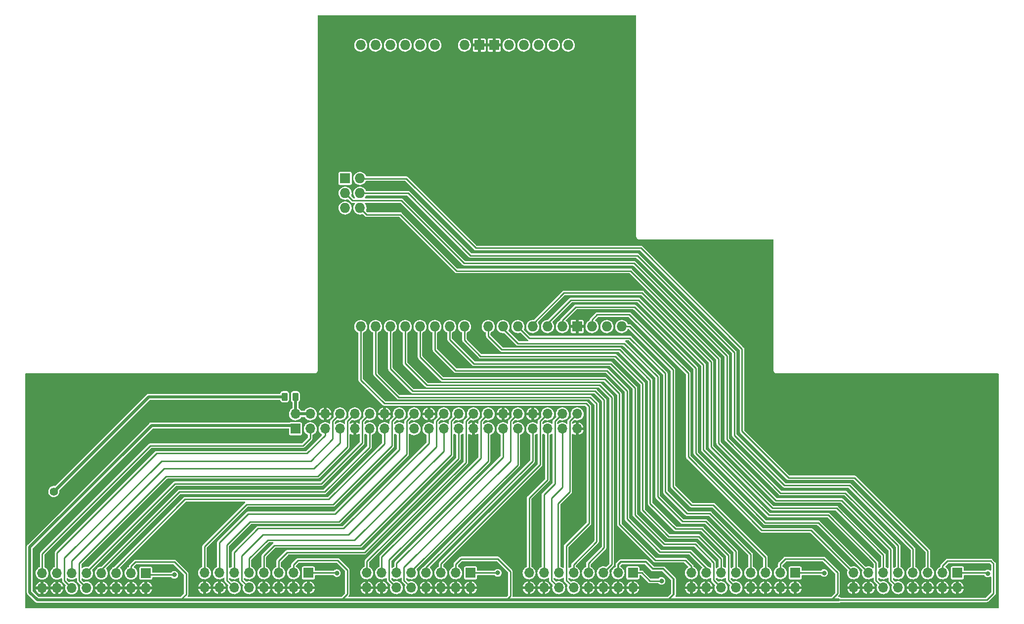
<source format=gtl>
G04 #@! TF.GenerationSoftware,KiCad,Pcbnew,(6.0.6)*
G04 #@! TF.CreationDate,2024-05-02T20:16:08+02:00*
G04 #@! TF.ProjectId,pynq-rpi-ph-adapter,70796e71-2d72-4706-992d-70682d616461,rev?*
G04 #@! TF.SameCoordinates,Original*
G04 #@! TF.FileFunction,Copper,L1,Top*
G04 #@! TF.FilePolarity,Positive*
%FSLAX46Y46*%
G04 Gerber Fmt 4.6, Leading zero omitted, Abs format (unit mm)*
G04 Created by KiCad (PCBNEW (6.0.6)) date 2024-05-02 20:16:08*
%MOMM*%
%LPD*%
G01*
G04 APERTURE LIST*
G04 Aperture macros list*
%AMRoundRect*
0 Rectangle with rounded corners*
0 $1 Rounding radius*
0 $2 $3 $4 $5 $6 $7 $8 $9 X,Y pos of 4 corners*
0 Add a 4 corners polygon primitive as box body*
4,1,4,$2,$3,$4,$5,$6,$7,$8,$9,$2,$3,0*
0 Add four circle primitives for the rounded corners*
1,1,$1+$1,$2,$3*
1,1,$1+$1,$4,$5*
1,1,$1+$1,$6,$7*
1,1,$1+$1,$8,$9*
0 Add four rect primitives between the rounded corners*
20,1,$1+$1,$2,$3,$4,$5,0*
20,1,$1+$1,$4,$5,$6,$7,0*
20,1,$1+$1,$6,$7,$8,$9,0*
20,1,$1+$1,$8,$9,$2,$3,0*%
G04 Aperture macros list end*
G04 #@! TA.AperFunction,ComponentPad*
%ADD10R,1.700000X1.700000*%
G04 #@! TD*
G04 #@! TA.AperFunction,ComponentPad*
%ADD11O,1.700000X1.700000*%
G04 #@! TD*
G04 #@! TA.AperFunction,ComponentPad*
%ADD12O,1.727200X1.727200*%
G04 #@! TD*
G04 #@! TA.AperFunction,ComponentPad*
%ADD13R,1.727200X1.727200*%
G04 #@! TD*
G04 #@! TA.AperFunction,SMDPad,CuDef*
%ADD14RoundRect,0.250000X0.262500X0.450000X-0.262500X0.450000X-0.262500X-0.450000X0.262500X-0.450000X0*%
G04 #@! TD*
G04 #@! TA.AperFunction,ViaPad*
%ADD15C,0.800000*%
G04 #@! TD*
G04 #@! TA.AperFunction,ViaPad*
%ADD16C,1.400000*%
G04 #@! TD*
G04 #@! TA.AperFunction,Conductor*
%ADD17C,0.254000*%
G04 #@! TD*
G04 #@! TA.AperFunction,Conductor*
%ADD18C,0.508000*%
G04 #@! TD*
G04 #@! TA.AperFunction,Conductor*
%ADD19C,0.500000*%
G04 #@! TD*
G04 #@! TA.AperFunction,Conductor*
%ADD20C,0.300000*%
G04 #@! TD*
G04 APERTURE END LIST*
D10*
X92715000Y-112210000D03*
D11*
X92715000Y-114750000D03*
X90175000Y-112210000D03*
X90175000Y-114750000D03*
X87635000Y-112210000D03*
X87635000Y-114750000D03*
X85095000Y-112210000D03*
X85095000Y-114750000D03*
X82555000Y-112210000D03*
X82555000Y-114750000D03*
X80015000Y-112210000D03*
X80015000Y-114750000D03*
X77475000Y-112210000D03*
X77475000Y-114750000D03*
X74935000Y-112210000D03*
X74935000Y-114750000D03*
D10*
X64915000Y-112210000D03*
D11*
X64915000Y-114750000D03*
X62375000Y-112210000D03*
X62375000Y-114750000D03*
X59835000Y-112210000D03*
X59835000Y-114750000D03*
X57295000Y-112210000D03*
X57295000Y-114750000D03*
X54755000Y-112210000D03*
X54755000Y-114750000D03*
X52215000Y-112210000D03*
X52215000Y-114750000D03*
X49675000Y-112210000D03*
X49675000Y-114750000D03*
X47135000Y-112210000D03*
X47135000Y-114750000D03*
D12*
X109448600Y-21691600D03*
X101828600Y-21691600D03*
X99288600Y-21691600D03*
X71221600Y-49631600D03*
X86588600Y-21691600D03*
X84048600Y-21691600D03*
X81508600Y-21691600D03*
X78968600Y-21691600D03*
X76428600Y-21691600D03*
X73888600Y-21691600D03*
X113512600Y-69951600D03*
X73888600Y-69951600D03*
X76428600Y-69951600D03*
X78968600Y-69951600D03*
X81508600Y-69951600D03*
X84048600Y-69951600D03*
X86588600Y-69951600D03*
X89128600Y-69951600D03*
X91668600Y-69951600D03*
X95732600Y-69951600D03*
X98272600Y-69951600D03*
X100812600Y-69951600D03*
X103352600Y-69951600D03*
X105892600Y-69951600D03*
X108432600Y-69951600D03*
D13*
X110972600Y-69951600D03*
X96748600Y-21691600D03*
X94208600Y-21691600D03*
X71221600Y-44551600D03*
D12*
X106908600Y-21691600D03*
X73761600Y-49631600D03*
X71221600Y-47091600D03*
X104368600Y-21691600D03*
X73761600Y-44551600D03*
X73761600Y-47091600D03*
X118592600Y-69951600D03*
X116052600Y-69951600D03*
X91668600Y-21691600D03*
D10*
X37085000Y-112260000D03*
D11*
X37085000Y-114800000D03*
X34545000Y-112260000D03*
X34545000Y-114800000D03*
X32005000Y-112260000D03*
X32005000Y-114800000D03*
X29465000Y-112260000D03*
X29465000Y-114800000D03*
X26925000Y-112260000D03*
X26925000Y-114800000D03*
X24385000Y-112260000D03*
X24385000Y-114800000D03*
X21845000Y-112260000D03*
X21845000Y-114800000D03*
X19305000Y-112260000D03*
X19305000Y-114800000D03*
D10*
X176115000Y-112210000D03*
D11*
X176115000Y-114750000D03*
X173575000Y-112210000D03*
X173575000Y-114750000D03*
X171035000Y-112210000D03*
X171035000Y-114750000D03*
X168495000Y-112210000D03*
X168495000Y-114750000D03*
X165955000Y-112210000D03*
X165955000Y-114750000D03*
X163415000Y-112210000D03*
X163415000Y-114750000D03*
X160875000Y-112210000D03*
X160875000Y-114750000D03*
X158335000Y-112210000D03*
X158335000Y-114750000D03*
D14*
X62692500Y-82000000D03*
X60867500Y-82000000D03*
D10*
X148315000Y-112210000D03*
D11*
X148315000Y-114750000D03*
X145775000Y-112210000D03*
X145775000Y-114750000D03*
X143235000Y-112210000D03*
X143235000Y-114750000D03*
X140695000Y-112210000D03*
X140695000Y-114750000D03*
X138155000Y-112210000D03*
X138155000Y-114750000D03*
X135615000Y-112210000D03*
X135615000Y-114750000D03*
X133075000Y-112210000D03*
X133075000Y-114750000D03*
X130535000Y-112210000D03*
X130535000Y-114750000D03*
D10*
X120515000Y-112210000D03*
D11*
X120515000Y-114750000D03*
X117975000Y-112210000D03*
X117975000Y-114750000D03*
X115435000Y-112210000D03*
X115435000Y-114750000D03*
X112895000Y-112210000D03*
X112895000Y-114750000D03*
X110355000Y-112210000D03*
X110355000Y-114750000D03*
X107815000Y-112210000D03*
X107815000Y-114750000D03*
X105275000Y-112210000D03*
X105275000Y-114750000D03*
X102735000Y-112210000D03*
X102735000Y-114750000D03*
D10*
X62710000Y-87490000D03*
D11*
X62710000Y-84950000D03*
X65250000Y-87490000D03*
X65250000Y-84950000D03*
X67790000Y-87490000D03*
X67790000Y-84950000D03*
X70330000Y-87490000D03*
X70330000Y-84950000D03*
X72870000Y-87490000D03*
X72870000Y-84950000D03*
X75410000Y-87490000D03*
X75410000Y-84950000D03*
X77950000Y-87490000D03*
X77950000Y-84950000D03*
X80490000Y-87490000D03*
X80490000Y-84950000D03*
X83030000Y-87490000D03*
X83030000Y-84950000D03*
X85570000Y-87490000D03*
X85570000Y-84950000D03*
X88110000Y-87490000D03*
X88110000Y-84950000D03*
X90650000Y-87490000D03*
X90650000Y-84950000D03*
X93190000Y-87490000D03*
X93190000Y-84950000D03*
X95730000Y-87490000D03*
X95730000Y-84950000D03*
X98270000Y-87490000D03*
X98270000Y-84950000D03*
X100810000Y-87490000D03*
X100810000Y-84950000D03*
X103350000Y-87490000D03*
X103350000Y-84950000D03*
X105890000Y-87490000D03*
X105890000Y-84950000D03*
X108430000Y-87490000D03*
X108430000Y-84950000D03*
X110970000Y-87490000D03*
X110970000Y-84950000D03*
D15*
X98399600Y-106197400D03*
X58064400Y-84302600D03*
X133050000Y-61750000D03*
X111379000Y-101015800D03*
X119278400Y-108026200D03*
X77850000Y-59350000D03*
X100900000Y-35900000D03*
X22150000Y-84125000D03*
X77139800Y-49580800D03*
X148750000Y-107350000D03*
X131000000Y-97100000D03*
X145600000Y-89950000D03*
X58089800Y-88722200D03*
X177900000Y-107600000D03*
X44856400Y-103987600D03*
X69799200Y-112242600D03*
X153280000Y-112220000D03*
X125430000Y-113590000D03*
X181320000Y-112310000D03*
X97380000Y-112210000D03*
D16*
X21325000Y-98250000D03*
D15*
X41960000Y-112540000D03*
D17*
X71580000Y-111712000D02*
X71580000Y-115810000D01*
D18*
X18490000Y-116830000D02*
X17210000Y-115550000D01*
D17*
X146650000Y-109810000D02*
X153193200Y-109810000D01*
D18*
X60750000Y-116830000D02*
X70560000Y-116830000D01*
D19*
X62100000Y-86900000D02*
X62690000Y-87490000D01*
D18*
X43040000Y-116830000D02*
X43990000Y-116830000D01*
D17*
X155790000Y-116830000D02*
X181160000Y-116830000D01*
D18*
X17210000Y-115550000D02*
X17210000Y-107740000D01*
D20*
X127510000Y-113311400D02*
X127510000Y-115890000D01*
D18*
X70560000Y-116830000D02*
X87920000Y-116830000D01*
D17*
X99520000Y-111966000D02*
X99520000Y-116180000D01*
X62375000Y-112210000D02*
X62375000Y-110835000D01*
X69948000Y-110080000D02*
X71580000Y-111712000D01*
X43990000Y-115880000D02*
X43040000Y-116830000D01*
D20*
X127510000Y-115890000D02*
X126570000Y-116830000D01*
D17*
X63130000Y-110080000D02*
X69948000Y-110080000D01*
D18*
X115850000Y-116830000D02*
X122610000Y-116830000D01*
D17*
X155570000Y-115730000D02*
X154470000Y-116830000D01*
X145775000Y-112210000D02*
X145775000Y-110685000D01*
X174430000Y-110160000D02*
X173575000Y-111015000D01*
X62375000Y-110835000D02*
X63130000Y-110080000D01*
X34545000Y-111085000D02*
X35290000Y-110340000D01*
D20*
X117975000Y-112210000D02*
X117975000Y-110795000D01*
D18*
X126570000Y-116830000D02*
X154470000Y-116830000D01*
D17*
X173575000Y-111015000D02*
X173575000Y-112210000D01*
X90175000Y-112210000D02*
X90175000Y-110715000D01*
X155570000Y-112186800D02*
X155570000Y-115730000D01*
X153193200Y-109810000D02*
X155570000Y-112186800D01*
X97354000Y-109800000D02*
X99520000Y-111966000D01*
X43990000Y-112366800D02*
X43990000Y-115880000D01*
D18*
X38050000Y-86900000D02*
X62100000Y-86900000D01*
X43990000Y-116830000D02*
X60750000Y-116830000D01*
D20*
X122730000Y-110320000D02*
X123930000Y-111520000D01*
D18*
X122610000Y-116830000D02*
X126570000Y-116830000D01*
D17*
X182295800Y-115694200D02*
X182295800Y-110635800D01*
X71580000Y-115810000D02*
X70560000Y-116830000D01*
X91090000Y-109800000D02*
X97354000Y-109800000D01*
X41963200Y-110340000D02*
X43990000Y-112366800D01*
D18*
X98870000Y-116830000D02*
X115850000Y-116830000D01*
D17*
X34545000Y-112260000D02*
X34545000Y-111085000D01*
X181160000Y-116830000D02*
X182295800Y-115694200D01*
D18*
X87920000Y-116830000D02*
X98870000Y-116830000D01*
D17*
X181820000Y-110160000D02*
X174430000Y-110160000D01*
D18*
X154470000Y-116830000D02*
X155790000Y-116830000D01*
D20*
X125718600Y-111520000D02*
X127510000Y-113311400D01*
D17*
X145775000Y-110685000D02*
X146650000Y-109810000D01*
D18*
X43040000Y-116830000D02*
X18490000Y-116830000D01*
X17210000Y-107740000D02*
X38050000Y-86900000D01*
D20*
X118450000Y-110320000D02*
X122730000Y-110320000D01*
D17*
X182295800Y-110635800D02*
X181820000Y-110160000D01*
X90175000Y-110715000D02*
X91090000Y-109800000D01*
D20*
X117975000Y-110795000D02*
X118450000Y-110320000D01*
D17*
X35290000Y-110340000D02*
X41963200Y-110340000D01*
D20*
X123930000Y-111520000D02*
X125718600Y-111520000D01*
D17*
X99520000Y-116180000D02*
X98870000Y-116830000D01*
D18*
X62692500Y-82000000D02*
X62692500Y-84947500D01*
X62690000Y-84950000D02*
X65230000Y-84950000D01*
D19*
X62692500Y-84947500D02*
X62690000Y-84950000D01*
D17*
X73888600Y-69951600D02*
X73888600Y-79108600D01*
X112990000Y-83670000D02*
X112990000Y-103700000D01*
X112479600Y-83159600D02*
X112990000Y-83670000D01*
X109090000Y-113485000D02*
X110355000Y-114750000D01*
X77939600Y-83159600D02*
X112479600Y-83159600D01*
X112990000Y-103700000D02*
X109090000Y-107600000D01*
X109090000Y-107600000D02*
X109090000Y-113485000D01*
X73888600Y-79108600D02*
X77939600Y-83159600D01*
X84060119Y-69963119D02*
X84060119Y-75200119D01*
X87854000Y-78994000D02*
X115714000Y-78994000D01*
X129500000Y-110040000D02*
X130535000Y-111075000D01*
X84048600Y-69951600D02*
X84060119Y-69963119D01*
X84060119Y-75200119D02*
X87854000Y-78994000D01*
X118190000Y-81470000D02*
X118190000Y-103870000D01*
X115714000Y-78994000D02*
X118190000Y-81470000D01*
X124360000Y-110040000D02*
X129500000Y-110040000D01*
X130535000Y-111075000D02*
X130535000Y-112210000D01*
X118190000Y-103870000D02*
X124360000Y-110040000D01*
X116707000Y-76327000D02*
X120870000Y-80490000D01*
X120870000Y-80490000D02*
X120870000Y-102280000D01*
X89140119Y-69963119D02*
X89140119Y-72200119D01*
X134340000Y-110440000D02*
X134340000Y-113475000D01*
X125880000Y-107290000D02*
X131190000Y-107290000D01*
X120870000Y-102280000D02*
X125880000Y-107290000D01*
X89128600Y-69951600D02*
X89140119Y-69963119D01*
X131190000Y-107290000D02*
X134340000Y-110440000D01*
X89140119Y-72200119D02*
X93267000Y-76327000D01*
X93267000Y-76327000D02*
X116707000Y-76327000D01*
X134340000Y-113475000D02*
X135615000Y-114750000D01*
X136880000Y-109200000D02*
X136880000Y-113475000D01*
X127820000Y-104670000D02*
X132350000Y-104670000D01*
X95744119Y-71594119D02*
X98064000Y-73914000D01*
X136880000Y-113475000D02*
X138155000Y-114750000D01*
X123450000Y-100300000D02*
X127820000Y-104670000D01*
X95744119Y-69963119D02*
X95744119Y-71594119D01*
X95732600Y-69951600D02*
X95744119Y-69963119D01*
X123450000Y-79120000D02*
X123450000Y-100300000D01*
X118244000Y-73914000D02*
X123450000Y-79120000D01*
X132350000Y-104670000D02*
X136880000Y-109200000D01*
X98064000Y-73914000D02*
X118244000Y-73914000D01*
X100832600Y-72872600D02*
X119022600Y-72872600D01*
X98272600Y-70312600D02*
X100832600Y-72872600D01*
X119022600Y-72872600D02*
X124750000Y-78600000D01*
X128980000Y-103400000D02*
X133000000Y-103400000D01*
X138155000Y-108555000D02*
X138155000Y-112210000D01*
X98272600Y-69951600D02*
X98272600Y-70312600D01*
X124750000Y-99170000D02*
X128980000Y-103400000D01*
X124750000Y-78600000D02*
X124750000Y-99170000D01*
X133000000Y-103400000D02*
X138155000Y-108555000D01*
X140695000Y-109025000D02*
X140695000Y-112210000D01*
X100812600Y-69951600D02*
X100812600Y-70012600D01*
X126060000Y-98310000D02*
X129790000Y-102040000D01*
X100812600Y-70012600D02*
X102732800Y-71932800D01*
X133710000Y-102040000D02*
X140695000Y-109025000D01*
X102732800Y-71932800D02*
X120002800Y-71932800D01*
X120002800Y-71932800D02*
X126060000Y-77990000D01*
X129790000Y-102040000D02*
X133710000Y-102040000D01*
X126060000Y-77990000D02*
X126060000Y-98310000D01*
X103352600Y-69951600D02*
X103352600Y-69547400D01*
X122100000Y-64200000D02*
X133900000Y-76000000D01*
X133900000Y-76000000D02*
X133900000Y-90600000D01*
X144400000Y-101100000D02*
X155400000Y-101100000D01*
X133900000Y-90600000D02*
X144400000Y-101100000D01*
X103352600Y-69547400D02*
X108700000Y-64200000D01*
X108700000Y-64200000D02*
X122100000Y-64200000D01*
X155400000Y-101100000D02*
X163415000Y-109115000D01*
X163415000Y-109115000D02*
X163415000Y-112210000D01*
X145050000Y-99800000D02*
X156300000Y-99800000D01*
X156300000Y-99800000D02*
X164690000Y-108190000D01*
X90300000Y-60400000D02*
X120100000Y-60400000D01*
X135200000Y-89950000D02*
X145050000Y-99800000D01*
X80649200Y-50749200D02*
X90300000Y-60400000D01*
X73761600Y-49631600D02*
X74879200Y-50749200D01*
X120100000Y-60400000D02*
X135200000Y-75500000D01*
X164690000Y-113485000D02*
X165955000Y-114750000D01*
X164690000Y-108190000D02*
X164690000Y-113485000D01*
X74879200Y-50749200D02*
X80649200Y-50749200D01*
X135200000Y-75500000D02*
X135200000Y-89950000D01*
X158500000Y-95900000D02*
X171035000Y-108435000D01*
X139200000Y-87900000D02*
X147200000Y-95900000D01*
X73810000Y-44600000D02*
X81700000Y-44600000D01*
X73761600Y-44551600D02*
X73810000Y-44600000D01*
X139200000Y-73800000D02*
X139200000Y-87900000D01*
X171035000Y-108435000D02*
X171035000Y-112210000D01*
X147200000Y-95900000D02*
X158500000Y-95900000D01*
X121900000Y-56500000D02*
X139200000Y-73800000D01*
X93600000Y-56500000D02*
X121900000Y-56500000D01*
X81700000Y-44600000D02*
X93600000Y-56500000D01*
X127400000Y-97410000D02*
X130570000Y-100580000D01*
X130570000Y-100580000D02*
X134300000Y-100580000D01*
X118592600Y-69951600D02*
X119951600Y-69951600D01*
X143235000Y-109515000D02*
X143235000Y-112210000D01*
X127400000Y-77400000D02*
X127400000Y-97410000D01*
X119951600Y-69951600D02*
X127400000Y-77400000D01*
X134300000Y-100580000D02*
X143235000Y-109515000D01*
X148315000Y-112210000D02*
X153270000Y-112210000D01*
X181220000Y-112210000D02*
X176115000Y-112210000D01*
X120515000Y-112210000D02*
X122040000Y-112210000D01*
X92715000Y-112210000D02*
X97380000Y-112210000D01*
D18*
X37575000Y-82000000D02*
X60867500Y-82000000D01*
D17*
X69740000Y-112210000D02*
X64915000Y-112210000D01*
X122040000Y-112210000D02*
X123420000Y-113590000D01*
X123420000Y-113590000D02*
X125430000Y-113590000D01*
D20*
X69772600Y-112242600D02*
X69740000Y-112210000D01*
X153270000Y-112210000D02*
X153280000Y-112220000D01*
X181320000Y-112310000D02*
X181220000Y-112210000D01*
X69799200Y-112242600D02*
X69772600Y-112242600D01*
D19*
X37365000Y-112540000D02*
X37085000Y-112260000D01*
D18*
X21325000Y-98250000D02*
X37575000Y-82000000D01*
D17*
X41960000Y-112540000D02*
X37365000Y-112540000D01*
X68410000Y-99580000D02*
X77930000Y-90060000D01*
X43795000Y-99580000D02*
X68410000Y-99580000D01*
X77930000Y-90060000D02*
X77930000Y-87490000D01*
X32005000Y-111370000D02*
X43795000Y-99580000D01*
X32005000Y-112260000D02*
X32005000Y-111370000D01*
X75390000Y-90630000D02*
X67710000Y-98310000D01*
X75390000Y-87490000D02*
X75390000Y-90630000D01*
X29465000Y-111660000D02*
X29465000Y-112260000D01*
X42815000Y-98310000D02*
X29465000Y-111660000D01*
X67710000Y-98310000D02*
X42815000Y-98310000D01*
X74140000Y-89890000D02*
X74140000Y-86200000D01*
X67100000Y-96930000D02*
X74140000Y-89890000D01*
X26925000Y-112260000D02*
X26925000Y-112050000D01*
X42045000Y-96930000D02*
X67100000Y-96930000D01*
X26925000Y-112050000D02*
X42045000Y-96930000D01*
X74140000Y-86200000D02*
X75390000Y-84950000D01*
X25660000Y-113535000D02*
X26925000Y-114800000D01*
X72850000Y-84950000D02*
X71610000Y-86190000D01*
X25660000Y-110565000D02*
X25660000Y-113535000D01*
X71610000Y-86190000D02*
X71610000Y-90540000D01*
X40575000Y-95650000D02*
X25660000Y-110565000D01*
X66500000Y-95650000D02*
X40575000Y-95650000D01*
X71610000Y-90540000D02*
X66500000Y-95650000D01*
X40195000Y-94330000D02*
X24385000Y-110140000D01*
X70310000Y-87490000D02*
X70310000Y-89900000D01*
X70310000Y-89900000D02*
X65880000Y-94330000D01*
X65880000Y-94330000D02*
X40195000Y-94330000D01*
X24385000Y-110140000D02*
X24385000Y-112260000D01*
X69060000Y-89260000D02*
X65320000Y-93000000D01*
X65320000Y-93000000D02*
X39775000Y-93000000D01*
X39775000Y-93000000D02*
X23110000Y-109665000D01*
X70310000Y-84950000D02*
X69060000Y-86200000D01*
X23110000Y-109665000D02*
X23110000Y-113525000D01*
X69060000Y-86200000D02*
X69060000Y-89260000D01*
X23110000Y-113525000D02*
X24385000Y-114800000D01*
X67770000Y-88600000D02*
X67770000Y-87490000D01*
X21845000Y-108780000D02*
X38925000Y-91700000D01*
X64670000Y-91700000D02*
X67770000Y-88600000D01*
X21845000Y-112260000D02*
X21845000Y-108780000D01*
X38925000Y-91700000D02*
X64670000Y-91700000D01*
X19305000Y-108945000D02*
X37850000Y-90400000D01*
X65230000Y-89130000D02*
X65230000Y-87490000D01*
X37850000Y-90400000D02*
X63960000Y-90400000D01*
X19305000Y-112260000D02*
X19305000Y-108945000D01*
X63960000Y-90400000D02*
X65230000Y-89130000D01*
X90630000Y-92590000D02*
X90630000Y-87490000D01*
X59835000Y-110145000D02*
X61310000Y-108670000D01*
X61310000Y-108670000D02*
X74550000Y-108670000D01*
X74550000Y-108670000D02*
X90630000Y-92590000D01*
X59835000Y-112210000D02*
X59835000Y-110145000D01*
X89390000Y-86190000D02*
X89390000Y-91930000D01*
X59080000Y-107510000D02*
X57295000Y-109295000D01*
X89390000Y-91930000D02*
X73810000Y-107510000D01*
X90630000Y-84950000D02*
X89390000Y-86190000D01*
X57295000Y-109295000D02*
X57295000Y-112210000D01*
X73810000Y-107510000D02*
X59080000Y-107510000D01*
X88090000Y-91310000D02*
X88090000Y-87490000D01*
X72840000Y-106560000D02*
X88090000Y-91310000D01*
X54755000Y-109755000D02*
X57950000Y-106560000D01*
X57950000Y-106560000D02*
X72840000Y-106560000D01*
X54755000Y-112210000D02*
X54755000Y-109755000D01*
X86840000Y-86200000D02*
X86840000Y-90600000D01*
X53490000Y-113485000D02*
X54755000Y-114750000D01*
X53490000Y-109320000D02*
X53490000Y-113485000D01*
X57160000Y-105650000D02*
X53490000Y-109320000D01*
X86840000Y-90600000D02*
X71790000Y-105650000D01*
X71790000Y-105650000D02*
X57160000Y-105650000D01*
X88090000Y-84950000D02*
X86840000Y-86200000D01*
X52215000Y-112210000D02*
X52215000Y-108685000D01*
X85550000Y-90000000D02*
X85550000Y-87490000D01*
X70970000Y-104580000D02*
X85550000Y-90000000D01*
X56320000Y-104580000D02*
X70970000Y-104580000D01*
X52215000Y-108685000D02*
X56320000Y-104580000D01*
X81750000Y-86210000D02*
X81750000Y-91890000D01*
X81750000Y-91890000D02*
X70210000Y-103430000D01*
X83010000Y-84950000D02*
X81750000Y-86210000D01*
X70210000Y-103430000D02*
X54940000Y-103430000D01*
X50950000Y-113485000D02*
X52215000Y-114750000D01*
X54940000Y-103430000D02*
X50950000Y-107420000D01*
X50950000Y-107420000D02*
X50950000Y-113485000D01*
X49675000Y-107017600D02*
X54610000Y-102082600D01*
X80490000Y-91087000D02*
X80490000Y-87490000D01*
X69494400Y-102082600D02*
X80490000Y-91087000D01*
X54610000Y-102082600D02*
X69494400Y-102082600D01*
X49675000Y-112210000D02*
X49675000Y-107017600D01*
X54330600Y-100482400D02*
X47135000Y-107678000D01*
X79222600Y-90424000D02*
X69164200Y-100482400D01*
X47135000Y-107678000D02*
X47135000Y-112210000D01*
X80490000Y-84950000D02*
X79222600Y-86217400D01*
X79222600Y-86217400D02*
X79222600Y-90424000D01*
X69164200Y-100482400D02*
X54330600Y-100482400D01*
X104620000Y-93660000D02*
X104620000Y-86200000D01*
X104620000Y-86200000D02*
X105870000Y-84950000D01*
X87635000Y-110645000D02*
X104620000Y-93660000D01*
X87635000Y-112210000D02*
X87635000Y-110645000D01*
X103330000Y-87490000D02*
X103330000Y-93040000D01*
X85095000Y-111275000D02*
X85095000Y-112210000D01*
X103330000Y-93040000D02*
X85095000Y-111275000D01*
X100790000Y-93680000D02*
X82555000Y-111915000D01*
X100790000Y-87490000D02*
X100790000Y-93680000D01*
X82555000Y-111915000D02*
X82555000Y-112210000D01*
X82555000Y-114750000D02*
X81290000Y-113485000D01*
X81290000Y-113485000D02*
X81290000Y-111270000D01*
X99540000Y-86200000D02*
X100790000Y-84950000D01*
X81290000Y-111270000D02*
X99540000Y-93020000D01*
X99540000Y-93020000D02*
X99540000Y-86200000D01*
X98250000Y-92330000D02*
X80015000Y-110565000D01*
X80015000Y-110565000D02*
X80015000Y-112210000D01*
X98250000Y-87490000D02*
X98250000Y-92330000D01*
X78740000Y-113475000D02*
X78740000Y-110010000D01*
X80015000Y-114750000D02*
X78740000Y-113475000D01*
X95710000Y-93040000D02*
X95710000Y-87490000D01*
X78740000Y-110010000D02*
X95710000Y-93040000D01*
X94460000Y-92490000D02*
X94460000Y-86200000D01*
X77475000Y-109475000D02*
X94460000Y-92490000D01*
X77475000Y-112210000D02*
X77475000Y-109475000D01*
X94460000Y-86200000D02*
X95710000Y-84950000D01*
X143800000Y-102300000D02*
X132600000Y-91100000D01*
X121500000Y-65400000D02*
X109900000Y-65400000D01*
X163415000Y-114750000D02*
X162151778Y-113486778D01*
X132600000Y-76500000D02*
X121500000Y-65400000D01*
X154000000Y-102300000D02*
X143800000Y-102300000D01*
X132600000Y-91100000D02*
X132600000Y-76500000D01*
X105892600Y-69407400D02*
X105892600Y-69951600D01*
X162151778Y-113486778D02*
X162151778Y-110451778D01*
X109900000Y-65400000D02*
X105892600Y-69407400D01*
X162151778Y-110451778D02*
X154000000Y-102300000D01*
X93170000Y-84950000D02*
X91920000Y-86200000D01*
X91920000Y-93250000D02*
X74935000Y-110235000D01*
X91920000Y-86200000D02*
X91920000Y-93250000D01*
X74935000Y-110235000D02*
X74935000Y-112210000D01*
X109710000Y-98290000D02*
X107720000Y-100280000D01*
X107720000Y-100280000D02*
X107720000Y-112115000D01*
X107720000Y-112115000D02*
X107815000Y-112210000D01*
X110950000Y-84950000D02*
X109710000Y-86190000D01*
X109710000Y-86190000D02*
X109710000Y-98290000D01*
X108410000Y-97500000D02*
X108410000Y-87490000D01*
X107815000Y-114750000D02*
X106550000Y-113485000D01*
X106550000Y-113485000D02*
X106550000Y-99360000D01*
X106550000Y-99360000D02*
X108410000Y-97500000D01*
X107160000Y-86200000D02*
X107160000Y-96910000D01*
X108410000Y-84950000D02*
X107160000Y-86200000D01*
X107160000Y-96910000D02*
X105275000Y-98795000D01*
X105275000Y-98795000D02*
X105275000Y-112210000D01*
X102735000Y-99375000D02*
X102735000Y-112210000D01*
X105870000Y-96240000D02*
X102735000Y-99375000D01*
X105870000Y-87490000D02*
X105870000Y-96240000D01*
X157600000Y-97200000D02*
X168495000Y-108095000D01*
X92725000Y-57800000D02*
X121300000Y-57800000D01*
X73761600Y-47091600D02*
X73770000Y-47100000D01*
X73770000Y-47100000D02*
X82025000Y-47100000D01*
X146500000Y-97200000D02*
X157600000Y-97200000D01*
X137900000Y-88600000D02*
X146500000Y-97200000D01*
X121300000Y-57800000D02*
X137900000Y-74400000D01*
X82025000Y-47100000D02*
X92725000Y-57800000D01*
X137900000Y-74400000D02*
X137900000Y-88600000D01*
X168495000Y-108095000D02*
X168495000Y-112210000D01*
X130000000Y-92300000D02*
X142600000Y-104900000D01*
X119900000Y-67900000D02*
X130000000Y-78000000D01*
X114400000Y-67900000D02*
X119900000Y-67900000D01*
X142600000Y-104900000D02*
X151025000Y-104900000D01*
X113512600Y-68787400D02*
X114400000Y-67900000D01*
X151025000Y-104900000D02*
X158335000Y-112210000D01*
X130000000Y-78000000D02*
X130000000Y-92300000D01*
X113512600Y-69951600D02*
X113512600Y-68787400D01*
X76440119Y-78150119D02*
X80382800Y-82092800D01*
X110355000Y-110785000D02*
X110355000Y-112210000D01*
X114300000Y-83170000D02*
X114300000Y-106840000D01*
X114300000Y-106840000D02*
X110355000Y-110785000D01*
X76428600Y-69951600D02*
X76440119Y-69963119D01*
X76440119Y-69963119D02*
X76440119Y-78150119D01*
X80382800Y-82092800D02*
X113222800Y-82092800D01*
X113222800Y-82092800D02*
X114300000Y-83170000D01*
X114071400Y-81051400D02*
X82801400Y-81051400D01*
X115590000Y-82570000D02*
X114071400Y-81051400D01*
X112895000Y-112210000D02*
X112895000Y-110575000D01*
X78980119Y-69963119D02*
X78968600Y-69951600D01*
X78980119Y-77230119D02*
X78980119Y-69963119D01*
X82801400Y-81051400D02*
X78980119Y-77230119D01*
X115590000Y-107880000D02*
X115590000Y-82570000D01*
X112895000Y-110575000D02*
X115590000Y-107880000D01*
X116880000Y-82080000D02*
X116880000Y-110765000D01*
X114810000Y-80010000D02*
X116880000Y-82080000D01*
X81508600Y-69951600D02*
X81508600Y-76298600D01*
X85220000Y-80010000D02*
X114810000Y-80010000D01*
X116880000Y-110765000D02*
X115435000Y-112210000D01*
X81508600Y-76298600D02*
X85220000Y-80010000D01*
X86600119Y-69963119D02*
X86588600Y-69951600D01*
X125160000Y-108630000D02*
X119510000Y-102980000D01*
X116050800Y-77520800D02*
X90160800Y-77520800D01*
X119510000Y-102980000D02*
X119510000Y-80980000D01*
X133075000Y-111395000D02*
X130310000Y-108630000D01*
X130310000Y-108630000D02*
X125160000Y-108630000D01*
X119510000Y-80980000D02*
X116050800Y-77520800D01*
X133075000Y-112210000D02*
X133075000Y-111395000D01*
X86600119Y-73960119D02*
X86600119Y-69963119D01*
X90160800Y-77520800D02*
X86600119Y-73960119D01*
X122180000Y-79720000D02*
X122180000Y-101450000D01*
X122180000Y-101450000D02*
X126690000Y-105960000D01*
X126690000Y-105960000D02*
X131780000Y-105960000D01*
X117517000Y-75057000D02*
X122180000Y-79720000D01*
X135615000Y-109795000D02*
X135615000Y-112210000D01*
X91680119Y-72330119D02*
X94407000Y-75057000D01*
X94407000Y-75057000D02*
X117517000Y-75057000D01*
X91680119Y-69963119D02*
X91680119Y-72330119D01*
X131780000Y-105960000D02*
X135615000Y-109795000D01*
X91668600Y-69951600D02*
X91680119Y-69963119D01*
X131300000Y-91700000D02*
X143200000Y-103600000D01*
X110700000Y-66600000D02*
X120800000Y-66600000D01*
X152265000Y-103600000D02*
X160875000Y-112210000D01*
X108432600Y-68867400D02*
X110700000Y-66600000D01*
X131300000Y-77100000D02*
X131300000Y-91700000D01*
X108432600Y-69951600D02*
X108432600Y-68867400D01*
X143200000Y-103600000D02*
X152265000Y-103600000D01*
X120800000Y-66600000D02*
X131300000Y-77100000D01*
X120700000Y-59100000D02*
X136600000Y-75000000D01*
X165955000Y-107555000D02*
X165955000Y-112210000D01*
X156900000Y-98500000D02*
X165955000Y-107555000D01*
X80860000Y-48360000D02*
X91600000Y-59100000D01*
X145800000Y-98500000D02*
X156900000Y-98500000D01*
X136600000Y-75000000D02*
X136600000Y-89300000D01*
X72490000Y-48360000D02*
X80860000Y-48360000D01*
X136600000Y-89300000D02*
X145800000Y-98500000D01*
X91600000Y-59100000D02*
X120700000Y-59100000D01*
X71221600Y-47091600D02*
X72490000Y-48360000D01*
G04 #@! TA.AperFunction,Conductor*
G36*
X121041621Y-16620502D02*
G01*
X121088114Y-16674158D01*
X121099500Y-16726500D01*
X121099500Y-54491426D01*
X121099498Y-54492196D01*
X121099031Y-54568624D01*
X121101497Y-54577251D01*
X121106992Y-54596476D01*
X121110571Y-54613241D01*
X121114677Y-54641918D01*
X121118393Y-54650092D01*
X121118394Y-54650094D01*
X121125075Y-54664788D01*
X121131523Y-54682312D01*
X121135962Y-54697845D01*
X121135964Y-54697849D01*
X121138428Y-54706471D01*
X121143215Y-54714058D01*
X121153889Y-54730976D01*
X121162026Y-54746058D01*
X121170298Y-54764252D01*
X121170300Y-54764255D01*
X121174016Y-54772428D01*
X121179878Y-54779231D01*
X121190418Y-54791463D01*
X121201527Y-54806476D01*
X121214930Y-54827720D01*
X121221659Y-54833663D01*
X121221661Y-54833665D01*
X121236644Y-54846897D01*
X121248690Y-54859091D01*
X121261740Y-54874236D01*
X121267600Y-54881037D01*
X121288686Y-54894704D01*
X121303554Y-54905989D01*
X121322388Y-54922623D01*
X121348607Y-54934933D01*
X121363587Y-54943254D01*
X121380369Y-54954131D01*
X121380372Y-54954132D01*
X121387905Y-54959015D01*
X121411981Y-54966215D01*
X121429411Y-54972871D01*
X121452163Y-54983553D01*
X121461032Y-54984934D01*
X121480787Y-54988010D01*
X121497505Y-54991793D01*
X121516660Y-54997522D01*
X121516668Y-54997523D01*
X121525261Y-55000093D01*
X121534232Y-55000148D01*
X121534233Y-55000148D01*
X121538962Y-55000177D01*
X121559182Y-55000301D01*
X121559925Y-55000332D01*
X121561009Y-55000500D01*
X121591426Y-55000500D01*
X121592197Y-55000502D01*
X121668624Y-55000969D01*
X121669953Y-55000589D01*
X121671263Y-55000500D01*
X144493500Y-55000500D01*
X144561621Y-55020502D01*
X144608114Y-55074158D01*
X144619500Y-55126500D01*
X144619500Y-77491426D01*
X144619498Y-77492196D01*
X144619031Y-77568624D01*
X144621497Y-77577251D01*
X144626992Y-77596476D01*
X144630571Y-77613241D01*
X144634677Y-77641918D01*
X144638393Y-77650092D01*
X144638394Y-77650094D01*
X144645075Y-77664788D01*
X144651523Y-77682312D01*
X144655962Y-77697845D01*
X144655964Y-77697849D01*
X144658428Y-77706471D01*
X144663215Y-77714058D01*
X144673889Y-77730976D01*
X144682026Y-77746058D01*
X144690298Y-77764252D01*
X144690300Y-77764255D01*
X144694016Y-77772428D01*
X144704279Y-77784338D01*
X144710418Y-77791463D01*
X144721527Y-77806476D01*
X144734930Y-77827720D01*
X144741659Y-77833663D01*
X144741661Y-77833665D01*
X144756644Y-77846897D01*
X144768690Y-77859091D01*
X144773538Y-77864717D01*
X144787600Y-77881037D01*
X144808686Y-77894704D01*
X144823554Y-77905989D01*
X144842388Y-77922623D01*
X144868607Y-77934933D01*
X144883587Y-77943254D01*
X144900369Y-77954131D01*
X144900372Y-77954132D01*
X144907905Y-77959015D01*
X144931981Y-77966215D01*
X144949411Y-77972871D01*
X144972163Y-77983553D01*
X144981032Y-77984934D01*
X145000787Y-77988010D01*
X145017505Y-77991793D01*
X145036660Y-77997522D01*
X145036668Y-77997523D01*
X145045261Y-78000093D01*
X145054232Y-78000148D01*
X145054233Y-78000148D01*
X145058962Y-78000177D01*
X145079182Y-78000301D01*
X145079925Y-78000332D01*
X145081009Y-78000500D01*
X145111426Y-78000500D01*
X145112197Y-78000502D01*
X145188624Y-78000969D01*
X145189953Y-78000589D01*
X145191263Y-78000500D01*
X183073500Y-78000500D01*
X183141621Y-78020502D01*
X183188114Y-78074158D01*
X183199500Y-78126500D01*
X183199500Y-118173500D01*
X183179498Y-118241621D01*
X183125842Y-118288114D01*
X183073500Y-118299500D01*
X16526500Y-118299500D01*
X16458379Y-118279498D01*
X16411886Y-118225842D01*
X16400500Y-118173500D01*
X16400500Y-107774941D01*
X16697461Y-107774941D01*
X16699335Y-107783720D01*
X16699898Y-107791978D01*
X16701500Y-107807161D01*
X16701500Y-115478928D01*
X16700145Y-115491058D01*
X16700627Y-115491097D01*
X16699907Y-115500044D01*
X16697926Y-115508800D01*
X16700613Y-115552108D01*
X16701258Y-115562508D01*
X16701500Y-115570310D01*
X16701500Y-115586513D01*
X16702136Y-115590953D01*
X16702984Y-115596878D01*
X16704013Y-115606928D01*
X16704330Y-115612035D01*
X16706945Y-115654177D01*
X16709994Y-115662623D01*
X16710593Y-115665514D01*
X16714822Y-115682480D01*
X16715648Y-115685305D01*
X16716920Y-115694187D01*
X16736522Y-115737298D01*
X16740327Y-115746647D01*
X16756404Y-115791181D01*
X16761699Y-115798429D01*
X16763080Y-115801027D01*
X16771915Y-115816145D01*
X16773494Y-115818614D01*
X16777208Y-115826782D01*
X16804517Y-115858476D01*
X16808115Y-115862652D01*
X16814401Y-115870569D01*
X16819548Y-115877615D01*
X16819553Y-115877620D01*
X16822425Y-115881552D01*
X16833400Y-115892527D01*
X16839758Y-115899375D01*
X16864368Y-115927936D01*
X16872287Y-115937127D01*
X16879822Y-115942011D01*
X16886066Y-115947458D01*
X16897931Y-115957058D01*
X18080177Y-117139304D01*
X18087800Y-117148844D01*
X18088168Y-117148530D01*
X18093986Y-117155366D01*
X18098776Y-117162958D01*
X18130502Y-117190977D01*
X18139125Y-117198593D01*
X18144812Y-117203939D01*
X18156255Y-117215382D01*
X18163780Y-117221022D01*
X18164630Y-117221659D01*
X18172459Y-117228033D01*
X18207951Y-117259378D01*
X18216074Y-117263192D01*
X18218562Y-117264826D01*
X18233523Y-117273814D01*
X18236109Y-117275230D01*
X18243295Y-117280616D01*
X18287650Y-117297244D01*
X18296948Y-117301162D01*
X18339800Y-117321281D01*
X18348666Y-117322662D01*
X18351467Y-117323518D01*
X18368404Y-117327962D01*
X18371284Y-117328595D01*
X18379684Y-117331744D01*
X18388629Y-117332409D01*
X18388630Y-117332409D01*
X18426889Y-117335252D01*
X18436937Y-117336406D01*
X18441588Y-117337130D01*
X18450386Y-117338500D01*
X18465923Y-117338500D01*
X18475261Y-117338847D01*
X18515990Y-117341874D01*
X18515991Y-117341874D01*
X18524941Y-117342539D01*
X18533716Y-117340666D01*
X18541973Y-117340103D01*
X18557162Y-117338500D01*
X155826513Y-117338500D01*
X155869045Y-117332409D01*
X155925294Y-117324354D01*
X155925297Y-117324353D01*
X155934187Y-117323080D01*
X155942363Y-117319363D01*
X155942365Y-117319362D01*
X155991027Y-117297236D01*
X156066782Y-117262792D01*
X156090858Y-117242047D01*
X156155521Y-117212733D01*
X156173106Y-117211500D01*
X181105865Y-117211500D01*
X181130164Y-117214086D01*
X181131602Y-117214154D01*
X181141780Y-117216345D01*
X181175341Y-117212373D01*
X181181320Y-117212021D01*
X181181312Y-117211928D01*
X181186490Y-117211500D01*
X181191692Y-117211500D01*
X181210846Y-117208312D01*
X181216704Y-117207478D01*
X181233318Y-117205512D01*
X181257567Y-117202642D01*
X181257568Y-117202642D01*
X181267907Y-117201418D01*
X181276206Y-117197433D01*
X181285283Y-117195922D01*
X181330651Y-117171442D01*
X181335914Y-117168761D01*
X181375250Y-117149873D01*
X181375254Y-117149870D01*
X181382398Y-117146440D01*
X181386692Y-117142830D01*
X181388624Y-117140898D01*
X181390573Y-117139111D01*
X181390626Y-117139082D01*
X181390745Y-117139212D01*
X181391313Y-117138711D01*
X181397057Y-117135612D01*
X181433868Y-117095790D01*
X181437297Y-117092225D01*
X182527276Y-116002246D01*
X182546299Y-115986882D01*
X182547358Y-115985918D01*
X182556104Y-115980271D01*
X182562552Y-115972092D01*
X182562554Y-115972090D01*
X182577034Y-115953723D01*
X182581009Y-115949250D01*
X182580937Y-115949189D01*
X182584290Y-115945232D01*
X182587971Y-115941551D01*
X182599255Y-115925760D01*
X182602819Y-115921014D01*
X182619589Y-115899742D01*
X182634734Y-115880530D01*
X182637784Y-115871845D01*
X182643135Y-115864357D01*
X182657915Y-115814934D01*
X182659727Y-115809360D01*
X182676816Y-115760698D01*
X182677300Y-115755109D01*
X182677300Y-115752398D01*
X182677415Y-115749731D01*
X182677434Y-115749668D01*
X182677608Y-115749675D01*
X182677655Y-115748929D01*
X182679525Y-115742676D01*
X182677397Y-115688512D01*
X182677300Y-115683566D01*
X182677300Y-110689940D01*
X182679887Y-110665624D01*
X182679954Y-110664201D01*
X182682146Y-110654020D01*
X182678173Y-110620452D01*
X182677821Y-110614478D01*
X182677728Y-110614486D01*
X182677300Y-110609308D01*
X182677300Y-110604108D01*
X182675653Y-110594211D01*
X182674114Y-110584965D01*
X182673277Y-110579086D01*
X182668442Y-110538233D01*
X182668442Y-110538232D01*
X182667218Y-110527893D01*
X182663233Y-110519594D01*
X182661722Y-110510517D01*
X182637242Y-110465149D01*
X182634561Y-110459886D01*
X182615669Y-110420543D01*
X182612240Y-110413402D01*
X182608631Y-110409108D01*
X182606705Y-110407182D01*
X182604909Y-110405224D01*
X182604879Y-110405167D01*
X182605008Y-110405049D01*
X182604510Y-110404484D01*
X182601412Y-110398743D01*
X182593363Y-110391302D01*
X182561605Y-110361946D01*
X182558039Y-110358516D01*
X182128044Y-109928521D01*
X182112685Y-109909505D01*
X182111719Y-109908444D01*
X182106071Y-109899696D01*
X182079528Y-109878771D01*
X182075053Y-109874794D01*
X182074992Y-109874865D01*
X182071035Y-109871512D01*
X182067352Y-109867829D01*
X182059344Y-109862106D01*
X182051564Y-109856547D01*
X182046815Y-109852982D01*
X182014507Y-109827512D01*
X182014506Y-109827511D01*
X182006330Y-109821066D01*
X181997643Y-109818015D01*
X181990157Y-109812666D01*
X181980181Y-109809683D01*
X181980180Y-109809682D01*
X181944581Y-109799036D01*
X181940786Y-109797901D01*
X181935157Y-109796072D01*
X181886498Y-109778984D01*
X181880909Y-109778500D01*
X181878198Y-109778500D01*
X181875531Y-109778385D01*
X181875468Y-109778366D01*
X181875475Y-109778192D01*
X181874729Y-109778145D01*
X181868476Y-109776275D01*
X181822746Y-109778072D01*
X181814322Y-109778403D01*
X181809375Y-109778500D01*
X174484140Y-109778500D01*
X174459824Y-109775913D01*
X174458401Y-109775846D01*
X174448220Y-109773654D01*
X174415674Y-109777506D01*
X174414652Y-109777627D01*
X174408678Y-109777979D01*
X174408686Y-109778072D01*
X174403508Y-109778500D01*
X174398308Y-109778500D01*
X174393179Y-109779354D01*
X174393176Y-109779354D01*
X174379165Y-109781686D01*
X174373286Y-109782523D01*
X174332433Y-109787358D01*
X174332432Y-109787358D01*
X174322093Y-109788582D01*
X174313794Y-109792567D01*
X174304717Y-109794078D01*
X174259349Y-109818558D01*
X174254086Y-109821239D01*
X174231768Y-109831956D01*
X174207602Y-109843560D01*
X174203308Y-109847169D01*
X174201382Y-109849095D01*
X174199424Y-109850891D01*
X174199367Y-109850921D01*
X174199249Y-109850792D01*
X174198684Y-109851290D01*
X174192943Y-109854388D01*
X174185874Y-109862035D01*
X174185873Y-109862036D01*
X174156146Y-109894195D01*
X174152716Y-109897761D01*
X173343521Y-110706956D01*
X173324505Y-110722315D01*
X173323444Y-110723281D01*
X173314696Y-110728929D01*
X173308250Y-110737106D01*
X173293771Y-110755472D01*
X173289794Y-110759947D01*
X173289865Y-110760008D01*
X173286512Y-110763965D01*
X173282829Y-110767648D01*
X173279803Y-110771883D01*
X173279801Y-110771885D01*
X173271547Y-110783436D01*
X173267982Y-110788185D01*
X173242533Y-110820467D01*
X173236066Y-110828670D01*
X173233015Y-110837357D01*
X173227666Y-110844843D01*
X173224683Y-110854819D01*
X173224682Y-110854820D01*
X173212902Y-110894211D01*
X173211072Y-110899843D01*
X173193984Y-110948502D01*
X173193500Y-110954091D01*
X173193500Y-110956802D01*
X173193385Y-110959469D01*
X173193366Y-110959532D01*
X173193192Y-110959525D01*
X173193145Y-110960271D01*
X173191275Y-110966524D01*
X173192269Y-110991814D01*
X173193403Y-111020678D01*
X173193500Y-111025625D01*
X173193500Y-111085577D01*
X173173498Y-111153698D01*
X173119842Y-111200191D01*
X173111112Y-111203789D01*
X173097463Y-111208824D01*
X173092502Y-111211776D01*
X173092501Y-111211776D01*
X173089134Y-111213779D01*
X172923010Y-111312612D01*
X172918670Y-111316418D01*
X172918666Y-111316421D01*
X172802398Y-111418386D01*
X172770392Y-111446455D01*
X172766817Y-111450990D01*
X172766816Y-111450991D01*
X172756675Y-111463855D01*
X172644720Y-111605869D01*
X172642031Y-111610980D01*
X172642029Y-111610983D01*
X172600095Y-111690686D01*
X172550203Y-111785515D01*
X172490007Y-111979378D01*
X172466148Y-112180964D01*
X172479424Y-112383522D01*
X172480845Y-112389118D01*
X172480846Y-112389123D01*
X172518561Y-112537624D01*
X172529392Y-112580269D01*
X172531809Y-112585512D01*
X172566703Y-112661204D01*
X172614377Y-112764616D01*
X172617710Y-112769332D01*
X172726317Y-112923008D01*
X172731533Y-112930389D01*
X172735675Y-112934424D01*
X172781823Y-112979379D01*
X172876938Y-113072035D01*
X172881742Y-113075245D01*
X172905523Y-113091135D01*
X173045720Y-113184812D01*
X173051023Y-113187090D01*
X173051026Y-113187092D01*
X173159880Y-113233859D01*
X173232228Y-113264942D01*
X173291209Y-113278288D01*
X173424579Y-113308467D01*
X173424584Y-113308468D01*
X173430216Y-113309742D01*
X173435987Y-113309969D01*
X173435989Y-113309969D01*
X173495756Y-113312317D01*
X173633053Y-113317712D01*
X173740348Y-113302155D01*
X173828231Y-113289413D01*
X173828236Y-113289412D01*
X173833945Y-113288584D01*
X173839409Y-113286729D01*
X173839414Y-113286728D01*
X174020693Y-113225192D01*
X174020698Y-113225190D01*
X174026165Y-113223334D01*
X174032794Y-113219622D01*
X174113995Y-113174147D01*
X174203276Y-113124147D01*
X174207723Y-113120449D01*
X174354913Y-112998031D01*
X174359345Y-112994345D01*
X174407960Y-112935892D01*
X174485453Y-112842718D01*
X174485455Y-112842715D01*
X174489147Y-112838276D01*
X174576277Y-112682695D01*
X174585510Y-112666208D01*
X174585511Y-112666206D01*
X174588334Y-112661165D01*
X174590190Y-112655698D01*
X174590192Y-112655693D01*
X174651728Y-112474414D01*
X174651729Y-112474409D01*
X174653584Y-112468945D01*
X174654412Y-112463236D01*
X174654413Y-112463231D01*
X174682179Y-112271727D01*
X174682712Y-112268053D01*
X174684232Y-112210000D01*
X174671688Y-112073482D01*
X174666187Y-112013613D01*
X174666186Y-112013610D01*
X174665658Y-112007859D01*
X174660965Y-111991219D01*
X174612125Y-111818046D01*
X174612124Y-111818044D01*
X174610557Y-111812487D01*
X174605160Y-111801541D01*
X174523331Y-111635609D01*
X174520776Y-111630428D01*
X174516898Y-111625234D01*
X174481292Y-111577553D01*
X174399320Y-111467779D01*
X174306833Y-111382285D01*
X174254503Y-111333911D01*
X174250258Y-111329987D01*
X174107269Y-111239768D01*
X174060332Y-111186503D01*
X174049642Y-111116315D01*
X174078596Y-111051491D01*
X174085410Y-111044112D01*
X174551117Y-110578405D01*
X174613429Y-110544379D01*
X174640212Y-110541500D01*
X181609788Y-110541500D01*
X181677909Y-110561502D01*
X181698883Y-110578405D01*
X181877395Y-110756917D01*
X181911421Y-110819229D01*
X181914300Y-110846012D01*
X181914300Y-111681845D01*
X181894298Y-111749966D01*
X181840642Y-111796459D01*
X181770368Y-111806563D01*
X181708374Y-111777732D01*
X181708187Y-111778001D01*
X181706641Y-111776927D01*
X181704483Y-111775923D01*
X181701951Y-111773667D01*
X181701945Y-111773663D01*
X181696275Y-111768611D01*
X181688889Y-111764700D01*
X181640931Y-111739308D01*
X181556274Y-111694484D01*
X181402633Y-111655892D01*
X181395034Y-111655852D01*
X181395033Y-111655852D01*
X181329181Y-111655507D01*
X181244221Y-111655062D01*
X181236841Y-111656834D01*
X181236839Y-111656834D01*
X181097563Y-111690271D01*
X181097560Y-111690272D01*
X181090184Y-111692043D01*
X181036249Y-111719881D01*
X180977961Y-111749966D01*
X180949414Y-111764700D01*
X180943692Y-111769692D01*
X180943690Y-111769693D01*
X180911873Y-111797449D01*
X180847391Y-111827157D01*
X180829044Y-111828500D01*
X177345499Y-111828500D01*
X177277378Y-111808498D01*
X177230885Y-111754842D01*
X177219499Y-111702500D01*
X177219499Y-111334934D01*
X177208204Y-111278146D01*
X177207156Y-111272874D01*
X177207155Y-111272872D01*
X177204734Y-111260699D01*
X177195128Y-111246322D01*
X177155377Y-111186832D01*
X177148484Y-111176516D01*
X177079620Y-111130502D01*
X177074620Y-111127161D01*
X177064301Y-111120266D01*
X176990067Y-111105500D01*
X176115142Y-111105500D01*
X175239934Y-111105501D01*
X175204182Y-111112612D01*
X175177874Y-111117844D01*
X175177872Y-111117845D01*
X175165699Y-111120266D01*
X175155379Y-111127161D01*
X175155378Y-111127162D01*
X175095849Y-111166939D01*
X175081516Y-111176516D01*
X175025266Y-111260699D01*
X175010500Y-111334933D01*
X175010501Y-113085066D01*
X175016942Y-113117450D01*
X175022759Y-113146695D01*
X175025266Y-113159301D01*
X175032161Y-113169620D01*
X175032162Y-113169622D01*
X175069910Y-113226114D01*
X175081516Y-113243484D01*
X175165699Y-113299734D01*
X175239933Y-113314500D01*
X176114858Y-113314500D01*
X176990066Y-113314499D01*
X177025818Y-113307388D01*
X177052126Y-113302156D01*
X177052128Y-113302155D01*
X177064301Y-113299734D01*
X177074621Y-113292839D01*
X177074622Y-113292838D01*
X177138168Y-113250377D01*
X177148484Y-113243484D01*
X177190532Y-113180556D01*
X177197839Y-113169620D01*
X177204734Y-113159301D01*
X177219500Y-113085067D01*
X177219500Y-112717500D01*
X177239502Y-112649379D01*
X177293158Y-112602886D01*
X177345500Y-112591500D01*
X180653442Y-112591500D01*
X180721563Y-112611502D01*
X180758023Y-112647224D01*
X180816667Y-112734495D01*
X180816671Y-112734499D01*
X180820908Y-112740805D01*
X180826527Y-112745918D01*
X180826528Y-112745919D01*
X180907267Y-112819385D01*
X180938076Y-112847419D01*
X181077293Y-112923008D01*
X181230522Y-112963207D01*
X181314477Y-112964526D01*
X181381319Y-112965576D01*
X181381322Y-112965576D01*
X181388916Y-112965695D01*
X181543332Y-112930329D01*
X181636977Y-112883231D01*
X181678072Y-112862563D01*
X181678075Y-112862561D01*
X181684855Y-112859151D01*
X181690628Y-112854220D01*
X181690633Y-112854217D01*
X181706470Y-112840691D01*
X181771260Y-112811660D01*
X181841460Y-112822265D01*
X181894782Y-112869140D01*
X181914300Y-112936502D01*
X181914300Y-115483987D01*
X181894298Y-115552108D01*
X181877395Y-115573082D01*
X181038882Y-116411595D01*
X180976570Y-116445621D01*
X180949787Y-116448500D01*
X156173935Y-116448500D01*
X156105814Y-116428498D01*
X156090528Y-116416942D01*
X156078778Y-116406565D01*
X156072049Y-116400622D01*
X155940200Y-116338719D01*
X155931335Y-116337339D01*
X155931333Y-116337338D01*
X155862254Y-116326582D01*
X155829614Y-116321500D01*
X155822213Y-116321500D01*
X155821304Y-116321233D01*
X155819893Y-116321124D01*
X155819916Y-116320826D01*
X155754092Y-116301498D01*
X155707599Y-116247842D01*
X155697495Y-116177568D01*
X155726989Y-116112988D01*
X155733118Y-116106405D01*
X155801483Y-116038040D01*
X155820477Y-116022700D01*
X155821552Y-116021722D01*
X155830304Y-116016071D01*
X155851229Y-115989528D01*
X155855206Y-115985053D01*
X155855135Y-115984992D01*
X155858488Y-115981035D01*
X155862171Y-115977352D01*
X155867296Y-115970181D01*
X155873453Y-115961564D01*
X155877018Y-115956815D01*
X155902488Y-115924507D01*
X155902489Y-115924506D01*
X155908934Y-115916330D01*
X155911985Y-115907643D01*
X155917334Y-115900157D01*
X155923442Y-115879735D01*
X155932098Y-115850789D01*
X155933933Y-115845141D01*
X155937994Y-115833578D01*
X155951016Y-115796498D01*
X155951500Y-115790909D01*
X155951500Y-115788198D01*
X155951615Y-115785531D01*
X155951634Y-115785468D01*
X155951808Y-115785475D01*
X155951855Y-115784729D01*
X155953725Y-115778476D01*
X155951597Y-115724322D01*
X155951500Y-115719375D01*
X155951500Y-115012962D01*
X157262655Y-115012962D01*
X157288443Y-115114502D01*
X157292284Y-115125348D01*
X157372394Y-115299120D01*
X157378145Y-115309081D01*
X157488579Y-115465343D01*
X157496057Y-115474098D01*
X157633114Y-115607612D01*
X157642058Y-115614855D01*
X157801156Y-115721161D01*
X157811266Y-115726651D01*
X157987077Y-115802185D01*
X157998020Y-115805740D01*
X158067332Y-115821424D01*
X158081405Y-115820535D01*
X158084952Y-115811261D01*
X158585000Y-115811261D01*
X158588966Y-115824767D01*
X158599279Y-115826243D01*
X158599302Y-115826238D01*
X158780497Y-115764730D01*
X158790994Y-115760056D01*
X158957958Y-115666552D01*
X158967430Y-115660042D01*
X159114553Y-115537682D01*
X159122682Y-115529553D01*
X159245042Y-115382430D01*
X159251552Y-115372958D01*
X159345056Y-115205994D01*
X159349730Y-115195497D01*
X159411238Y-115014302D01*
X159411251Y-115014246D01*
X159411068Y-115012962D01*
X159802655Y-115012962D01*
X159828443Y-115114502D01*
X159832284Y-115125348D01*
X159912394Y-115299120D01*
X159918145Y-115309081D01*
X160028579Y-115465343D01*
X160036057Y-115474098D01*
X160173114Y-115607612D01*
X160182058Y-115614855D01*
X160341156Y-115721161D01*
X160351266Y-115726651D01*
X160527077Y-115802185D01*
X160538020Y-115805740D01*
X160607332Y-115821424D01*
X160621405Y-115820535D01*
X160624952Y-115811261D01*
X161125000Y-115811261D01*
X161128966Y-115824767D01*
X161139279Y-115826243D01*
X161139302Y-115826238D01*
X161320497Y-115764730D01*
X161330994Y-115760056D01*
X161497958Y-115666552D01*
X161507430Y-115660042D01*
X161654553Y-115537682D01*
X161662682Y-115529553D01*
X161785042Y-115382430D01*
X161791552Y-115372958D01*
X161885056Y-115205994D01*
X161889730Y-115195497D01*
X161951238Y-115014302D01*
X161951251Y-115014246D01*
X161949790Y-115003993D01*
X161936222Y-115000000D01*
X161143115Y-115000000D01*
X161127876Y-115004475D01*
X161126671Y-115005865D01*
X161125000Y-115013548D01*
X161125000Y-115811261D01*
X160624952Y-115811261D01*
X160625000Y-115811136D01*
X160625000Y-115018115D01*
X160620525Y-115002876D01*
X160619135Y-115001671D01*
X160611452Y-115000000D01*
X159817478Y-115000000D01*
X159803947Y-115003973D01*
X159802655Y-115012962D01*
X159411068Y-115012962D01*
X159409790Y-115003993D01*
X159396222Y-115000000D01*
X158603115Y-115000000D01*
X158587876Y-115004475D01*
X158586671Y-115005865D01*
X158585000Y-115013548D01*
X158585000Y-115811261D01*
X158084952Y-115811261D01*
X158085000Y-115811136D01*
X158085000Y-115018115D01*
X158080525Y-115002876D01*
X158079135Y-115001671D01*
X158071452Y-115000000D01*
X157277478Y-115000000D01*
X157263947Y-115003973D01*
X157262655Y-115012962D01*
X155951500Y-115012962D01*
X155951500Y-114496799D01*
X157261701Y-114496799D01*
X157268433Y-114500000D01*
X158066885Y-114500000D01*
X158082124Y-114495525D01*
X158083329Y-114494135D01*
X158085000Y-114486452D01*
X158085000Y-114481885D01*
X158585000Y-114481885D01*
X158589475Y-114497124D01*
X158590865Y-114498329D01*
X158598548Y-114500000D01*
X159393526Y-114500000D01*
X159404428Y-114496799D01*
X159801701Y-114496799D01*
X159808433Y-114500000D01*
X160606885Y-114500000D01*
X160622124Y-114495525D01*
X160623329Y-114494135D01*
X160625000Y-114486452D01*
X160625000Y-114481885D01*
X161125000Y-114481885D01*
X161129475Y-114497124D01*
X161130865Y-114498329D01*
X161138548Y-114500000D01*
X161933526Y-114500000D01*
X161947057Y-114496027D01*
X161948226Y-114487892D01*
X161911658Y-114358231D01*
X161907533Y-114347484D01*
X161822903Y-114175871D01*
X161816893Y-114166063D01*
X161702400Y-114012739D01*
X161694710Y-114004199D01*
X161554192Y-113874304D01*
X161545067Y-113867303D01*
X161383236Y-113765195D01*
X161372989Y-113759974D01*
X161195265Y-113689070D01*
X161184228Y-113685801D01*
X161142769Y-113677554D01*
X161129894Y-113678706D01*
X161125000Y-113693860D01*
X161125000Y-114481885D01*
X160625000Y-114481885D01*
X160625000Y-113690813D01*
X160621194Y-113677851D01*
X160606279Y-113675915D01*
X160593737Y-113678070D01*
X160582617Y-113681050D01*
X160403095Y-113747279D01*
X160392717Y-113752229D01*
X160228273Y-113850063D01*
X160218961Y-113856829D01*
X160075097Y-113982994D01*
X160067180Y-113991337D01*
X159948718Y-114141605D01*
X159942450Y-114151256D01*
X159853358Y-114320592D01*
X159848953Y-114331227D01*
X159801920Y-114482698D01*
X159801701Y-114496799D01*
X159404428Y-114496799D01*
X159407057Y-114496027D01*
X159408226Y-114487892D01*
X159371658Y-114358231D01*
X159367533Y-114347484D01*
X159282903Y-114175871D01*
X159276893Y-114166063D01*
X159162400Y-114012739D01*
X159154710Y-114004199D01*
X159014192Y-113874304D01*
X159005067Y-113867303D01*
X158843236Y-113765195D01*
X158832989Y-113759974D01*
X158655265Y-113689070D01*
X158644228Y-113685801D01*
X158602769Y-113677554D01*
X158589894Y-113678706D01*
X158585000Y-113693860D01*
X158585000Y-114481885D01*
X158085000Y-114481885D01*
X158085000Y-113690813D01*
X158081194Y-113677851D01*
X158066279Y-113675915D01*
X158053737Y-113678070D01*
X158042617Y-113681050D01*
X157863095Y-113747279D01*
X157852717Y-113752229D01*
X157688273Y-113850063D01*
X157678961Y-113856829D01*
X157535097Y-113982994D01*
X157527180Y-113991337D01*
X157408718Y-114141605D01*
X157402450Y-114151256D01*
X157313358Y-114320592D01*
X157308953Y-114331227D01*
X157261920Y-114482698D01*
X157261701Y-114496799D01*
X155951500Y-114496799D01*
X155951500Y-112240940D01*
X155954087Y-112216624D01*
X155954154Y-112215201D01*
X155956346Y-112205020D01*
X155952373Y-112171452D01*
X155952021Y-112165478D01*
X155951928Y-112165486D01*
X155951500Y-112160308D01*
X155951500Y-112155108D01*
X155949718Y-112144402D01*
X155948314Y-112135965D01*
X155947477Y-112130086D01*
X155942642Y-112089233D01*
X155942642Y-112089232D01*
X155941418Y-112078893D01*
X155937433Y-112070594D01*
X155935922Y-112061517D01*
X155911442Y-112016149D01*
X155908761Y-112010886D01*
X155889869Y-111971543D01*
X155886440Y-111964402D01*
X155882831Y-111960108D01*
X155880905Y-111958182D01*
X155879109Y-111956224D01*
X155879079Y-111956167D01*
X155879208Y-111956049D01*
X155878710Y-111955484D01*
X155875612Y-111949743D01*
X155858915Y-111934308D01*
X155835805Y-111912946D01*
X155832239Y-111909516D01*
X153501244Y-109578521D01*
X153485885Y-109559505D01*
X153484919Y-109558444D01*
X153479271Y-109549696D01*
X153452728Y-109528771D01*
X153448253Y-109524794D01*
X153448192Y-109524865D01*
X153444235Y-109521512D01*
X153440552Y-109517829D01*
X153424761Y-109506545D01*
X153420015Y-109502982D01*
X153387707Y-109477512D01*
X153387706Y-109477511D01*
X153379530Y-109471066D01*
X153370843Y-109468015D01*
X153363357Y-109462666D01*
X153353381Y-109459683D01*
X153353380Y-109459682D01*
X153319941Y-109449682D01*
X153313986Y-109447901D01*
X153308357Y-109446072D01*
X153259698Y-109428984D01*
X153254109Y-109428500D01*
X153251398Y-109428500D01*
X153248731Y-109428385D01*
X153248668Y-109428366D01*
X153248675Y-109428192D01*
X153247929Y-109428145D01*
X153241676Y-109426275D01*
X153195946Y-109428072D01*
X153187522Y-109428403D01*
X153182575Y-109428500D01*
X146704140Y-109428500D01*
X146679824Y-109425913D01*
X146678401Y-109425846D01*
X146668220Y-109423654D01*
X146635674Y-109427506D01*
X146634652Y-109427627D01*
X146628678Y-109427979D01*
X146628686Y-109428072D01*
X146623508Y-109428500D01*
X146618308Y-109428500D01*
X146613179Y-109429354D01*
X146613176Y-109429354D01*
X146599165Y-109431686D01*
X146593286Y-109432523D01*
X146552433Y-109437358D01*
X146552432Y-109437358D01*
X146542093Y-109438582D01*
X146533794Y-109442567D01*
X146524717Y-109444078D01*
X146479349Y-109468558D01*
X146474086Y-109471239D01*
X146434750Y-109490127D01*
X146434746Y-109490130D01*
X146427602Y-109493560D01*
X146423308Y-109497170D01*
X146421376Y-109499102D01*
X146419427Y-109500889D01*
X146419374Y-109500918D01*
X146419255Y-109500788D01*
X146418687Y-109501289D01*
X146412943Y-109504388D01*
X146405876Y-109512033D01*
X146376146Y-109544195D01*
X146372716Y-109547762D01*
X145543517Y-110376960D01*
X145524506Y-110392314D01*
X145523444Y-110393280D01*
X145514696Y-110398929D01*
X145508252Y-110407104D01*
X145508249Y-110407106D01*
X145493771Y-110425472D01*
X145489794Y-110429947D01*
X145489865Y-110430008D01*
X145486512Y-110433965D01*
X145482829Y-110437648D01*
X145479803Y-110441883D01*
X145479801Y-110441885D01*
X145471547Y-110453436D01*
X145467984Y-110458182D01*
X145467600Y-110458670D01*
X145448076Y-110483436D01*
X145436066Y-110498670D01*
X145433015Y-110507357D01*
X145427666Y-110514843D01*
X145424683Y-110524819D01*
X145424682Y-110524820D01*
X145412902Y-110564211D01*
X145411072Y-110569843D01*
X145393984Y-110618502D01*
X145393500Y-110624091D01*
X145393500Y-110626802D01*
X145393385Y-110629469D01*
X145393366Y-110629532D01*
X145393192Y-110629525D01*
X145393145Y-110630271D01*
X145391275Y-110636524D01*
X145391684Y-110646928D01*
X145393403Y-110690678D01*
X145393500Y-110695625D01*
X145393500Y-111085577D01*
X145373498Y-111153698D01*
X145319842Y-111200191D01*
X145311112Y-111203789D01*
X145297463Y-111208824D01*
X145292502Y-111211776D01*
X145292501Y-111211776D01*
X145289134Y-111213779D01*
X145123010Y-111312612D01*
X145118670Y-111316418D01*
X145118666Y-111316421D01*
X145002398Y-111418386D01*
X144970392Y-111446455D01*
X144966817Y-111450990D01*
X144966816Y-111450991D01*
X144956675Y-111463855D01*
X144844720Y-111605869D01*
X144842031Y-111610980D01*
X144842029Y-111610983D01*
X144800095Y-111690686D01*
X144750203Y-111785515D01*
X144690007Y-111979378D01*
X144666148Y-112180964D01*
X144679424Y-112383522D01*
X144680845Y-112389118D01*
X144680846Y-112389123D01*
X144718561Y-112537624D01*
X144729392Y-112580269D01*
X144731809Y-112585512D01*
X144766703Y-112661204D01*
X144814377Y-112764616D01*
X144817710Y-112769332D01*
X144926317Y-112923008D01*
X144931533Y-112930389D01*
X144935675Y-112934424D01*
X144981823Y-112979379D01*
X145076938Y-113072035D01*
X145081742Y-113075245D01*
X145105523Y-113091135D01*
X145245720Y-113184812D01*
X145251023Y-113187090D01*
X145251026Y-113187092D01*
X145359880Y-113233859D01*
X145432228Y-113264942D01*
X145491209Y-113278288D01*
X145624579Y-113308467D01*
X145624584Y-113308468D01*
X145630216Y-113309742D01*
X145635987Y-113309969D01*
X145635989Y-113309969D01*
X145695756Y-113312317D01*
X145833053Y-113317712D01*
X145940348Y-113302155D01*
X146028231Y-113289413D01*
X146028236Y-113289412D01*
X146033945Y-113288584D01*
X146039409Y-113286729D01*
X146039414Y-113286728D01*
X146220693Y-113225192D01*
X146220698Y-113225190D01*
X146226165Y-113223334D01*
X146232794Y-113219622D01*
X146313995Y-113174147D01*
X146403276Y-113124147D01*
X146407723Y-113120449D01*
X146554913Y-112998031D01*
X146559345Y-112994345D01*
X146607960Y-112935892D01*
X146685453Y-112842718D01*
X146685455Y-112842715D01*
X146689147Y-112838276D01*
X146776277Y-112682695D01*
X146785510Y-112666208D01*
X146785511Y-112666206D01*
X146788334Y-112661165D01*
X146790190Y-112655698D01*
X146790192Y-112655693D01*
X146851728Y-112474414D01*
X146851729Y-112474409D01*
X146853584Y-112468945D01*
X146854412Y-112463236D01*
X146854413Y-112463231D01*
X146882179Y-112271727D01*
X146882712Y-112268053D01*
X146884232Y-112210000D01*
X146871688Y-112073482D01*
X146866187Y-112013613D01*
X146866186Y-112013610D01*
X146865658Y-112007859D01*
X146860965Y-111991219D01*
X146812125Y-111818046D01*
X146812124Y-111818044D01*
X146810557Y-111812487D01*
X146805160Y-111801541D01*
X146723331Y-111635609D01*
X146720776Y-111630428D01*
X146716898Y-111625234D01*
X146681292Y-111577553D01*
X146599320Y-111467779D01*
X146506833Y-111382285D01*
X146455609Y-111334933D01*
X147210500Y-111334933D01*
X147210501Y-113085066D01*
X147216942Y-113117450D01*
X147222759Y-113146695D01*
X147225266Y-113159301D01*
X147232161Y-113169620D01*
X147232162Y-113169622D01*
X147269910Y-113226114D01*
X147281516Y-113243484D01*
X147365699Y-113299734D01*
X147439933Y-113314500D01*
X148314858Y-113314500D01*
X149190066Y-113314499D01*
X149225818Y-113307388D01*
X149252126Y-113302156D01*
X149252128Y-113302155D01*
X149264301Y-113299734D01*
X149274621Y-113292839D01*
X149274622Y-113292838D01*
X149338168Y-113250377D01*
X149348484Y-113243484D01*
X149390532Y-113180556D01*
X149397839Y-113169620D01*
X149404734Y-113159301D01*
X149419500Y-113085067D01*
X149419500Y-112717500D01*
X149439502Y-112649379D01*
X149493158Y-112602886D01*
X149545500Y-112591500D01*
X152673920Y-112591500D01*
X152742041Y-112611502D01*
X152770718Y-112639601D01*
X152771706Y-112638748D01*
X152776672Y-112644501D01*
X152780908Y-112650805D01*
X152786527Y-112655918D01*
X152786528Y-112655919D01*
X152887086Y-112747419D01*
X152898076Y-112757419D01*
X153037293Y-112833008D01*
X153190522Y-112873207D01*
X153274477Y-112874526D01*
X153341319Y-112875576D01*
X153341322Y-112875576D01*
X153348916Y-112875695D01*
X153503332Y-112840329D01*
X153573742Y-112804917D01*
X153638072Y-112772563D01*
X153638075Y-112772561D01*
X153644855Y-112769151D01*
X153650626Y-112764222D01*
X153650629Y-112764220D01*
X153759536Y-112671204D01*
X153759536Y-112671203D01*
X153765314Y-112666269D01*
X153857755Y-112537624D01*
X153916842Y-112390641D01*
X153928615Y-112307917D01*
X153938581Y-112237891D01*
X153938581Y-112237888D01*
X153939162Y-112233807D01*
X153939307Y-112220000D01*
X153920276Y-112062733D01*
X153864280Y-111914546D01*
X153834397Y-111871066D01*
X153778855Y-111790251D01*
X153778854Y-111790249D01*
X153774553Y-111783992D01*
X153766624Y-111776927D01*
X153710653Y-111727060D01*
X153656275Y-111678611D01*
X153648889Y-111674700D01*
X153565672Y-111630639D01*
X153516274Y-111604484D01*
X153362633Y-111565892D01*
X153355034Y-111565852D01*
X153355033Y-111565852D01*
X153289181Y-111565507D01*
X153204221Y-111565062D01*
X153196841Y-111566834D01*
X153196839Y-111566834D01*
X153057563Y-111600271D01*
X153057560Y-111600272D01*
X153050184Y-111602043D01*
X152909414Y-111674700D01*
X152790039Y-111778838D01*
X152785674Y-111785048D01*
X152784089Y-111786809D01*
X152723644Y-111824050D01*
X152690452Y-111828500D01*
X149545499Y-111828500D01*
X149477378Y-111808498D01*
X149430885Y-111754842D01*
X149419499Y-111702500D01*
X149419499Y-111334934D01*
X149408204Y-111278146D01*
X149407156Y-111272874D01*
X149407155Y-111272872D01*
X149404734Y-111260699D01*
X149395128Y-111246322D01*
X149355377Y-111186832D01*
X149348484Y-111176516D01*
X149279620Y-111130502D01*
X149274620Y-111127161D01*
X149264301Y-111120266D01*
X149190067Y-111105500D01*
X148315142Y-111105500D01*
X147439934Y-111105501D01*
X147404182Y-111112612D01*
X147377874Y-111117844D01*
X147377872Y-111117845D01*
X147365699Y-111120266D01*
X147355379Y-111127161D01*
X147355378Y-111127162D01*
X147295849Y-111166939D01*
X147281516Y-111176516D01*
X147225266Y-111260699D01*
X147210500Y-111334933D01*
X146455609Y-111334933D01*
X146454503Y-111333911D01*
X146450258Y-111329987D01*
X146445372Y-111326904D01*
X146445371Y-111326903D01*
X146283464Y-111224748D01*
X146278581Y-111221667D01*
X146273221Y-111219528D01*
X146273214Y-111219525D01*
X146235808Y-111204601D01*
X146179949Y-111160780D01*
X146156500Y-111087572D01*
X146156500Y-110895213D01*
X146176502Y-110827092D01*
X146193405Y-110806117D01*
X146771119Y-110228404D01*
X146833431Y-110194379D01*
X146860214Y-110191500D01*
X152982988Y-110191500D01*
X153051109Y-110211502D01*
X153072083Y-110228405D01*
X155151595Y-112307917D01*
X155185621Y-112370229D01*
X155188500Y-112397012D01*
X155188500Y-115519787D01*
X155168498Y-115587908D01*
X155151595Y-115608883D01*
X154475881Y-116284596D01*
X154413569Y-116318621D01*
X154386786Y-116321500D01*
X127948090Y-116321500D01*
X127879969Y-116301498D01*
X127833476Y-116247842D01*
X127823372Y-116177568D01*
X127842204Y-116131173D01*
X127841325Y-116130725D01*
X127851455Y-116110843D01*
X127861784Y-116093987D01*
X127874905Y-116075929D01*
X127881801Y-116054704D01*
X127889367Y-116036438D01*
X127894997Y-116025388D01*
X127899498Y-116016555D01*
X127902989Y-115994513D01*
X127907605Y-115975287D01*
X127911435Y-115963500D01*
X127911435Y-115963498D01*
X127914500Y-115954066D01*
X127914500Y-115012962D01*
X129462655Y-115012962D01*
X129488443Y-115114502D01*
X129492284Y-115125348D01*
X129572394Y-115299120D01*
X129578145Y-115309081D01*
X129688579Y-115465343D01*
X129696057Y-115474098D01*
X129833114Y-115607612D01*
X129842058Y-115614855D01*
X130001156Y-115721161D01*
X130011266Y-115726651D01*
X130187077Y-115802185D01*
X130198020Y-115805740D01*
X130267332Y-115821424D01*
X130281405Y-115820535D01*
X130284952Y-115811261D01*
X130785000Y-115811261D01*
X130788966Y-115824767D01*
X130799279Y-115826243D01*
X130799302Y-115826238D01*
X130980497Y-115764730D01*
X130990994Y-115760056D01*
X131157958Y-115666552D01*
X131167430Y-115660042D01*
X131314553Y-115537682D01*
X131322682Y-115529553D01*
X131445042Y-115382430D01*
X131451552Y-115372958D01*
X131545056Y-115205994D01*
X131549730Y-115195497D01*
X131611238Y-115014302D01*
X131611251Y-115014246D01*
X131611068Y-115012962D01*
X132002655Y-115012962D01*
X132028443Y-115114502D01*
X132032284Y-115125348D01*
X132112394Y-115299120D01*
X132118145Y-115309081D01*
X132228579Y-115465343D01*
X132236057Y-115474098D01*
X132373114Y-115607612D01*
X132382058Y-115614855D01*
X132541156Y-115721161D01*
X132551266Y-115726651D01*
X132727077Y-115802185D01*
X132738020Y-115805740D01*
X132807332Y-115821424D01*
X132821405Y-115820535D01*
X132824952Y-115811261D01*
X133325000Y-115811261D01*
X133328966Y-115824767D01*
X133339279Y-115826243D01*
X133339302Y-115826238D01*
X133520497Y-115764730D01*
X133530994Y-115760056D01*
X133697958Y-115666552D01*
X133707430Y-115660042D01*
X133854553Y-115537682D01*
X133862682Y-115529553D01*
X133985042Y-115382430D01*
X133991552Y-115372958D01*
X134085056Y-115205994D01*
X134089730Y-115195497D01*
X134151238Y-115014302D01*
X134151251Y-115014246D01*
X134149790Y-115003993D01*
X134136222Y-115000000D01*
X133343115Y-115000000D01*
X133327876Y-115004475D01*
X133326671Y-115005865D01*
X133325000Y-115013548D01*
X133325000Y-115811261D01*
X132824952Y-115811261D01*
X132825000Y-115811136D01*
X132825000Y-115018115D01*
X132820525Y-115002876D01*
X132819135Y-115001671D01*
X132811452Y-115000000D01*
X132017478Y-115000000D01*
X132003947Y-115003973D01*
X132002655Y-115012962D01*
X131611068Y-115012962D01*
X131609790Y-115003993D01*
X131596222Y-115000000D01*
X130803115Y-115000000D01*
X130787876Y-115004475D01*
X130786671Y-115005865D01*
X130785000Y-115013548D01*
X130785000Y-115811261D01*
X130284952Y-115811261D01*
X130285000Y-115811136D01*
X130285000Y-115018115D01*
X130280525Y-115002876D01*
X130279135Y-115001671D01*
X130271452Y-115000000D01*
X129477478Y-115000000D01*
X129463947Y-115003973D01*
X129462655Y-115012962D01*
X127914500Y-115012962D01*
X127914500Y-114496799D01*
X129461701Y-114496799D01*
X129468433Y-114500000D01*
X130266885Y-114500000D01*
X130282124Y-114495525D01*
X130283329Y-114494135D01*
X130285000Y-114486452D01*
X130285000Y-114481885D01*
X130785000Y-114481885D01*
X130789475Y-114497124D01*
X130790865Y-114498329D01*
X130798548Y-114500000D01*
X131593526Y-114500000D01*
X131604428Y-114496799D01*
X132001701Y-114496799D01*
X132008433Y-114500000D01*
X132806885Y-114500000D01*
X132822124Y-114495525D01*
X132823329Y-114494135D01*
X132825000Y-114486452D01*
X132825000Y-114481885D01*
X133325000Y-114481885D01*
X133329475Y-114497124D01*
X133330865Y-114498329D01*
X133338548Y-114500000D01*
X134133526Y-114500000D01*
X134147057Y-114496027D01*
X134148226Y-114487892D01*
X134111658Y-114358231D01*
X134107533Y-114347484D01*
X134022903Y-114175871D01*
X134016893Y-114166063D01*
X133902400Y-114012739D01*
X133894710Y-114004199D01*
X133754192Y-113874304D01*
X133745067Y-113867303D01*
X133583236Y-113765195D01*
X133572989Y-113759974D01*
X133395265Y-113689070D01*
X133384228Y-113685801D01*
X133342769Y-113677554D01*
X133329894Y-113678706D01*
X133325000Y-113693860D01*
X133325000Y-114481885D01*
X132825000Y-114481885D01*
X132825000Y-113690813D01*
X132821194Y-113677851D01*
X132806279Y-113675915D01*
X132793737Y-113678070D01*
X132782617Y-113681050D01*
X132603095Y-113747279D01*
X132592717Y-113752229D01*
X132428273Y-113850063D01*
X132418961Y-113856829D01*
X132275097Y-113982994D01*
X132267180Y-113991337D01*
X132148718Y-114141605D01*
X132142450Y-114151256D01*
X132053358Y-114320592D01*
X132048953Y-114331227D01*
X132001920Y-114482698D01*
X132001701Y-114496799D01*
X131604428Y-114496799D01*
X131607057Y-114496027D01*
X131608226Y-114487892D01*
X131571658Y-114358231D01*
X131567533Y-114347484D01*
X131482903Y-114175871D01*
X131476893Y-114166063D01*
X131362400Y-114012739D01*
X131354710Y-114004199D01*
X131214192Y-113874304D01*
X131205067Y-113867303D01*
X131043236Y-113765195D01*
X131032989Y-113759974D01*
X130855265Y-113689070D01*
X130844228Y-113685801D01*
X130802769Y-113677554D01*
X130789894Y-113678706D01*
X130785000Y-113693860D01*
X130785000Y-114481885D01*
X130285000Y-114481885D01*
X130285000Y-113690813D01*
X130281194Y-113677851D01*
X130266279Y-113675915D01*
X130253737Y-113678070D01*
X130242617Y-113681050D01*
X130063095Y-113747279D01*
X130052717Y-113752229D01*
X129888273Y-113850063D01*
X129878961Y-113856829D01*
X129735097Y-113982994D01*
X129727180Y-113991337D01*
X129608718Y-114141605D01*
X129602450Y-114151256D01*
X129513358Y-114320592D01*
X129508953Y-114331227D01*
X129461920Y-114482698D01*
X129461701Y-114496799D01*
X127914500Y-114496799D01*
X127914500Y-113247334D01*
X127907605Y-113226114D01*
X127902988Y-113206882D01*
X127901050Y-113194644D01*
X127901050Y-113194643D01*
X127899498Y-113184845D01*
X127894996Y-113176010D01*
X127894995Y-113176006D01*
X127889365Y-113164957D01*
X127881801Y-113146695D01*
X127877969Y-113134903D01*
X127877968Y-113134901D01*
X127874904Y-113125471D01*
X127861787Y-113107417D01*
X127851457Y-113090560D01*
X127848658Y-113085067D01*
X127841326Y-113070677D01*
X127818538Y-113047889D01*
X127818535Y-113047885D01*
X125982115Y-111211465D01*
X125982111Y-111211462D01*
X125959323Y-111188674D01*
X125939444Y-111178545D01*
X125922589Y-111168216D01*
X125912553Y-111160925D01*
X125904529Y-111155095D01*
X125883304Y-111148199D01*
X125865038Y-111140633D01*
X125864903Y-111140564D01*
X125845155Y-111130502D01*
X125823113Y-111127011D01*
X125803887Y-111122395D01*
X125792100Y-111118565D01*
X125792098Y-111118565D01*
X125782666Y-111115500D01*
X124149740Y-111115500D01*
X124081619Y-111095498D01*
X124060645Y-111078595D01*
X122993516Y-110011466D01*
X122993507Y-110011458D01*
X122970723Y-109988674D01*
X122950844Y-109978545D01*
X122933989Y-109968216D01*
X122923953Y-109960925D01*
X122915929Y-109955095D01*
X122894704Y-109948199D01*
X122876438Y-109940633D01*
X122856555Y-109930502D01*
X122834513Y-109927011D01*
X122815287Y-109922395D01*
X122803500Y-109918565D01*
X122803498Y-109918565D01*
X122794066Y-109915500D01*
X118418166Y-109915500D01*
X118418162Y-109915501D01*
X118385934Y-109915501D01*
X118376497Y-109918567D01*
X118376498Y-109918567D01*
X118364718Y-109922394D01*
X118345493Y-109927010D01*
X118323445Y-109930502D01*
X118303560Y-109940634D01*
X118285296Y-109948199D01*
X118273507Y-109952030D01*
X118273506Y-109952031D01*
X118264071Y-109955096D01*
X118256047Y-109960926D01*
X118256045Y-109960927D01*
X118246023Y-109968209D01*
X118229164Y-109978541D01*
X118209277Y-109988674D01*
X118186485Y-110011466D01*
X117666465Y-110531485D01*
X117666462Y-110531489D01*
X117643674Y-110554277D01*
X117633546Y-110574154D01*
X117623216Y-110591011D01*
X117610095Y-110609071D01*
X117603449Y-110629525D01*
X117603199Y-110630295D01*
X117595634Y-110648561D01*
X117585502Y-110668445D01*
X117583951Y-110678238D01*
X117582011Y-110690487D01*
X117577395Y-110709713D01*
X117575934Y-110714211D01*
X117570500Y-110730934D01*
X117570500Y-111095073D01*
X117550498Y-111163194D01*
X117499616Y-111208030D01*
X117497463Y-111208824D01*
X117323010Y-111312612D01*
X117318670Y-111316418D01*
X117318666Y-111316421D01*
X117202398Y-111418386D01*
X117170392Y-111446455D01*
X117166817Y-111450990D01*
X117166816Y-111450991D01*
X117156675Y-111463855D01*
X117044720Y-111605869D01*
X117042031Y-111610980D01*
X117042029Y-111610983D01*
X117000095Y-111690686D01*
X116950203Y-111785515D01*
X116890007Y-111979378D01*
X116866148Y-112180964D01*
X116879424Y-112383522D01*
X116880845Y-112389118D01*
X116880846Y-112389123D01*
X116918561Y-112537624D01*
X116929392Y-112580269D01*
X116931809Y-112585512D01*
X116966703Y-112661204D01*
X117014377Y-112764616D01*
X117017710Y-112769332D01*
X117126317Y-112923008D01*
X117131533Y-112930389D01*
X117135675Y-112934424D01*
X117181823Y-112979379D01*
X117276938Y-113072035D01*
X117281742Y-113075245D01*
X117305523Y-113091135D01*
X117445720Y-113184812D01*
X117451023Y-113187090D01*
X117451026Y-113187092D01*
X117559880Y-113233859D01*
X117632228Y-113264942D01*
X117691209Y-113278288D01*
X117824579Y-113308467D01*
X117824584Y-113308468D01*
X117830216Y-113309742D01*
X117835987Y-113309969D01*
X117835989Y-113309969D01*
X117895756Y-113312317D01*
X118033053Y-113317712D01*
X118140348Y-113302155D01*
X118228231Y-113289413D01*
X118228236Y-113289412D01*
X118233945Y-113288584D01*
X118239409Y-113286729D01*
X118239414Y-113286728D01*
X118420693Y-113225192D01*
X118420698Y-113225190D01*
X118426165Y-113223334D01*
X118432794Y-113219622D01*
X118513995Y-113174147D01*
X118603276Y-113124147D01*
X118607723Y-113120449D01*
X118754913Y-112998031D01*
X118759345Y-112994345D01*
X118807960Y-112935892D01*
X118885453Y-112842718D01*
X118885455Y-112842715D01*
X118889147Y-112838276D01*
X118976277Y-112682695D01*
X118985510Y-112666208D01*
X118985511Y-112666206D01*
X118988334Y-112661165D01*
X118990190Y-112655698D01*
X118990192Y-112655693D01*
X119051728Y-112474414D01*
X119051729Y-112474409D01*
X119053584Y-112468945D01*
X119054412Y-112463236D01*
X119054413Y-112463231D01*
X119082179Y-112271727D01*
X119082712Y-112268053D01*
X119084232Y-112210000D01*
X119071688Y-112073482D01*
X119066187Y-112013613D01*
X119066186Y-112013610D01*
X119065658Y-112007859D01*
X119060965Y-111991219D01*
X119012125Y-111818046D01*
X119012124Y-111818044D01*
X119010557Y-111812487D01*
X119005160Y-111801541D01*
X118923331Y-111635609D01*
X118920776Y-111630428D01*
X118916898Y-111625234D01*
X118881292Y-111577553D01*
X118799320Y-111467779D01*
X118706833Y-111382285D01*
X118655609Y-111334933D01*
X119410500Y-111334933D01*
X119410501Y-113085066D01*
X119416942Y-113117450D01*
X119422759Y-113146695D01*
X119425266Y-113159301D01*
X119432161Y-113169620D01*
X119432162Y-113169622D01*
X119469910Y-113226114D01*
X119481516Y-113243484D01*
X119565699Y-113299734D01*
X119639933Y-113314500D01*
X120514858Y-113314500D01*
X121390066Y-113314499D01*
X121425818Y-113307388D01*
X121452126Y-113302156D01*
X121452128Y-113302155D01*
X121464301Y-113299734D01*
X121474621Y-113292839D01*
X121474622Y-113292838D01*
X121538168Y-113250377D01*
X121548484Y-113243484D01*
X121590532Y-113180556D01*
X121597839Y-113169620D01*
X121604734Y-113159301D01*
X121619500Y-113085067D01*
X121619500Y-112717500D01*
X121639502Y-112649379D01*
X121693158Y-112602886D01*
X121745500Y-112591500D01*
X121829788Y-112591500D01*
X121897909Y-112611502D01*
X121918883Y-112628405D01*
X123111954Y-113821476D01*
X123127318Y-113840499D01*
X123128282Y-113841558D01*
X123133929Y-113850304D01*
X123142108Y-113856752D01*
X123142110Y-113856754D01*
X123160477Y-113871234D01*
X123164950Y-113875209D01*
X123165011Y-113875137D01*
X123168968Y-113878490D01*
X123172649Y-113882171D01*
X123176881Y-113885195D01*
X123188439Y-113893455D01*
X123193185Y-113897018D01*
X123233670Y-113928934D01*
X123242355Y-113931984D01*
X123249843Y-113937335D01*
X123299266Y-113952115D01*
X123304840Y-113953927D01*
X123353502Y-113971016D01*
X123359091Y-113971500D01*
X123361802Y-113971500D01*
X123364469Y-113971615D01*
X123364532Y-113971634D01*
X123364525Y-113971808D01*
X123365271Y-113971855D01*
X123371524Y-113973725D01*
X123425688Y-113971597D01*
X123430634Y-113971500D01*
X124831868Y-113971500D01*
X124899989Y-113991502D01*
X124926941Y-114014902D01*
X124930908Y-114020805D01*
X124936526Y-114025917D01*
X124936527Y-114025918D01*
X124967230Y-114053855D01*
X125048076Y-114127419D01*
X125187293Y-114203008D01*
X125340522Y-114243207D01*
X125424477Y-114244526D01*
X125491319Y-114245576D01*
X125491322Y-114245576D01*
X125498916Y-114245695D01*
X125653332Y-114210329D01*
X125770787Y-114151256D01*
X125788072Y-114142563D01*
X125788075Y-114142561D01*
X125794855Y-114139151D01*
X125800626Y-114134222D01*
X125800629Y-114134220D01*
X125909536Y-114041204D01*
X125909536Y-114041203D01*
X125915314Y-114036269D01*
X126007755Y-113907624D01*
X126066842Y-113760641D01*
X126074729Y-113705222D01*
X126088581Y-113607891D01*
X126088581Y-113607888D01*
X126089162Y-113603807D01*
X126089258Y-113594685D01*
X126089264Y-113594134D01*
X126089264Y-113594128D01*
X126089307Y-113590000D01*
X126086487Y-113566692D01*
X126083679Y-113543489D01*
X126070276Y-113432733D01*
X126014280Y-113284546D01*
X125971458Y-113222239D01*
X125928855Y-113160251D01*
X125928854Y-113160249D01*
X125924553Y-113153992D01*
X125892423Y-113125365D01*
X125886905Y-113120449D01*
X125806275Y-113048611D01*
X125798889Y-113044700D01*
X125685047Y-112984424D01*
X125666274Y-112974484D01*
X125512633Y-112935892D01*
X125505034Y-112935852D01*
X125505033Y-112935852D01*
X125439181Y-112935507D01*
X125354221Y-112935062D01*
X125346841Y-112936834D01*
X125346839Y-112936834D01*
X125207563Y-112970271D01*
X125207560Y-112970272D01*
X125200184Y-112972043D01*
X125059414Y-113044700D01*
X124940039Y-113148838D01*
X124935668Y-113155057D01*
X124930591Y-113160696D01*
X124929624Y-113159826D01*
X124880203Y-113199185D01*
X124832656Y-113208500D01*
X123630213Y-113208500D01*
X123562092Y-113188498D01*
X123541118Y-113171595D01*
X122348044Y-111978521D01*
X122332685Y-111959505D01*
X122331719Y-111958444D01*
X122326071Y-111949696D01*
X122299528Y-111928771D01*
X122295053Y-111924794D01*
X122294992Y-111924865D01*
X122291035Y-111921512D01*
X122287352Y-111917829D01*
X122282750Y-111914540D01*
X122271564Y-111906547D01*
X122266815Y-111902982D01*
X122234507Y-111877512D01*
X122234506Y-111877511D01*
X122226330Y-111871066D01*
X122217643Y-111868015D01*
X122210157Y-111862666D01*
X122200181Y-111859683D01*
X122200180Y-111859682D01*
X122160789Y-111847902D01*
X122155157Y-111846072D01*
X122106498Y-111828984D01*
X122100909Y-111828500D01*
X122098198Y-111828500D01*
X122095531Y-111828385D01*
X122095468Y-111828366D01*
X122095475Y-111828192D01*
X122094729Y-111828145D01*
X122088476Y-111826275D01*
X122039692Y-111828192D01*
X122034322Y-111828403D01*
X122029375Y-111828500D01*
X121745499Y-111828500D01*
X121677378Y-111808498D01*
X121630885Y-111754842D01*
X121619499Y-111702500D01*
X121619499Y-111334934D01*
X121608204Y-111278146D01*
X121607156Y-111272874D01*
X121607155Y-111272872D01*
X121604734Y-111260699D01*
X121595128Y-111246322D01*
X121555377Y-111186832D01*
X121548484Y-111176516D01*
X121479620Y-111130502D01*
X121474620Y-111127161D01*
X121464301Y-111120266D01*
X121390067Y-111105500D01*
X120515142Y-111105500D01*
X119639934Y-111105501D01*
X119604182Y-111112612D01*
X119577874Y-111117844D01*
X119577872Y-111117845D01*
X119565699Y-111120266D01*
X119555379Y-111127161D01*
X119555378Y-111127162D01*
X119495849Y-111166939D01*
X119481516Y-111176516D01*
X119425266Y-111260699D01*
X119410500Y-111334933D01*
X118655609Y-111334933D01*
X118654503Y-111333911D01*
X118650258Y-111329987D01*
X118645372Y-111326904D01*
X118645371Y-111326903D01*
X118483464Y-111224748D01*
X118478581Y-111221667D01*
X118473221Y-111219528D01*
X118473214Y-111219525D01*
X118458811Y-111213779D01*
X118402951Y-111169959D01*
X118379500Y-111096749D01*
X118379500Y-111014741D01*
X118399502Y-110946620D01*
X118416404Y-110925646D01*
X118580644Y-110761405D01*
X118642956Y-110727380D01*
X118669740Y-110724500D01*
X122510260Y-110724500D01*
X122578381Y-110744502D01*
X122599355Y-110761405D01*
X123666485Y-111828535D01*
X123666489Y-111828538D01*
X123689277Y-111851326D01*
X123705677Y-111859682D01*
X123709160Y-111861457D01*
X123726017Y-111871787D01*
X123744071Y-111884904D01*
X123753501Y-111887968D01*
X123753503Y-111887969D01*
X123765295Y-111891801D01*
X123783557Y-111899365D01*
X123794606Y-111904995D01*
X123794610Y-111904996D01*
X123803445Y-111909498D01*
X123813243Y-111911050D01*
X123813244Y-111911050D01*
X123817027Y-111911649D01*
X123825483Y-111912988D01*
X123844714Y-111917605D01*
X123865934Y-111924500D01*
X125498860Y-111924500D01*
X125566981Y-111944502D01*
X125587955Y-111961405D01*
X127068595Y-113442045D01*
X127102621Y-113504357D01*
X127105500Y-113531140D01*
X127105500Y-115670260D01*
X127085498Y-115738381D01*
X127068595Y-115759356D01*
X126543354Y-116284596D01*
X126481042Y-116318621D01*
X126454259Y-116321500D01*
X100028527Y-116321500D01*
X99960406Y-116301498D01*
X99913913Y-116247842D01*
X99902624Y-116200448D01*
X99901597Y-116174314D01*
X99901500Y-116169366D01*
X99901500Y-115012962D01*
X101662655Y-115012962D01*
X101688443Y-115114502D01*
X101692284Y-115125348D01*
X101772394Y-115299120D01*
X101778145Y-115309081D01*
X101888579Y-115465343D01*
X101896057Y-115474098D01*
X102033114Y-115607612D01*
X102042058Y-115614855D01*
X102201156Y-115721161D01*
X102211266Y-115726651D01*
X102387077Y-115802185D01*
X102398020Y-115805740D01*
X102467332Y-115821424D01*
X102481405Y-115820535D01*
X102484952Y-115811261D01*
X102985000Y-115811261D01*
X102988966Y-115824767D01*
X102999279Y-115826243D01*
X102999302Y-115826238D01*
X103180497Y-115764730D01*
X103190994Y-115760056D01*
X103357958Y-115666552D01*
X103367430Y-115660042D01*
X103514553Y-115537682D01*
X103522682Y-115529553D01*
X103645042Y-115382430D01*
X103651552Y-115372958D01*
X103745056Y-115205994D01*
X103749730Y-115195497D01*
X103811238Y-115014302D01*
X103811251Y-115014246D01*
X103811068Y-115012962D01*
X104202655Y-115012962D01*
X104228443Y-115114502D01*
X104232284Y-115125348D01*
X104312394Y-115299120D01*
X104318145Y-115309081D01*
X104428579Y-115465343D01*
X104436057Y-115474098D01*
X104573114Y-115607612D01*
X104582058Y-115614855D01*
X104741156Y-115721161D01*
X104751266Y-115726651D01*
X104927077Y-115802185D01*
X104938020Y-115805740D01*
X105007332Y-115821424D01*
X105021405Y-115820535D01*
X105024952Y-115811261D01*
X105525000Y-115811261D01*
X105528966Y-115824767D01*
X105539279Y-115826243D01*
X105539302Y-115826238D01*
X105720497Y-115764730D01*
X105730994Y-115760056D01*
X105897958Y-115666552D01*
X105907430Y-115660042D01*
X106054553Y-115537682D01*
X106062682Y-115529553D01*
X106185042Y-115382430D01*
X106191552Y-115372958D01*
X106285056Y-115205994D01*
X106289730Y-115195497D01*
X106351238Y-115014302D01*
X106351251Y-115014246D01*
X106349790Y-115003993D01*
X106336222Y-115000000D01*
X105543115Y-115000000D01*
X105527876Y-115004475D01*
X105526671Y-115005865D01*
X105525000Y-115013548D01*
X105525000Y-115811261D01*
X105024952Y-115811261D01*
X105025000Y-115811136D01*
X105025000Y-115018115D01*
X105020525Y-115002876D01*
X105019135Y-115001671D01*
X105011452Y-115000000D01*
X104217478Y-115000000D01*
X104203947Y-115003973D01*
X104202655Y-115012962D01*
X103811068Y-115012962D01*
X103809790Y-115003993D01*
X103796222Y-115000000D01*
X103003115Y-115000000D01*
X102987876Y-115004475D01*
X102986671Y-115005865D01*
X102985000Y-115013548D01*
X102985000Y-115811261D01*
X102484952Y-115811261D01*
X102485000Y-115811136D01*
X102485000Y-115018115D01*
X102480525Y-115002876D01*
X102479135Y-115001671D01*
X102471452Y-115000000D01*
X101677478Y-115000000D01*
X101663947Y-115003973D01*
X101662655Y-115012962D01*
X99901500Y-115012962D01*
X99901500Y-114496799D01*
X101661701Y-114496799D01*
X101668433Y-114500000D01*
X102466885Y-114500000D01*
X102482124Y-114495525D01*
X102483329Y-114494135D01*
X102485000Y-114486452D01*
X102485000Y-114481885D01*
X102985000Y-114481885D01*
X102989475Y-114497124D01*
X102990865Y-114498329D01*
X102998548Y-114500000D01*
X103793526Y-114500000D01*
X103804428Y-114496799D01*
X104201701Y-114496799D01*
X104208433Y-114500000D01*
X105006885Y-114500000D01*
X105022124Y-114495525D01*
X105023329Y-114494135D01*
X105025000Y-114486452D01*
X105025000Y-114481885D01*
X105525000Y-114481885D01*
X105529475Y-114497124D01*
X105530865Y-114498329D01*
X105538548Y-114500000D01*
X106333526Y-114500000D01*
X106347057Y-114496027D01*
X106348226Y-114487892D01*
X106311658Y-114358231D01*
X106307533Y-114347484D01*
X106222903Y-114175871D01*
X106216893Y-114166063D01*
X106102400Y-114012739D01*
X106094710Y-114004199D01*
X105954192Y-113874304D01*
X105945067Y-113867303D01*
X105783236Y-113765195D01*
X105772989Y-113759974D01*
X105595265Y-113689070D01*
X105584228Y-113685801D01*
X105542769Y-113677554D01*
X105529894Y-113678706D01*
X105525000Y-113693860D01*
X105525000Y-114481885D01*
X105025000Y-114481885D01*
X105025000Y-113690813D01*
X105021194Y-113677851D01*
X105006279Y-113675915D01*
X104993737Y-113678070D01*
X104982617Y-113681050D01*
X104803095Y-113747279D01*
X104792717Y-113752229D01*
X104628273Y-113850063D01*
X104618961Y-113856829D01*
X104475097Y-113982994D01*
X104467180Y-113991337D01*
X104348718Y-114141605D01*
X104342450Y-114151256D01*
X104253358Y-114320592D01*
X104248953Y-114331227D01*
X104201920Y-114482698D01*
X104201701Y-114496799D01*
X103804428Y-114496799D01*
X103807057Y-114496027D01*
X103808226Y-114487892D01*
X103771658Y-114358231D01*
X103767533Y-114347484D01*
X103682903Y-114175871D01*
X103676893Y-114166063D01*
X103562400Y-114012739D01*
X103554710Y-114004199D01*
X103414192Y-113874304D01*
X103405067Y-113867303D01*
X103243236Y-113765195D01*
X103232989Y-113759974D01*
X103055265Y-113689070D01*
X103044228Y-113685801D01*
X103002769Y-113677554D01*
X102989894Y-113678706D01*
X102985000Y-113693860D01*
X102985000Y-114481885D01*
X102485000Y-114481885D01*
X102485000Y-113690813D01*
X102481194Y-113677851D01*
X102466279Y-113675915D01*
X102453737Y-113678070D01*
X102442617Y-113681050D01*
X102263095Y-113747279D01*
X102252717Y-113752229D01*
X102088273Y-113850063D01*
X102078961Y-113856829D01*
X101935097Y-113982994D01*
X101927180Y-113991337D01*
X101808718Y-114141605D01*
X101802450Y-114151256D01*
X101713358Y-114320592D01*
X101708953Y-114331227D01*
X101661920Y-114482698D01*
X101661701Y-114496799D01*
X99901500Y-114496799D01*
X99901500Y-112020140D01*
X99904087Y-111995824D01*
X99904154Y-111994401D01*
X99906346Y-111984220D01*
X99902373Y-111950652D01*
X99902021Y-111944678D01*
X99901928Y-111944686D01*
X99901500Y-111939508D01*
X99901500Y-111934308D01*
X99900646Y-111929176D01*
X99898314Y-111915165D01*
X99897477Y-111909286D01*
X99892642Y-111868433D01*
X99892642Y-111868432D01*
X99891418Y-111858093D01*
X99887433Y-111849794D01*
X99885922Y-111840717D01*
X99861442Y-111795349D01*
X99858761Y-111790086D01*
X99839869Y-111750743D01*
X99836440Y-111743602D01*
X99832831Y-111739308D01*
X99830905Y-111737382D01*
X99829109Y-111735424D01*
X99829079Y-111735367D01*
X99829208Y-111735249D01*
X99828710Y-111734684D01*
X99825612Y-111728943D01*
X99785804Y-111692145D01*
X99782239Y-111688716D01*
X97662044Y-109568521D01*
X97646685Y-109549505D01*
X97645719Y-109548444D01*
X97640071Y-109539696D01*
X97613528Y-109518771D01*
X97609053Y-109514794D01*
X97608992Y-109514865D01*
X97605035Y-109511512D01*
X97601352Y-109507829D01*
X97585561Y-109496545D01*
X97580815Y-109492982D01*
X97548507Y-109467512D01*
X97548506Y-109467511D01*
X97540330Y-109461066D01*
X97531643Y-109458015D01*
X97524157Y-109452666D01*
X97514181Y-109449683D01*
X97514180Y-109449682D01*
X97482527Y-109440216D01*
X97474786Y-109437901D01*
X97469157Y-109436072D01*
X97420498Y-109418984D01*
X97414909Y-109418500D01*
X97412198Y-109418500D01*
X97409531Y-109418385D01*
X97409468Y-109418366D01*
X97409475Y-109418192D01*
X97408729Y-109418145D01*
X97402476Y-109416275D01*
X97356746Y-109418072D01*
X97348322Y-109418403D01*
X97343375Y-109418500D01*
X91144136Y-109418500D01*
X91119847Y-109415915D01*
X91118400Y-109415847D01*
X91108220Y-109413655D01*
X91082628Y-109416684D01*
X91074660Y-109417627D01*
X91068679Y-109417980D01*
X91068687Y-109418072D01*
X91063508Y-109418500D01*
X91058308Y-109418500D01*
X91053181Y-109419353D01*
X91053173Y-109419354D01*
X91039151Y-109421688D01*
X91033275Y-109422525D01*
X90992431Y-109427359D01*
X90992429Y-109427360D01*
X90982092Y-109428583D01*
X90973795Y-109432567D01*
X90964717Y-109434078D01*
X90955555Y-109439022D01*
X90955551Y-109439023D01*
X90919356Y-109458553D01*
X90914072Y-109461246D01*
X90911115Y-109462666D01*
X90877786Y-109478670D01*
X90867602Y-109483560D01*
X90863308Y-109487170D01*
X90861376Y-109489102D01*
X90859427Y-109490889D01*
X90859374Y-109490918D01*
X90859255Y-109490788D01*
X90858687Y-109491289D01*
X90852943Y-109494388D01*
X90845876Y-109502033D01*
X90816146Y-109534195D01*
X90812716Y-109537762D01*
X89943517Y-110406960D01*
X89924506Y-110422314D01*
X89923444Y-110423280D01*
X89914696Y-110428929D01*
X89908252Y-110437104D01*
X89908249Y-110437106D01*
X89893771Y-110455472D01*
X89889794Y-110459947D01*
X89889865Y-110460008D01*
X89886512Y-110463965D01*
X89882829Y-110467648D01*
X89879803Y-110471883D01*
X89879801Y-110471885D01*
X89871547Y-110483436D01*
X89867982Y-110488185D01*
X89854620Y-110505135D01*
X89836066Y-110528670D01*
X89833015Y-110537357D01*
X89827666Y-110544843D01*
X89824683Y-110554819D01*
X89824682Y-110554820D01*
X89812902Y-110594211D01*
X89811072Y-110599843D01*
X89793984Y-110648502D01*
X89793500Y-110654091D01*
X89793500Y-110656802D01*
X89793385Y-110659469D01*
X89793366Y-110659532D01*
X89793192Y-110659525D01*
X89793145Y-110660271D01*
X89791275Y-110666524D01*
X89792864Y-110706956D01*
X89793403Y-110720678D01*
X89793500Y-110725625D01*
X89793500Y-111085577D01*
X89773498Y-111153698D01*
X89719842Y-111200191D01*
X89711112Y-111203789D01*
X89697463Y-111208824D01*
X89692502Y-111211776D01*
X89692501Y-111211776D01*
X89689134Y-111213779D01*
X89523010Y-111312612D01*
X89518670Y-111316418D01*
X89518666Y-111316421D01*
X89402398Y-111418386D01*
X89370392Y-111446455D01*
X89366817Y-111450990D01*
X89366816Y-111450991D01*
X89356675Y-111463855D01*
X89244720Y-111605869D01*
X89242031Y-111610980D01*
X89242029Y-111610983D01*
X89200095Y-111690686D01*
X89150203Y-111785515D01*
X89090007Y-111979378D01*
X89066148Y-112180964D01*
X89079424Y-112383522D01*
X89080845Y-112389118D01*
X89080846Y-112389123D01*
X89118561Y-112537624D01*
X89129392Y-112580269D01*
X89131809Y-112585512D01*
X89166703Y-112661204D01*
X89214377Y-112764616D01*
X89217710Y-112769332D01*
X89326317Y-112923008D01*
X89331533Y-112930389D01*
X89335675Y-112934424D01*
X89381823Y-112979379D01*
X89476938Y-113072035D01*
X89481742Y-113075245D01*
X89505523Y-113091135D01*
X89645720Y-113184812D01*
X89651023Y-113187090D01*
X89651026Y-113187092D01*
X89759880Y-113233859D01*
X89832228Y-113264942D01*
X89891209Y-113278288D01*
X90024579Y-113308467D01*
X90024584Y-113308468D01*
X90030216Y-113309742D01*
X90035987Y-113309969D01*
X90035989Y-113309969D01*
X90095756Y-113312317D01*
X90233053Y-113317712D01*
X90340348Y-113302155D01*
X90428231Y-113289413D01*
X90428236Y-113289412D01*
X90433945Y-113288584D01*
X90439409Y-113286729D01*
X90439414Y-113286728D01*
X90620693Y-113225192D01*
X90620698Y-113225190D01*
X90626165Y-113223334D01*
X90632794Y-113219622D01*
X90713995Y-113174147D01*
X90803276Y-113124147D01*
X90807723Y-113120449D01*
X90954913Y-112998031D01*
X90959345Y-112994345D01*
X91007960Y-112935892D01*
X91085453Y-112842718D01*
X91085455Y-112842715D01*
X91089147Y-112838276D01*
X91176277Y-112682695D01*
X91185510Y-112666208D01*
X91185511Y-112666206D01*
X91188334Y-112661165D01*
X91190190Y-112655698D01*
X91190192Y-112655693D01*
X91251728Y-112474414D01*
X91251729Y-112474409D01*
X91253584Y-112468945D01*
X91254412Y-112463236D01*
X91254413Y-112463231D01*
X91282179Y-112271727D01*
X91282712Y-112268053D01*
X91284232Y-112210000D01*
X91271688Y-112073482D01*
X91266187Y-112013613D01*
X91266186Y-112013610D01*
X91265658Y-112007859D01*
X91260965Y-111991219D01*
X91212125Y-111818046D01*
X91212124Y-111818044D01*
X91210557Y-111812487D01*
X91205160Y-111801541D01*
X91123331Y-111635609D01*
X91120776Y-111630428D01*
X91116898Y-111625234D01*
X91081292Y-111577553D01*
X90999320Y-111467779D01*
X90906833Y-111382285D01*
X90855609Y-111334933D01*
X91610500Y-111334933D01*
X91610501Y-113085066D01*
X91616942Y-113117450D01*
X91622759Y-113146695D01*
X91625266Y-113159301D01*
X91632161Y-113169620D01*
X91632162Y-113169622D01*
X91669910Y-113226114D01*
X91681516Y-113243484D01*
X91765699Y-113299734D01*
X91839933Y-113314500D01*
X92714858Y-113314500D01*
X93590066Y-113314499D01*
X93625818Y-113307388D01*
X93652126Y-113302156D01*
X93652128Y-113302155D01*
X93664301Y-113299734D01*
X93674621Y-113292839D01*
X93674622Y-113292838D01*
X93738168Y-113250377D01*
X93748484Y-113243484D01*
X93790532Y-113180556D01*
X93797839Y-113169620D01*
X93804734Y-113159301D01*
X93819500Y-113085067D01*
X93819500Y-112717500D01*
X93839502Y-112649379D01*
X93893158Y-112602886D01*
X93945500Y-112591500D01*
X96781868Y-112591500D01*
X96849989Y-112611502D01*
X96876941Y-112634902D01*
X96880908Y-112640805D01*
X96886526Y-112645917D01*
X96886527Y-112645918D01*
X96990807Y-112740805D01*
X96998076Y-112747419D01*
X97137293Y-112823008D01*
X97290522Y-112863207D01*
X97374477Y-112864526D01*
X97441319Y-112865576D01*
X97441322Y-112865576D01*
X97448916Y-112865695D01*
X97603332Y-112830329D01*
X97696160Y-112783642D01*
X97738072Y-112762563D01*
X97738075Y-112762561D01*
X97744855Y-112759151D01*
X97750626Y-112754222D01*
X97750629Y-112754220D01*
X97859536Y-112661204D01*
X97859536Y-112661203D01*
X97865314Y-112656269D01*
X97957755Y-112527624D01*
X98016842Y-112380641D01*
X98034169Y-112258893D01*
X98038581Y-112227891D01*
X98038581Y-112227888D01*
X98039162Y-112223807D01*
X98039231Y-112217265D01*
X98039264Y-112214134D01*
X98039264Y-112214128D01*
X98039307Y-112210000D01*
X98020276Y-112052733D01*
X97964280Y-111904546D01*
X97937621Y-111865757D01*
X97878855Y-111780251D01*
X97878854Y-111780249D01*
X97874553Y-111773992D01*
X97868514Y-111768611D01*
X97794311Y-111702500D01*
X97756275Y-111668611D01*
X97748889Y-111664700D01*
X97673234Y-111624643D01*
X97616274Y-111594484D01*
X97462633Y-111555892D01*
X97455034Y-111555852D01*
X97455033Y-111555852D01*
X97389181Y-111555507D01*
X97304221Y-111555062D01*
X97296841Y-111556834D01*
X97296839Y-111556834D01*
X97157563Y-111590271D01*
X97157560Y-111590272D01*
X97150184Y-111592043D01*
X97009414Y-111664700D01*
X96890039Y-111768838D01*
X96885668Y-111775057D01*
X96880591Y-111780696D01*
X96879624Y-111779826D01*
X96830203Y-111819185D01*
X96782656Y-111828500D01*
X93945499Y-111828500D01*
X93877378Y-111808498D01*
X93830885Y-111754842D01*
X93819499Y-111702500D01*
X93819499Y-111334934D01*
X93808204Y-111278146D01*
X93807156Y-111272874D01*
X93807155Y-111272872D01*
X93804734Y-111260699D01*
X93795128Y-111246322D01*
X93755377Y-111186832D01*
X93748484Y-111176516D01*
X93679620Y-111130502D01*
X93674620Y-111127161D01*
X93664301Y-111120266D01*
X93590067Y-111105500D01*
X92715142Y-111105500D01*
X91839934Y-111105501D01*
X91804182Y-111112612D01*
X91777874Y-111117844D01*
X91777872Y-111117845D01*
X91765699Y-111120266D01*
X91755379Y-111127161D01*
X91755378Y-111127162D01*
X91695849Y-111166939D01*
X91681516Y-111176516D01*
X91625266Y-111260699D01*
X91610500Y-111334933D01*
X90855609Y-111334933D01*
X90854503Y-111333911D01*
X90850258Y-111329987D01*
X90845372Y-111326904D01*
X90845371Y-111326903D01*
X90683464Y-111224748D01*
X90678581Y-111221667D01*
X90673221Y-111219528D01*
X90673214Y-111219525D01*
X90635808Y-111204601D01*
X90579949Y-111160780D01*
X90556500Y-111087572D01*
X90556500Y-110925213D01*
X90576502Y-110857092D01*
X90593405Y-110836117D01*
X91211119Y-110218404D01*
X91273431Y-110184379D01*
X91300214Y-110181500D01*
X97143788Y-110181500D01*
X97211909Y-110201502D01*
X97232883Y-110218405D01*
X99101595Y-112087117D01*
X99135621Y-112149429D01*
X99138500Y-112176212D01*
X99138500Y-115969787D01*
X99118498Y-116037908D01*
X99101595Y-116058882D01*
X98875882Y-116284595D01*
X98813570Y-116318621D01*
X98786787Y-116321500D01*
X71915711Y-116321500D01*
X71847590Y-116301498D01*
X71801097Y-116247842D01*
X71790993Y-116177568D01*
X71820487Y-116112988D01*
X71830910Y-116102308D01*
X71831558Y-116101718D01*
X71840304Y-116096071D01*
X71846749Y-116087895D01*
X71846754Y-116087891D01*
X71861234Y-116069523D01*
X71865209Y-116065050D01*
X71865137Y-116064989D01*
X71868490Y-116061032D01*
X71872171Y-116057351D01*
X71883455Y-116041560D01*
X71887019Y-116036814D01*
X71912487Y-116004508D01*
X71918934Y-115996330D01*
X71921984Y-115987645D01*
X71927335Y-115980157D01*
X71942115Y-115930734D01*
X71943927Y-115925160D01*
X71961016Y-115876498D01*
X71961500Y-115870909D01*
X71961500Y-115868198D01*
X71961615Y-115865531D01*
X71961634Y-115865468D01*
X71961808Y-115865475D01*
X71961855Y-115864729D01*
X71963725Y-115858476D01*
X71961597Y-115804312D01*
X71961500Y-115799366D01*
X71961500Y-115012962D01*
X73862655Y-115012962D01*
X73888443Y-115114502D01*
X73892284Y-115125348D01*
X73972394Y-115299120D01*
X73978145Y-115309081D01*
X74088579Y-115465343D01*
X74096057Y-115474098D01*
X74233114Y-115607612D01*
X74242058Y-115614855D01*
X74401156Y-115721161D01*
X74411266Y-115726651D01*
X74587077Y-115802185D01*
X74598020Y-115805740D01*
X74667332Y-115821424D01*
X74681405Y-115820535D01*
X74684952Y-115811261D01*
X75185000Y-115811261D01*
X75188966Y-115824767D01*
X75199279Y-115826243D01*
X75199302Y-115826238D01*
X75380497Y-115764730D01*
X75390994Y-115760056D01*
X75557958Y-115666552D01*
X75567430Y-115660042D01*
X75714553Y-115537682D01*
X75722682Y-115529553D01*
X75845042Y-115382430D01*
X75851552Y-115372958D01*
X75945056Y-115205994D01*
X75949730Y-115195497D01*
X76011238Y-115014302D01*
X76011251Y-115014246D01*
X76011068Y-115012962D01*
X76402655Y-115012962D01*
X76428443Y-115114502D01*
X76432284Y-115125348D01*
X76512394Y-115299120D01*
X76518145Y-115309081D01*
X76628579Y-115465343D01*
X76636057Y-115474098D01*
X76773114Y-115607612D01*
X76782058Y-115614855D01*
X76941156Y-115721161D01*
X76951266Y-115726651D01*
X77127077Y-115802185D01*
X77138020Y-115805740D01*
X77207332Y-115821424D01*
X77221405Y-115820535D01*
X77224952Y-115811261D01*
X77725000Y-115811261D01*
X77728966Y-115824767D01*
X77739279Y-115826243D01*
X77739302Y-115826238D01*
X77920497Y-115764730D01*
X77930994Y-115760056D01*
X78097958Y-115666552D01*
X78107430Y-115660042D01*
X78254553Y-115537682D01*
X78262682Y-115529553D01*
X78385042Y-115382430D01*
X78391552Y-115372958D01*
X78485056Y-115205994D01*
X78489730Y-115195497D01*
X78551238Y-115014302D01*
X78551251Y-115014246D01*
X78549790Y-115003993D01*
X78536222Y-115000000D01*
X77743115Y-115000000D01*
X77727876Y-115004475D01*
X77726671Y-115005865D01*
X77725000Y-115013548D01*
X77725000Y-115811261D01*
X77224952Y-115811261D01*
X77225000Y-115811136D01*
X77225000Y-115018115D01*
X77220525Y-115002876D01*
X77219135Y-115001671D01*
X77211452Y-115000000D01*
X76417478Y-115000000D01*
X76403947Y-115003973D01*
X76402655Y-115012962D01*
X76011068Y-115012962D01*
X76009790Y-115003993D01*
X75996222Y-115000000D01*
X75203115Y-115000000D01*
X75187876Y-115004475D01*
X75186671Y-115005865D01*
X75185000Y-115013548D01*
X75185000Y-115811261D01*
X74684952Y-115811261D01*
X74685000Y-115811136D01*
X74685000Y-115018115D01*
X74680525Y-115002876D01*
X74679135Y-115001671D01*
X74671452Y-115000000D01*
X73877478Y-115000000D01*
X73863947Y-115003973D01*
X73862655Y-115012962D01*
X71961500Y-115012962D01*
X71961500Y-114496799D01*
X73861701Y-114496799D01*
X73868433Y-114500000D01*
X74666885Y-114500000D01*
X74682124Y-114495525D01*
X74683329Y-114494135D01*
X74685000Y-114486452D01*
X74685000Y-114481885D01*
X75185000Y-114481885D01*
X75189475Y-114497124D01*
X75190865Y-114498329D01*
X75198548Y-114500000D01*
X75993526Y-114500000D01*
X76004428Y-114496799D01*
X76401701Y-114496799D01*
X76408433Y-114500000D01*
X77206885Y-114500000D01*
X77222124Y-114495525D01*
X77223329Y-114494135D01*
X77225000Y-114486452D01*
X77225000Y-114481885D01*
X77725000Y-114481885D01*
X77729475Y-114497124D01*
X77730865Y-114498329D01*
X77738548Y-114500000D01*
X78533526Y-114500000D01*
X78547057Y-114496027D01*
X78548226Y-114487892D01*
X78511658Y-114358231D01*
X78507533Y-114347484D01*
X78422903Y-114175871D01*
X78416893Y-114166063D01*
X78302400Y-114012739D01*
X78294710Y-114004199D01*
X78154192Y-113874304D01*
X78145067Y-113867303D01*
X77983236Y-113765195D01*
X77972989Y-113759974D01*
X77795265Y-113689070D01*
X77784228Y-113685801D01*
X77742769Y-113677554D01*
X77729894Y-113678706D01*
X77725000Y-113693860D01*
X77725000Y-114481885D01*
X77225000Y-114481885D01*
X77225000Y-113690813D01*
X77221194Y-113677851D01*
X77206279Y-113675915D01*
X77193737Y-113678070D01*
X77182617Y-113681050D01*
X77003095Y-113747279D01*
X76992717Y-113752229D01*
X76828273Y-113850063D01*
X76818961Y-113856829D01*
X76675097Y-113982994D01*
X76667180Y-113991337D01*
X76548718Y-114141605D01*
X76542450Y-114151256D01*
X76453358Y-114320592D01*
X76448953Y-114331227D01*
X76401920Y-114482698D01*
X76401701Y-114496799D01*
X76004428Y-114496799D01*
X76007057Y-114496027D01*
X76008226Y-114487892D01*
X75971658Y-114358231D01*
X75967533Y-114347484D01*
X75882903Y-114175871D01*
X75876893Y-114166063D01*
X75762400Y-114012739D01*
X75754710Y-114004199D01*
X75614192Y-113874304D01*
X75605067Y-113867303D01*
X75443236Y-113765195D01*
X75432989Y-113759974D01*
X75255265Y-113689070D01*
X75244228Y-113685801D01*
X75202769Y-113677554D01*
X75189894Y-113678706D01*
X75185000Y-113693860D01*
X75185000Y-114481885D01*
X74685000Y-114481885D01*
X74685000Y-113690813D01*
X74681194Y-113677851D01*
X74666279Y-113675915D01*
X74653737Y-113678070D01*
X74642617Y-113681050D01*
X74463095Y-113747279D01*
X74452717Y-113752229D01*
X74288273Y-113850063D01*
X74278961Y-113856829D01*
X74135097Y-113982994D01*
X74127180Y-113991337D01*
X74008718Y-114141605D01*
X74002450Y-114151256D01*
X73913358Y-114320592D01*
X73908953Y-114331227D01*
X73861920Y-114482698D01*
X73861701Y-114496799D01*
X71961500Y-114496799D01*
X71961500Y-111766140D01*
X71964087Y-111741824D01*
X71964154Y-111740401D01*
X71966346Y-111730220D01*
X71962373Y-111696652D01*
X71962021Y-111690678D01*
X71961928Y-111690686D01*
X71961500Y-111685508D01*
X71961500Y-111680308D01*
X71960626Y-111675055D01*
X71958314Y-111661165D01*
X71957477Y-111655286D01*
X71952642Y-111614433D01*
X71952642Y-111614432D01*
X71951418Y-111604093D01*
X71947433Y-111595794D01*
X71945922Y-111586717D01*
X71921456Y-111541374D01*
X71918760Y-111536083D01*
X71899873Y-111496749D01*
X71899871Y-111496745D01*
X71896441Y-111489603D01*
X71892831Y-111485308D01*
X71890904Y-111483381D01*
X71889109Y-111481424D01*
X71889078Y-111481366D01*
X71889207Y-111481248D01*
X71888710Y-111480684D01*
X71885612Y-111474943D01*
X71845804Y-111438145D01*
X71842239Y-111434716D01*
X70256044Y-109848521D01*
X70240685Y-109829505D01*
X70239719Y-109828444D01*
X70234071Y-109819696D01*
X70207528Y-109798771D01*
X70203053Y-109794794D01*
X70202992Y-109794865D01*
X70199035Y-109791512D01*
X70195352Y-109787829D01*
X70188854Y-109783185D01*
X70179564Y-109776547D01*
X70174815Y-109772982D01*
X70142507Y-109747512D01*
X70142506Y-109747511D01*
X70134330Y-109741066D01*
X70125643Y-109738015D01*
X70118157Y-109732666D01*
X70108181Y-109729683D01*
X70108180Y-109729682D01*
X70076798Y-109720297D01*
X70068786Y-109717901D01*
X70063157Y-109716072D01*
X70014498Y-109698984D01*
X70008909Y-109698500D01*
X70006198Y-109698500D01*
X70003531Y-109698385D01*
X70003468Y-109698366D01*
X70003475Y-109698192D01*
X70002729Y-109698145D01*
X69996476Y-109696275D01*
X69950746Y-109698072D01*
X69942322Y-109698403D01*
X69937375Y-109698500D01*
X63184135Y-109698500D01*
X63159836Y-109695914D01*
X63158398Y-109695846D01*
X63148220Y-109693655D01*
X63121883Y-109696772D01*
X63114658Y-109697627D01*
X63108680Y-109697979D01*
X63108688Y-109698072D01*
X63103510Y-109698500D01*
X63098308Y-109698500D01*
X63079154Y-109701688D01*
X63073296Y-109702522D01*
X63056682Y-109704488D01*
X63032433Y-109707358D01*
X63032432Y-109707358D01*
X63022093Y-109708582D01*
X63013794Y-109712567D01*
X63004717Y-109714078D01*
X62959349Y-109738558D01*
X62954086Y-109741239D01*
X62914750Y-109760127D01*
X62914746Y-109760130D01*
X62907602Y-109763560D01*
X62903308Y-109767170D01*
X62901376Y-109769102D01*
X62899427Y-109770889D01*
X62899374Y-109770918D01*
X62899255Y-109770788D01*
X62898687Y-109771289D01*
X62892943Y-109774388D01*
X62885876Y-109782033D01*
X62856146Y-109814195D01*
X62852716Y-109817762D01*
X62143517Y-110526960D01*
X62124506Y-110542314D01*
X62123444Y-110543280D01*
X62114696Y-110548929D01*
X62108252Y-110557104D01*
X62108249Y-110557106D01*
X62093771Y-110575472D01*
X62089794Y-110579947D01*
X62089865Y-110580008D01*
X62086512Y-110583965D01*
X62082829Y-110587648D01*
X62079803Y-110591883D01*
X62079801Y-110591885D01*
X62071547Y-110603436D01*
X62067984Y-110608182D01*
X62066708Y-110609801D01*
X62046679Y-110635208D01*
X62036066Y-110648670D01*
X62033015Y-110657357D01*
X62027666Y-110664843D01*
X62024683Y-110674819D01*
X62024682Y-110674820D01*
X62012902Y-110714211D01*
X62011072Y-110719843D01*
X61993984Y-110768502D01*
X61993500Y-110774091D01*
X61993500Y-110776802D01*
X61993385Y-110779469D01*
X61993366Y-110779532D01*
X61993192Y-110779525D01*
X61993145Y-110780271D01*
X61991275Y-110786524D01*
X61992823Y-110825909D01*
X61993403Y-110840678D01*
X61993500Y-110845625D01*
X61993500Y-111085577D01*
X61973498Y-111153698D01*
X61919842Y-111200191D01*
X61911112Y-111203789D01*
X61897463Y-111208824D01*
X61892502Y-111211776D01*
X61892501Y-111211776D01*
X61889134Y-111213779D01*
X61723010Y-111312612D01*
X61718670Y-111316418D01*
X61718666Y-111316421D01*
X61602398Y-111418386D01*
X61570392Y-111446455D01*
X61566817Y-111450990D01*
X61566816Y-111450991D01*
X61556675Y-111463855D01*
X61444720Y-111605869D01*
X61442031Y-111610980D01*
X61442029Y-111610983D01*
X61400095Y-111690686D01*
X61350203Y-111785515D01*
X61290007Y-111979378D01*
X61266148Y-112180964D01*
X61279424Y-112383522D01*
X61280845Y-112389118D01*
X61280846Y-112389123D01*
X61318561Y-112537624D01*
X61329392Y-112580269D01*
X61331809Y-112585512D01*
X61366703Y-112661204D01*
X61414377Y-112764616D01*
X61417710Y-112769332D01*
X61526317Y-112923008D01*
X61531533Y-112930389D01*
X61535675Y-112934424D01*
X61581823Y-112979379D01*
X61676938Y-113072035D01*
X61681742Y-113075245D01*
X61705523Y-113091135D01*
X61845720Y-113184812D01*
X61851023Y-113187090D01*
X61851026Y-113187092D01*
X61959880Y-113233859D01*
X62032228Y-113264942D01*
X62091209Y-113278288D01*
X62224579Y-113308467D01*
X62224584Y-113308468D01*
X62230216Y-113309742D01*
X62235987Y-113309969D01*
X62235989Y-113309969D01*
X62295756Y-113312317D01*
X62433053Y-113317712D01*
X62540348Y-113302155D01*
X62628231Y-113289413D01*
X62628236Y-113289412D01*
X62633945Y-113288584D01*
X62639409Y-113286729D01*
X62639414Y-113286728D01*
X62820693Y-113225192D01*
X62820698Y-113225190D01*
X62826165Y-113223334D01*
X62832794Y-113219622D01*
X62913995Y-113174147D01*
X63003276Y-113124147D01*
X63007723Y-113120449D01*
X63154913Y-112998031D01*
X63159345Y-112994345D01*
X63207960Y-112935892D01*
X63285453Y-112842718D01*
X63285455Y-112842715D01*
X63289147Y-112838276D01*
X63376277Y-112682695D01*
X63385510Y-112666208D01*
X63385511Y-112666206D01*
X63388334Y-112661165D01*
X63390190Y-112655698D01*
X63390192Y-112655693D01*
X63451728Y-112474414D01*
X63451729Y-112474409D01*
X63453584Y-112468945D01*
X63454412Y-112463236D01*
X63454413Y-112463231D01*
X63482179Y-112271727D01*
X63482712Y-112268053D01*
X63484232Y-112210000D01*
X63471688Y-112073482D01*
X63466187Y-112013613D01*
X63466186Y-112013610D01*
X63465658Y-112007859D01*
X63460965Y-111991219D01*
X63412125Y-111818046D01*
X63412124Y-111818044D01*
X63410557Y-111812487D01*
X63405160Y-111801541D01*
X63323331Y-111635609D01*
X63320776Y-111630428D01*
X63316898Y-111625234D01*
X63281292Y-111577553D01*
X63199320Y-111467779D01*
X63106833Y-111382285D01*
X63055609Y-111334933D01*
X63810500Y-111334933D01*
X63810501Y-113085066D01*
X63816942Y-113117450D01*
X63822759Y-113146695D01*
X63825266Y-113159301D01*
X63832161Y-113169620D01*
X63832162Y-113169622D01*
X63869910Y-113226114D01*
X63881516Y-113243484D01*
X63965699Y-113299734D01*
X64039933Y-113314500D01*
X64914858Y-113314500D01*
X65790066Y-113314499D01*
X65825818Y-113307388D01*
X65852126Y-113302156D01*
X65852128Y-113302155D01*
X65864301Y-113299734D01*
X65874621Y-113292839D01*
X65874622Y-113292838D01*
X65938168Y-113250377D01*
X65948484Y-113243484D01*
X65990532Y-113180556D01*
X65997839Y-113169620D01*
X66004734Y-113159301D01*
X66019500Y-113085067D01*
X66019500Y-112717500D01*
X66039502Y-112649379D01*
X66093158Y-112602886D01*
X66145500Y-112591500D01*
X69177934Y-112591500D01*
X69246055Y-112611502D01*
X69282515Y-112647224D01*
X69300108Y-112673405D01*
X69417276Y-112780019D01*
X69556493Y-112855608D01*
X69709722Y-112895807D01*
X69793677Y-112897126D01*
X69860519Y-112898176D01*
X69860522Y-112898176D01*
X69868116Y-112898295D01*
X70022532Y-112862929D01*
X70103384Y-112822265D01*
X70157272Y-112795163D01*
X70157275Y-112795161D01*
X70164055Y-112791751D01*
X70169826Y-112786822D01*
X70169829Y-112786820D01*
X70278736Y-112693804D01*
X70278736Y-112693803D01*
X70284514Y-112688869D01*
X70376955Y-112560224D01*
X70436042Y-112413241D01*
X70445684Y-112345488D01*
X70457781Y-112260491D01*
X70457781Y-112260488D01*
X70458362Y-112256407D01*
X70458431Y-112249865D01*
X70458464Y-112246734D01*
X70458464Y-112246728D01*
X70458507Y-112242600D01*
X70439476Y-112085333D01*
X70383480Y-111937146D01*
X70368123Y-111914801D01*
X70298055Y-111812851D01*
X70298054Y-111812849D01*
X70293753Y-111806592D01*
X70278222Y-111792754D01*
X70248350Y-111766140D01*
X70175475Y-111701211D01*
X70168089Y-111697300D01*
X70106518Y-111664700D01*
X70035474Y-111627084D01*
X69881833Y-111588492D01*
X69874234Y-111588452D01*
X69874233Y-111588452D01*
X69808381Y-111588107D01*
X69723421Y-111587662D01*
X69716041Y-111589434D01*
X69716039Y-111589434D01*
X69576763Y-111622871D01*
X69576760Y-111622872D01*
X69569384Y-111624643D01*
X69428614Y-111697300D01*
X69321167Y-111791033D01*
X69313812Y-111797449D01*
X69249330Y-111827157D01*
X69230982Y-111828500D01*
X66145499Y-111828500D01*
X66077378Y-111808498D01*
X66030885Y-111754842D01*
X66019499Y-111702500D01*
X66019499Y-111334934D01*
X66008204Y-111278146D01*
X66007156Y-111272874D01*
X66007155Y-111272872D01*
X66004734Y-111260699D01*
X65995128Y-111246322D01*
X65955377Y-111186832D01*
X65948484Y-111176516D01*
X65879620Y-111130502D01*
X65874620Y-111127161D01*
X65864301Y-111120266D01*
X65790067Y-111105500D01*
X64915142Y-111105500D01*
X64039934Y-111105501D01*
X64004182Y-111112612D01*
X63977874Y-111117844D01*
X63977872Y-111117845D01*
X63965699Y-111120266D01*
X63955379Y-111127161D01*
X63955378Y-111127162D01*
X63895849Y-111166939D01*
X63881516Y-111176516D01*
X63825266Y-111260699D01*
X63810500Y-111334933D01*
X63055609Y-111334933D01*
X63054503Y-111333911D01*
X63050258Y-111329987D01*
X63045372Y-111326904D01*
X63045371Y-111326903D01*
X62883464Y-111224748D01*
X62878581Y-111221667D01*
X62873221Y-111219528D01*
X62873214Y-111219525D01*
X62835808Y-111204601D01*
X62779949Y-111160780D01*
X62756500Y-111087572D01*
X62756500Y-111045213D01*
X62776502Y-110977092D01*
X62793405Y-110956117D01*
X63251119Y-110498404D01*
X63313431Y-110464379D01*
X63340214Y-110461500D01*
X69737788Y-110461500D01*
X69805909Y-110481502D01*
X69826883Y-110498405D01*
X71161595Y-111833117D01*
X71195621Y-111895429D01*
X71198500Y-111922212D01*
X71198500Y-115599787D01*
X71178498Y-115667908D01*
X71161595Y-115688882D01*
X70565882Y-116284595D01*
X70503570Y-116318621D01*
X70476787Y-116321500D01*
X44388337Y-116321500D01*
X44320216Y-116301498D01*
X44273723Y-116247842D01*
X44263619Y-116177568D01*
X44285821Y-116122244D01*
X44293460Y-116111554D01*
X44297018Y-116106815D01*
X44322488Y-116074507D01*
X44322489Y-116074506D01*
X44328934Y-116066330D01*
X44331985Y-116057643D01*
X44337334Y-116050157D01*
X44341325Y-116036814D01*
X44352098Y-116000789D01*
X44353933Y-115995141D01*
X44354154Y-115994513D01*
X44371016Y-115946498D01*
X44371500Y-115940909D01*
X44371500Y-115938198D01*
X44371615Y-115935531D01*
X44371634Y-115935468D01*
X44371808Y-115935475D01*
X44371855Y-115934729D01*
X44373725Y-115928476D01*
X44371597Y-115874322D01*
X44371500Y-115869375D01*
X44371500Y-115012962D01*
X46062655Y-115012962D01*
X46088443Y-115114502D01*
X46092284Y-115125348D01*
X46172394Y-115299120D01*
X46178145Y-115309081D01*
X46288579Y-115465343D01*
X46296057Y-115474098D01*
X46433114Y-115607612D01*
X46442058Y-115614855D01*
X46601156Y-115721161D01*
X46611266Y-115726651D01*
X46787077Y-115802185D01*
X46798020Y-115805740D01*
X46867332Y-115821424D01*
X46881405Y-115820535D01*
X46884952Y-115811261D01*
X47385000Y-115811261D01*
X47388966Y-115824767D01*
X47399279Y-115826243D01*
X47399302Y-115826238D01*
X47580497Y-115764730D01*
X47590994Y-115760056D01*
X47757958Y-115666552D01*
X47767430Y-115660042D01*
X47914553Y-115537682D01*
X47922682Y-115529553D01*
X48045042Y-115382430D01*
X48051552Y-115372958D01*
X48145056Y-115205994D01*
X48149730Y-115195497D01*
X48211238Y-115014302D01*
X48211251Y-115014246D01*
X48211068Y-115012962D01*
X48602655Y-115012962D01*
X48628443Y-115114502D01*
X48632284Y-115125348D01*
X48712394Y-115299120D01*
X48718145Y-115309081D01*
X48828579Y-115465343D01*
X48836057Y-115474098D01*
X48973114Y-115607612D01*
X48982058Y-115614855D01*
X49141156Y-115721161D01*
X49151266Y-115726651D01*
X49327077Y-115802185D01*
X49338020Y-115805740D01*
X49407332Y-115821424D01*
X49421405Y-115820535D01*
X49424952Y-115811261D01*
X49925000Y-115811261D01*
X49928966Y-115824767D01*
X49939279Y-115826243D01*
X49939302Y-115826238D01*
X50120497Y-115764730D01*
X50130994Y-115760056D01*
X50297958Y-115666552D01*
X50307430Y-115660042D01*
X50454553Y-115537682D01*
X50462682Y-115529553D01*
X50585042Y-115382430D01*
X50591552Y-115372958D01*
X50685056Y-115205994D01*
X50689730Y-115195497D01*
X50751238Y-115014302D01*
X50751251Y-115014246D01*
X50749790Y-115003993D01*
X50736222Y-115000000D01*
X49943115Y-115000000D01*
X49927876Y-115004475D01*
X49926671Y-115005865D01*
X49925000Y-115013548D01*
X49925000Y-115811261D01*
X49424952Y-115811261D01*
X49425000Y-115811136D01*
X49425000Y-115018115D01*
X49420525Y-115002876D01*
X49419135Y-115001671D01*
X49411452Y-115000000D01*
X48617478Y-115000000D01*
X48603947Y-115003973D01*
X48602655Y-115012962D01*
X48211068Y-115012962D01*
X48209790Y-115003993D01*
X48196222Y-115000000D01*
X47403115Y-115000000D01*
X47387876Y-115004475D01*
X47386671Y-115005865D01*
X47385000Y-115013548D01*
X47385000Y-115811261D01*
X46884952Y-115811261D01*
X46885000Y-115811136D01*
X46885000Y-115018115D01*
X46880525Y-115002876D01*
X46879135Y-115001671D01*
X46871452Y-115000000D01*
X46077478Y-115000000D01*
X46063947Y-115003973D01*
X46062655Y-115012962D01*
X44371500Y-115012962D01*
X44371500Y-114496799D01*
X46061701Y-114496799D01*
X46068433Y-114500000D01*
X46866885Y-114500000D01*
X46882124Y-114495525D01*
X46883329Y-114494135D01*
X46885000Y-114486452D01*
X46885000Y-114481885D01*
X47385000Y-114481885D01*
X47389475Y-114497124D01*
X47390865Y-114498329D01*
X47398548Y-114500000D01*
X48193526Y-114500000D01*
X48204428Y-114496799D01*
X48601701Y-114496799D01*
X48608433Y-114500000D01*
X49406885Y-114500000D01*
X49422124Y-114495525D01*
X49423329Y-114494135D01*
X49425000Y-114486452D01*
X49425000Y-114481885D01*
X49925000Y-114481885D01*
X49929475Y-114497124D01*
X49930865Y-114498329D01*
X49938548Y-114500000D01*
X50733526Y-114500000D01*
X50747057Y-114496027D01*
X50748226Y-114487892D01*
X50711658Y-114358231D01*
X50707533Y-114347484D01*
X50622903Y-114175871D01*
X50616893Y-114166063D01*
X50502400Y-114012739D01*
X50494710Y-114004199D01*
X50354192Y-113874304D01*
X50345067Y-113867303D01*
X50183236Y-113765195D01*
X50172989Y-113759974D01*
X49995265Y-113689070D01*
X49984228Y-113685801D01*
X49942769Y-113677554D01*
X49929894Y-113678706D01*
X49925000Y-113693860D01*
X49925000Y-114481885D01*
X49425000Y-114481885D01*
X49425000Y-113690813D01*
X49421194Y-113677851D01*
X49406279Y-113675915D01*
X49393737Y-113678070D01*
X49382617Y-113681050D01*
X49203095Y-113747279D01*
X49192717Y-113752229D01*
X49028273Y-113850063D01*
X49018961Y-113856829D01*
X48875097Y-113982994D01*
X48867180Y-113991337D01*
X48748718Y-114141605D01*
X48742450Y-114151256D01*
X48653358Y-114320592D01*
X48648953Y-114331227D01*
X48601920Y-114482698D01*
X48601701Y-114496799D01*
X48204428Y-114496799D01*
X48207057Y-114496027D01*
X48208226Y-114487892D01*
X48171658Y-114358231D01*
X48167533Y-114347484D01*
X48082903Y-114175871D01*
X48076893Y-114166063D01*
X47962400Y-114012739D01*
X47954710Y-114004199D01*
X47814192Y-113874304D01*
X47805067Y-113867303D01*
X47643236Y-113765195D01*
X47632989Y-113759974D01*
X47455265Y-113689070D01*
X47444228Y-113685801D01*
X47402769Y-113677554D01*
X47389894Y-113678706D01*
X47385000Y-113693860D01*
X47385000Y-114481885D01*
X46885000Y-114481885D01*
X46885000Y-113690813D01*
X46881194Y-113677851D01*
X46866279Y-113675915D01*
X46853737Y-113678070D01*
X46842617Y-113681050D01*
X46663095Y-113747279D01*
X46652717Y-113752229D01*
X46488273Y-113850063D01*
X46478961Y-113856829D01*
X46335097Y-113982994D01*
X46327180Y-113991337D01*
X46208718Y-114141605D01*
X46202450Y-114151256D01*
X46113358Y-114320592D01*
X46108953Y-114331227D01*
X46061920Y-114482698D01*
X46061701Y-114496799D01*
X44371500Y-114496799D01*
X44371500Y-112420935D01*
X44374086Y-112396636D01*
X44374154Y-112395198D01*
X44376345Y-112385020D01*
X44372373Y-112351458D01*
X44372021Y-112345480D01*
X44371928Y-112345488D01*
X44371500Y-112340310D01*
X44371500Y-112335108D01*
X44368312Y-112315954D01*
X44367477Y-112310089D01*
X44362642Y-112269233D01*
X44362642Y-112269232D01*
X44361418Y-112258893D01*
X44357433Y-112250594D01*
X44355922Y-112241517D01*
X44331442Y-112196149D01*
X44328761Y-112190886D01*
X44309873Y-112151550D01*
X44309870Y-112151546D01*
X44306440Y-112144402D01*
X44302830Y-112140108D01*
X44300898Y-112138176D01*
X44299111Y-112136227D01*
X44299082Y-112136174D01*
X44299212Y-112136055D01*
X44298711Y-112135487D01*
X44295612Y-112129743D01*
X44255791Y-112092933D01*
X44252226Y-112089504D01*
X42271244Y-110108521D01*
X42255885Y-110089505D01*
X42254919Y-110088444D01*
X42249271Y-110079696D01*
X42222728Y-110058771D01*
X42218253Y-110054794D01*
X42218192Y-110054865D01*
X42214235Y-110051512D01*
X42210552Y-110047829D01*
X42194761Y-110036545D01*
X42190015Y-110032982D01*
X42157707Y-110007512D01*
X42157706Y-110007511D01*
X42149530Y-110001066D01*
X42140843Y-109998015D01*
X42133357Y-109992666D01*
X42123381Y-109989683D01*
X42123380Y-109989682D01*
X42090403Y-109979820D01*
X42083986Y-109977901D01*
X42078357Y-109976072D01*
X42029698Y-109958984D01*
X42024109Y-109958500D01*
X42021398Y-109958500D01*
X42018731Y-109958385D01*
X42018668Y-109958366D01*
X42018675Y-109958192D01*
X42017929Y-109958145D01*
X42011676Y-109956275D01*
X41965946Y-109958072D01*
X41957522Y-109958403D01*
X41952575Y-109958500D01*
X35344135Y-109958500D01*
X35319836Y-109955914D01*
X35318398Y-109955846D01*
X35308220Y-109953655D01*
X35279061Y-109957106D01*
X35274658Y-109957627D01*
X35268680Y-109957979D01*
X35268688Y-109958072D01*
X35263510Y-109958500D01*
X35258308Y-109958500D01*
X35239154Y-109961688D01*
X35233296Y-109962522D01*
X35216682Y-109964488D01*
X35192433Y-109967358D01*
X35192432Y-109967358D01*
X35182093Y-109968582D01*
X35173794Y-109972567D01*
X35164717Y-109974078D01*
X35119349Y-109998558D01*
X35114086Y-110001239D01*
X35074750Y-110020127D01*
X35074746Y-110020130D01*
X35067602Y-110023560D01*
X35063308Y-110027170D01*
X35061376Y-110029102D01*
X35059427Y-110030889D01*
X35059374Y-110030918D01*
X35059255Y-110030788D01*
X35058687Y-110031289D01*
X35052943Y-110034388D01*
X35045876Y-110042033D01*
X35016146Y-110074195D01*
X35012716Y-110077762D01*
X34313517Y-110776960D01*
X34294506Y-110792314D01*
X34293444Y-110793280D01*
X34284696Y-110798929D01*
X34278252Y-110807104D01*
X34278249Y-110807106D01*
X34263771Y-110825472D01*
X34259794Y-110829947D01*
X34259865Y-110830008D01*
X34256512Y-110833965D01*
X34252829Y-110837648D01*
X34249803Y-110841883D01*
X34249801Y-110841885D01*
X34241547Y-110853436D01*
X34237984Y-110858182D01*
X34206066Y-110898670D01*
X34203015Y-110907357D01*
X34197666Y-110914843D01*
X34194683Y-110924819D01*
X34194682Y-110924820D01*
X34182902Y-110964211D01*
X34181072Y-110969843D01*
X34163984Y-111018502D01*
X34163500Y-111024091D01*
X34163500Y-111026802D01*
X34163385Y-111029469D01*
X34163366Y-111029532D01*
X34163192Y-111029525D01*
X34163145Y-111030271D01*
X34161275Y-111036524D01*
X34162184Y-111059658D01*
X34163403Y-111090678D01*
X34163500Y-111095625D01*
X34163500Y-111135577D01*
X34143498Y-111203698D01*
X34089842Y-111250191D01*
X34081112Y-111253789D01*
X34067463Y-111258824D01*
X33893010Y-111362612D01*
X33888670Y-111366418D01*
X33888666Y-111366421D01*
X33757732Y-111481248D01*
X33740392Y-111496455D01*
X33614720Y-111655869D01*
X33612031Y-111660980D01*
X33612029Y-111660983D01*
X33593856Y-111695524D01*
X33520203Y-111835515D01*
X33460007Y-112029378D01*
X33436148Y-112230964D01*
X33449424Y-112433522D01*
X33450845Y-112439118D01*
X33450846Y-112439123D01*
X33494071Y-112609319D01*
X33499392Y-112630269D01*
X33501809Y-112635512D01*
X33539010Y-112716208D01*
X33584377Y-112814616D01*
X33587710Y-112819332D01*
X33695635Y-112972043D01*
X33701533Y-112980389D01*
X33846938Y-113122035D01*
X33851742Y-113125245D01*
X33910632Y-113164594D01*
X34015720Y-113234812D01*
X34021023Y-113237090D01*
X34021026Y-113237092D01*
X34190653Y-113309969D01*
X34202228Y-113314942D01*
X34263273Y-113328755D01*
X34394579Y-113358467D01*
X34394584Y-113358468D01*
X34400216Y-113359742D01*
X34405987Y-113359969D01*
X34405989Y-113359969D01*
X34465756Y-113362317D01*
X34603053Y-113367712D01*
X34710348Y-113352155D01*
X34798231Y-113339413D01*
X34798236Y-113339412D01*
X34803945Y-113338584D01*
X34809409Y-113336729D01*
X34809414Y-113336728D01*
X34990693Y-113275192D01*
X34990698Y-113275190D01*
X34996165Y-113273334D01*
X35008874Y-113266217D01*
X35066677Y-113233845D01*
X35173276Y-113174147D01*
X35177723Y-113170449D01*
X35319589Y-113052459D01*
X35329345Y-113044345D01*
X35382537Y-112980389D01*
X35455453Y-112892718D01*
X35455455Y-112892715D01*
X35459147Y-112888276D01*
X35531461Y-112759151D01*
X35555510Y-112716208D01*
X35555511Y-112716206D01*
X35558334Y-112711165D01*
X35560190Y-112705698D01*
X35560192Y-112705693D01*
X35621728Y-112524414D01*
X35621729Y-112524409D01*
X35623584Y-112518945D01*
X35624412Y-112513236D01*
X35624413Y-112513231D01*
X35648735Y-112345480D01*
X35652712Y-112318053D01*
X35654232Y-112260000D01*
X35642091Y-112127865D01*
X35636187Y-112063613D01*
X35636186Y-112063610D01*
X35635658Y-112057859D01*
X35632209Y-112045631D01*
X35582125Y-111868046D01*
X35582124Y-111868044D01*
X35580557Y-111862487D01*
X35577273Y-111855826D01*
X35493331Y-111685609D01*
X35490776Y-111680428D01*
X35479297Y-111665055D01*
X35428500Y-111597030D01*
X35369320Y-111517779D01*
X35244585Y-111402475D01*
X35225609Y-111384933D01*
X35980500Y-111384933D01*
X35980501Y-113135066D01*
X35984720Y-113156276D01*
X35992560Y-113195695D01*
X35995266Y-113209301D01*
X36002161Y-113219620D01*
X36002162Y-113219622D01*
X36040211Y-113276565D01*
X36051516Y-113293484D01*
X36135699Y-113349734D01*
X36209933Y-113364500D01*
X37084858Y-113364500D01*
X37960066Y-113364499D01*
X37995818Y-113357388D01*
X38022126Y-113352156D01*
X38022128Y-113352155D01*
X38034301Y-113349734D01*
X38044621Y-113342839D01*
X38044622Y-113342838D01*
X38108168Y-113300377D01*
X38118484Y-113293484D01*
X38160532Y-113230556D01*
X38167839Y-113219620D01*
X38174734Y-113209301D01*
X38189500Y-113135067D01*
X38189500Y-113047500D01*
X38209502Y-112979379D01*
X38263158Y-112932886D01*
X38315500Y-112921500D01*
X41361868Y-112921500D01*
X41429989Y-112941502D01*
X41456941Y-112964902D01*
X41460908Y-112970805D01*
X41466526Y-112975917D01*
X41466527Y-112975918D01*
X41572159Y-113072035D01*
X41578076Y-113077419D01*
X41717293Y-113153008D01*
X41870522Y-113193207D01*
X41954477Y-113194526D01*
X42021319Y-113195576D01*
X42021322Y-113195576D01*
X42028916Y-113195695D01*
X42183332Y-113160329D01*
X42288537Y-113107417D01*
X42318072Y-113092563D01*
X42318075Y-113092561D01*
X42324855Y-113089151D01*
X42330626Y-113084222D01*
X42330629Y-113084220D01*
X42439536Y-112991204D01*
X42439536Y-112991203D01*
X42445314Y-112986269D01*
X42537755Y-112857624D01*
X42596842Y-112710641D01*
X42608657Y-112627624D01*
X42618581Y-112557891D01*
X42618581Y-112557888D01*
X42619162Y-112553807D01*
X42619307Y-112540000D01*
X42618557Y-112533798D01*
X42615102Y-112505254D01*
X42600276Y-112382733D01*
X42544280Y-112234546D01*
X42523987Y-112205020D01*
X42458855Y-112110251D01*
X42458854Y-112110249D01*
X42454553Y-112103992D01*
X42433611Y-112085333D01*
X42409232Y-112063613D01*
X42336275Y-111998611D01*
X42328889Y-111994700D01*
X42255890Y-111956049D01*
X42196274Y-111924484D01*
X42042633Y-111885892D01*
X42035034Y-111885852D01*
X42035033Y-111885852D01*
X41969181Y-111885507D01*
X41884221Y-111885062D01*
X41876841Y-111886834D01*
X41876839Y-111886834D01*
X41737563Y-111920271D01*
X41737560Y-111920272D01*
X41730184Y-111922043D01*
X41589414Y-111994700D01*
X41470039Y-112098838D01*
X41465668Y-112105057D01*
X41460591Y-112110696D01*
X41459624Y-112109826D01*
X41410203Y-112149185D01*
X41362656Y-112158500D01*
X38315499Y-112158500D01*
X38247378Y-112138498D01*
X38200885Y-112084842D01*
X38189499Y-112032500D01*
X38189499Y-111384934D01*
X38180785Y-111341120D01*
X38177156Y-111322874D01*
X38177155Y-111322872D01*
X38174734Y-111310699D01*
X38165128Y-111296322D01*
X38125377Y-111236832D01*
X38118484Y-111226516D01*
X38034301Y-111170266D01*
X37960067Y-111155500D01*
X37085142Y-111155500D01*
X36209934Y-111155501D01*
X36176414Y-111162168D01*
X36147874Y-111167844D01*
X36147872Y-111167845D01*
X36135699Y-111170266D01*
X36125379Y-111177161D01*
X36125378Y-111177162D01*
X36075066Y-111210780D01*
X36051516Y-111226516D01*
X35995266Y-111310699D01*
X35980500Y-111384933D01*
X35225609Y-111384933D01*
X35224503Y-111383911D01*
X35220258Y-111379987D01*
X35089533Y-111297505D01*
X35042595Y-111244239D01*
X35031906Y-111174052D01*
X35060861Y-111109227D01*
X35067674Y-111101848D01*
X35198081Y-110971442D01*
X35411119Y-110758404D01*
X35473431Y-110724379D01*
X35500214Y-110721500D01*
X41752988Y-110721500D01*
X41821109Y-110741502D01*
X41842083Y-110758405D01*
X43571595Y-112487918D01*
X43605621Y-112550230D01*
X43608500Y-112577013D01*
X43608500Y-115669787D01*
X43588498Y-115737908D01*
X43571595Y-115758883D01*
X43045881Y-116284596D01*
X42983569Y-116318621D01*
X42956786Y-116321500D01*
X18752818Y-116321500D01*
X18684697Y-116301498D01*
X18663728Y-116284600D01*
X17755404Y-115376277D01*
X17721380Y-115313966D01*
X17718500Y-115287183D01*
X17718500Y-115062962D01*
X18232655Y-115062962D01*
X18258443Y-115164502D01*
X18262284Y-115175348D01*
X18342394Y-115349120D01*
X18348145Y-115359081D01*
X18458579Y-115515343D01*
X18466057Y-115524098D01*
X18603114Y-115657612D01*
X18612058Y-115664855D01*
X18771156Y-115771161D01*
X18781266Y-115776651D01*
X18957077Y-115852185D01*
X18968020Y-115855740D01*
X19037332Y-115871424D01*
X19051405Y-115870535D01*
X19054952Y-115861261D01*
X19555000Y-115861261D01*
X19558966Y-115874767D01*
X19569279Y-115876243D01*
X19569302Y-115876238D01*
X19750497Y-115814730D01*
X19760994Y-115810056D01*
X19927958Y-115716552D01*
X19937430Y-115710042D01*
X20084553Y-115587682D01*
X20092682Y-115579553D01*
X20215042Y-115432430D01*
X20221552Y-115422958D01*
X20315056Y-115255994D01*
X20319730Y-115245497D01*
X20381238Y-115064302D01*
X20381251Y-115064246D01*
X20381068Y-115062962D01*
X20772655Y-115062962D01*
X20798443Y-115164502D01*
X20802284Y-115175348D01*
X20882394Y-115349120D01*
X20888145Y-115359081D01*
X20998579Y-115515343D01*
X21006057Y-115524098D01*
X21143114Y-115657612D01*
X21152058Y-115664855D01*
X21311156Y-115771161D01*
X21321266Y-115776651D01*
X21497077Y-115852185D01*
X21508020Y-115855740D01*
X21577332Y-115871424D01*
X21591405Y-115870535D01*
X21594952Y-115861261D01*
X22095000Y-115861261D01*
X22098966Y-115874767D01*
X22109279Y-115876243D01*
X22109302Y-115876238D01*
X22290497Y-115814730D01*
X22300994Y-115810056D01*
X22467958Y-115716552D01*
X22477430Y-115710042D01*
X22624553Y-115587682D01*
X22632682Y-115579553D01*
X22755042Y-115432430D01*
X22761552Y-115422958D01*
X22855056Y-115255994D01*
X22859730Y-115245497D01*
X22921238Y-115064302D01*
X22921251Y-115064246D01*
X22919790Y-115053993D01*
X22906222Y-115050000D01*
X22113115Y-115050000D01*
X22097876Y-115054475D01*
X22096671Y-115055865D01*
X22095000Y-115063548D01*
X22095000Y-115861261D01*
X21594952Y-115861261D01*
X21595000Y-115861136D01*
X21595000Y-115068115D01*
X21590525Y-115052876D01*
X21589135Y-115051671D01*
X21581452Y-115050000D01*
X20787478Y-115050000D01*
X20773947Y-115053973D01*
X20772655Y-115062962D01*
X20381068Y-115062962D01*
X20379790Y-115053993D01*
X20366222Y-115050000D01*
X19573115Y-115050000D01*
X19557876Y-115054475D01*
X19556671Y-115055865D01*
X19555000Y-115063548D01*
X19555000Y-115861261D01*
X19054952Y-115861261D01*
X19055000Y-115861136D01*
X19055000Y-115068115D01*
X19050525Y-115052876D01*
X19049135Y-115051671D01*
X19041452Y-115050000D01*
X18247478Y-115050000D01*
X18233947Y-115053973D01*
X18232655Y-115062962D01*
X17718500Y-115062962D01*
X17718500Y-114546799D01*
X18231701Y-114546799D01*
X18238433Y-114550000D01*
X19036885Y-114550000D01*
X19052124Y-114545525D01*
X19053329Y-114544135D01*
X19055000Y-114536452D01*
X19055000Y-114531885D01*
X19555000Y-114531885D01*
X19559475Y-114547124D01*
X19560865Y-114548329D01*
X19568548Y-114550000D01*
X20363526Y-114550000D01*
X20374428Y-114546799D01*
X20771701Y-114546799D01*
X20778433Y-114550000D01*
X21576885Y-114550000D01*
X21592124Y-114545525D01*
X21593329Y-114544135D01*
X21595000Y-114536452D01*
X21595000Y-114531885D01*
X22095000Y-114531885D01*
X22099475Y-114547124D01*
X22100865Y-114548329D01*
X22108548Y-114550000D01*
X22903526Y-114550000D01*
X22917057Y-114546027D01*
X22918226Y-114537892D01*
X22881658Y-114408231D01*
X22877533Y-114397484D01*
X22792903Y-114225871D01*
X22786893Y-114216063D01*
X22672400Y-114062739D01*
X22664710Y-114054199D01*
X22524192Y-113924304D01*
X22515067Y-113917303D01*
X22353236Y-113815195D01*
X22342989Y-113809974D01*
X22165265Y-113739070D01*
X22154228Y-113735801D01*
X22112769Y-113727554D01*
X22099894Y-113728706D01*
X22095000Y-113743860D01*
X22095000Y-114531885D01*
X21595000Y-114531885D01*
X21595000Y-113740813D01*
X21591194Y-113727851D01*
X21576279Y-113725915D01*
X21563737Y-113728070D01*
X21552617Y-113731050D01*
X21373095Y-113797279D01*
X21362717Y-113802229D01*
X21198273Y-113900063D01*
X21188961Y-113906829D01*
X21045097Y-114032994D01*
X21037180Y-114041337D01*
X20918718Y-114191605D01*
X20912450Y-114201256D01*
X20823358Y-114370592D01*
X20818953Y-114381227D01*
X20771920Y-114532698D01*
X20771701Y-114546799D01*
X20374428Y-114546799D01*
X20377057Y-114546027D01*
X20378226Y-114537892D01*
X20341658Y-114408231D01*
X20337533Y-114397484D01*
X20252903Y-114225871D01*
X20246893Y-114216063D01*
X20132400Y-114062739D01*
X20124710Y-114054199D01*
X19984192Y-113924304D01*
X19975067Y-113917303D01*
X19813236Y-113815195D01*
X19802989Y-113809974D01*
X19625265Y-113739070D01*
X19614228Y-113735801D01*
X19572769Y-113727554D01*
X19559894Y-113728706D01*
X19555000Y-113743860D01*
X19555000Y-114531885D01*
X19055000Y-114531885D01*
X19055000Y-113740813D01*
X19051194Y-113727851D01*
X19036279Y-113725915D01*
X19023737Y-113728070D01*
X19012617Y-113731050D01*
X18833095Y-113797279D01*
X18822717Y-113802229D01*
X18658273Y-113900063D01*
X18648961Y-113906829D01*
X18505097Y-114032994D01*
X18497180Y-114041337D01*
X18378718Y-114191605D01*
X18372450Y-114201256D01*
X18283358Y-114370592D01*
X18278953Y-114381227D01*
X18231920Y-114532698D01*
X18231701Y-114546799D01*
X17718500Y-114546799D01*
X17718500Y-112230964D01*
X18196148Y-112230964D01*
X18209424Y-112433522D01*
X18210845Y-112439118D01*
X18210846Y-112439123D01*
X18254071Y-112609319D01*
X18259392Y-112630269D01*
X18261809Y-112635512D01*
X18299010Y-112716208D01*
X18344377Y-112814616D01*
X18347710Y-112819332D01*
X18455635Y-112972043D01*
X18461533Y-112980389D01*
X18606938Y-113122035D01*
X18611742Y-113125245D01*
X18670632Y-113164594D01*
X18775720Y-113234812D01*
X18781023Y-113237090D01*
X18781026Y-113237092D01*
X18950653Y-113309969D01*
X18962228Y-113314942D01*
X19023273Y-113328755D01*
X19154579Y-113358467D01*
X19154584Y-113358468D01*
X19160216Y-113359742D01*
X19165987Y-113359969D01*
X19165989Y-113359969D01*
X19225756Y-113362317D01*
X19363053Y-113367712D01*
X19470348Y-113352155D01*
X19558231Y-113339413D01*
X19558236Y-113339412D01*
X19563945Y-113338584D01*
X19569409Y-113336729D01*
X19569414Y-113336728D01*
X19750693Y-113275192D01*
X19750698Y-113275190D01*
X19756165Y-113273334D01*
X19768874Y-113266217D01*
X19826677Y-113233845D01*
X19933276Y-113174147D01*
X19937723Y-113170449D01*
X20079589Y-113052459D01*
X20089345Y-113044345D01*
X20142537Y-112980389D01*
X20215453Y-112892718D01*
X20215455Y-112892715D01*
X20219147Y-112888276D01*
X20291461Y-112759151D01*
X20315510Y-112716208D01*
X20315511Y-112716206D01*
X20318334Y-112711165D01*
X20320190Y-112705698D01*
X20320192Y-112705693D01*
X20381728Y-112524414D01*
X20381729Y-112524409D01*
X20383584Y-112518945D01*
X20384412Y-112513236D01*
X20384413Y-112513231D01*
X20408735Y-112345480D01*
X20412712Y-112318053D01*
X20414232Y-112260000D01*
X20411564Y-112230964D01*
X20736148Y-112230964D01*
X20749424Y-112433522D01*
X20750845Y-112439118D01*
X20750846Y-112439123D01*
X20794071Y-112609319D01*
X20799392Y-112630269D01*
X20801809Y-112635512D01*
X20839010Y-112716208D01*
X20884377Y-112814616D01*
X20887710Y-112819332D01*
X20995635Y-112972043D01*
X21001533Y-112980389D01*
X21146938Y-113122035D01*
X21151742Y-113125245D01*
X21210632Y-113164594D01*
X21315720Y-113234812D01*
X21321023Y-113237090D01*
X21321026Y-113237092D01*
X21490653Y-113309969D01*
X21502228Y-113314942D01*
X21563273Y-113328755D01*
X21694579Y-113358467D01*
X21694584Y-113358468D01*
X21700216Y-113359742D01*
X21705987Y-113359969D01*
X21705989Y-113359969D01*
X21765756Y-113362317D01*
X21903053Y-113367712D01*
X22010348Y-113352155D01*
X22098231Y-113339413D01*
X22098236Y-113339412D01*
X22103945Y-113338584D01*
X22109409Y-113336729D01*
X22109414Y-113336728D01*
X22290693Y-113275192D01*
X22290698Y-113275190D01*
X22296165Y-113273334D01*
X22308874Y-113266217D01*
X22366677Y-113233845D01*
X22473276Y-113174147D01*
X22477718Y-113170453D01*
X22477724Y-113170449D01*
X22521931Y-113133682D01*
X22587095Y-113105501D01*
X22657150Y-113117025D01*
X22709854Y-113164594D01*
X22728500Y-113230556D01*
X22728500Y-113470865D01*
X22725914Y-113495164D01*
X22725846Y-113496602D01*
X22723655Y-113506780D01*
X22724879Y-113517120D01*
X22727627Y-113540342D01*
X22727979Y-113546320D01*
X22728072Y-113546312D01*
X22728500Y-113551490D01*
X22728500Y-113556692D01*
X22731143Y-113572567D01*
X22731686Y-113575832D01*
X22732522Y-113581704D01*
X22733305Y-113588318D01*
X22735041Y-113602984D01*
X22738582Y-113632907D01*
X22742567Y-113641206D01*
X22744078Y-113650283D01*
X22768558Y-113695651D01*
X22771239Y-113700914D01*
X22790127Y-113740250D01*
X22790130Y-113740254D01*
X22793560Y-113747398D01*
X22797170Y-113751692D01*
X22799102Y-113753624D01*
X22800889Y-113755573D01*
X22800918Y-113755626D01*
X22800788Y-113755745D01*
X22801289Y-113756313D01*
X22804388Y-113762057D01*
X22812033Y-113769124D01*
X22844208Y-113798866D01*
X22847774Y-113802296D01*
X23320807Y-114275329D01*
X23354833Y-114337641D01*
X23352045Y-114401788D01*
X23307414Y-114545525D01*
X23300007Y-114569378D01*
X23276148Y-114770964D01*
X23289424Y-114973522D01*
X23290845Y-114979118D01*
X23290846Y-114979123D01*
X23311119Y-115058945D01*
X23339392Y-115170269D01*
X23341809Y-115175512D01*
X23378912Y-115255994D01*
X23424377Y-115354616D01*
X23427710Y-115359332D01*
X23520832Y-115491097D01*
X23541533Y-115520389D01*
X23686938Y-115662035D01*
X23691742Y-115665245D01*
X23704349Y-115673669D01*
X23855720Y-115774812D01*
X23861023Y-115777090D01*
X23861026Y-115777092D01*
X24035811Y-115852185D01*
X24042228Y-115854942D01*
X24093228Y-115866482D01*
X24234579Y-115898467D01*
X24234584Y-115898468D01*
X24240216Y-115899742D01*
X24245987Y-115899969D01*
X24245989Y-115899969D01*
X24305756Y-115902317D01*
X24443053Y-115907712D01*
X24547782Y-115892527D01*
X24638231Y-115879413D01*
X24638236Y-115879412D01*
X24643945Y-115878584D01*
X24649409Y-115876729D01*
X24649414Y-115876728D01*
X24830693Y-115815192D01*
X24830698Y-115815190D01*
X24836165Y-115813334D01*
X24842019Y-115810056D01*
X24930489Y-115760510D01*
X25013276Y-115714147D01*
X25037276Y-115694187D01*
X25164913Y-115588031D01*
X25169345Y-115584345D01*
X25223038Y-115519787D01*
X25295453Y-115432718D01*
X25295455Y-115432715D01*
X25299147Y-115428276D01*
X25398334Y-115251165D01*
X25400190Y-115245698D01*
X25400192Y-115245693D01*
X25461728Y-115064414D01*
X25461729Y-115064409D01*
X25463584Y-115058945D01*
X25464412Y-115053236D01*
X25464413Y-115053231D01*
X25492179Y-114861727D01*
X25492712Y-114858053D01*
X25494232Y-114800000D01*
X25475658Y-114597859D01*
X25474090Y-114592299D01*
X25422125Y-114408046D01*
X25422124Y-114408044D01*
X25420557Y-114402487D01*
X25404829Y-114370592D01*
X25333331Y-114225609D01*
X25330776Y-114220428D01*
X25324501Y-114212024D01*
X25257507Y-114122309D01*
X25209320Y-114057779D01*
X25060258Y-113919987D01*
X25055375Y-113916906D01*
X25055371Y-113916903D01*
X24904127Y-113821476D01*
X24888581Y-113811667D01*
X24700039Y-113736446D01*
X24694379Y-113735320D01*
X24694375Y-113735319D01*
X24506613Y-113697971D01*
X24506610Y-113697971D01*
X24500946Y-113696844D01*
X24495171Y-113696768D01*
X24495167Y-113696768D01*
X24393793Y-113695441D01*
X24297971Y-113694187D01*
X24292274Y-113695166D01*
X24292273Y-113695166D01*
X24103607Y-113727585D01*
X24097910Y-113728564D01*
X24038371Y-113750529D01*
X23994738Y-113766626D01*
X23923904Y-113771438D01*
X23862032Y-113737509D01*
X23528405Y-113403882D01*
X23494379Y-113341570D01*
X23491500Y-113314787D01*
X23491500Y-113227177D01*
X23511502Y-113159056D01*
X23565158Y-113112563D01*
X23635432Y-113102459D01*
X23687502Y-113122412D01*
X23750632Y-113164594D01*
X23855720Y-113234812D01*
X23861023Y-113237090D01*
X23861026Y-113237092D01*
X24030653Y-113309969D01*
X24042228Y-113314942D01*
X24103273Y-113328755D01*
X24234579Y-113358467D01*
X24234584Y-113358468D01*
X24240216Y-113359742D01*
X24245987Y-113359969D01*
X24245989Y-113359969D01*
X24305756Y-113362317D01*
X24443053Y-113367712D01*
X24550348Y-113352155D01*
X24638231Y-113339413D01*
X24638236Y-113339412D01*
X24643945Y-113338584D01*
X24649409Y-113336729D01*
X24649414Y-113336728D01*
X24830693Y-113275192D01*
X24830698Y-113275190D01*
X24836165Y-113273334D01*
X24848874Y-113266217D01*
X24906677Y-113233845D01*
X25013276Y-113174147D01*
X25017718Y-113170453D01*
X25017724Y-113170449D01*
X25071931Y-113125365D01*
X25137095Y-113097184D01*
X25207150Y-113108708D01*
X25259854Y-113156276D01*
X25278500Y-113222239D01*
X25278500Y-113480865D01*
X25275914Y-113505164D01*
X25275846Y-113506602D01*
X25273655Y-113516780D01*
X25274879Y-113527120D01*
X25277627Y-113550342D01*
X25277979Y-113556320D01*
X25278072Y-113556312D01*
X25278500Y-113561490D01*
X25278500Y-113566692D01*
X25281143Y-113582567D01*
X25281686Y-113585832D01*
X25282522Y-113591704D01*
X25283282Y-113598124D01*
X25284870Y-113611539D01*
X25288582Y-113642907D01*
X25292567Y-113651206D01*
X25294078Y-113660283D01*
X25318558Y-113705651D01*
X25321239Y-113710914D01*
X25340127Y-113750250D01*
X25340130Y-113750254D01*
X25343560Y-113757398D01*
X25347170Y-113761692D01*
X25349102Y-113763624D01*
X25350889Y-113765573D01*
X25350918Y-113765626D01*
X25350788Y-113765745D01*
X25351289Y-113766313D01*
X25354388Y-113772057D01*
X25362033Y-113779124D01*
X25394208Y-113808866D01*
X25397774Y-113812296D01*
X25860807Y-114275329D01*
X25894833Y-114337641D01*
X25892045Y-114401788D01*
X25847414Y-114545525D01*
X25840007Y-114569378D01*
X25816148Y-114770964D01*
X25829424Y-114973522D01*
X25830845Y-114979118D01*
X25830846Y-114979123D01*
X25851119Y-115058945D01*
X25879392Y-115170269D01*
X25881809Y-115175512D01*
X25918912Y-115255994D01*
X25964377Y-115354616D01*
X25967710Y-115359332D01*
X26060832Y-115491097D01*
X26081533Y-115520389D01*
X26226938Y-115662035D01*
X26231742Y-115665245D01*
X26244349Y-115673669D01*
X26395720Y-115774812D01*
X26401023Y-115777090D01*
X26401026Y-115777092D01*
X26575811Y-115852185D01*
X26582228Y-115854942D01*
X26633228Y-115866482D01*
X26774579Y-115898467D01*
X26774584Y-115898468D01*
X26780216Y-115899742D01*
X26785987Y-115899969D01*
X26785989Y-115899969D01*
X26845756Y-115902317D01*
X26983053Y-115907712D01*
X27087782Y-115892527D01*
X27178231Y-115879413D01*
X27178236Y-115879412D01*
X27183945Y-115878584D01*
X27189409Y-115876729D01*
X27189414Y-115876728D01*
X27370693Y-115815192D01*
X27370698Y-115815190D01*
X27376165Y-115813334D01*
X27382019Y-115810056D01*
X27470489Y-115760510D01*
X27553276Y-115714147D01*
X27577276Y-115694187D01*
X27704913Y-115588031D01*
X27709345Y-115584345D01*
X27763038Y-115519787D01*
X27835453Y-115432718D01*
X27835455Y-115432715D01*
X27839147Y-115428276D01*
X27938334Y-115251165D01*
X27940190Y-115245698D01*
X27940192Y-115245693D01*
X28001728Y-115064414D01*
X28001729Y-115064409D01*
X28002220Y-115062962D01*
X28392655Y-115062962D01*
X28418443Y-115164502D01*
X28422284Y-115175348D01*
X28502394Y-115349120D01*
X28508145Y-115359081D01*
X28618579Y-115515343D01*
X28626057Y-115524098D01*
X28763114Y-115657612D01*
X28772058Y-115664855D01*
X28931156Y-115771161D01*
X28941266Y-115776651D01*
X29117077Y-115852185D01*
X29128020Y-115855740D01*
X29197332Y-115871424D01*
X29211405Y-115870535D01*
X29214952Y-115861261D01*
X29715000Y-115861261D01*
X29718966Y-115874767D01*
X29729279Y-115876243D01*
X29729302Y-115876238D01*
X29910497Y-115814730D01*
X29920994Y-115810056D01*
X30087958Y-115716552D01*
X30097430Y-115710042D01*
X30244553Y-115587682D01*
X30252682Y-115579553D01*
X30375042Y-115432430D01*
X30381552Y-115422958D01*
X30475056Y-115255994D01*
X30479730Y-115245497D01*
X30541238Y-115064302D01*
X30541251Y-115064246D01*
X30541068Y-115062962D01*
X30932655Y-115062962D01*
X30958443Y-115164502D01*
X30962284Y-115175348D01*
X31042394Y-115349120D01*
X31048145Y-115359081D01*
X31158579Y-115515343D01*
X31166057Y-115524098D01*
X31303114Y-115657612D01*
X31312058Y-115664855D01*
X31471156Y-115771161D01*
X31481266Y-115776651D01*
X31657077Y-115852185D01*
X31668020Y-115855740D01*
X31737332Y-115871424D01*
X31751405Y-115870535D01*
X31754952Y-115861261D01*
X32255000Y-115861261D01*
X32258966Y-115874767D01*
X32269279Y-115876243D01*
X32269302Y-115876238D01*
X32450497Y-115814730D01*
X32460994Y-115810056D01*
X32627958Y-115716552D01*
X32637430Y-115710042D01*
X32784553Y-115587682D01*
X32792682Y-115579553D01*
X32915042Y-115432430D01*
X32921552Y-115422958D01*
X33015056Y-115255994D01*
X33019730Y-115245497D01*
X33081238Y-115064302D01*
X33081251Y-115064246D01*
X33081068Y-115062962D01*
X33472655Y-115062962D01*
X33498443Y-115164502D01*
X33502284Y-115175348D01*
X33582394Y-115349120D01*
X33588145Y-115359081D01*
X33698579Y-115515343D01*
X33706057Y-115524098D01*
X33843114Y-115657612D01*
X33852058Y-115664855D01*
X34011156Y-115771161D01*
X34021266Y-115776651D01*
X34197077Y-115852185D01*
X34208020Y-115855740D01*
X34277332Y-115871424D01*
X34291405Y-115870535D01*
X34294952Y-115861261D01*
X34795000Y-115861261D01*
X34798966Y-115874767D01*
X34809279Y-115876243D01*
X34809302Y-115876238D01*
X34990497Y-115814730D01*
X35000994Y-115810056D01*
X35167958Y-115716552D01*
X35177430Y-115710042D01*
X35324553Y-115587682D01*
X35332682Y-115579553D01*
X35455042Y-115432430D01*
X35461552Y-115422958D01*
X35555056Y-115255994D01*
X35559730Y-115245497D01*
X35621238Y-115064302D01*
X35621251Y-115064246D01*
X35621068Y-115062962D01*
X36012655Y-115062962D01*
X36038443Y-115164502D01*
X36042284Y-115175348D01*
X36122394Y-115349120D01*
X36128145Y-115359081D01*
X36238579Y-115515343D01*
X36246057Y-115524098D01*
X36383114Y-115657612D01*
X36392058Y-115664855D01*
X36551156Y-115771161D01*
X36561266Y-115776651D01*
X36737077Y-115852185D01*
X36748020Y-115855740D01*
X36817332Y-115871424D01*
X36831405Y-115870535D01*
X36834952Y-115861261D01*
X37335000Y-115861261D01*
X37338966Y-115874767D01*
X37349279Y-115876243D01*
X37349302Y-115876238D01*
X37530497Y-115814730D01*
X37540994Y-115810056D01*
X37707958Y-115716552D01*
X37717430Y-115710042D01*
X37864553Y-115587682D01*
X37872682Y-115579553D01*
X37995042Y-115432430D01*
X38001552Y-115422958D01*
X38095056Y-115255994D01*
X38099730Y-115245497D01*
X38161238Y-115064302D01*
X38161251Y-115064246D01*
X38159790Y-115053993D01*
X38146222Y-115050000D01*
X37353115Y-115050000D01*
X37337876Y-115054475D01*
X37336671Y-115055865D01*
X37335000Y-115063548D01*
X37335000Y-115861261D01*
X36834952Y-115861261D01*
X36835000Y-115861136D01*
X36835000Y-115068115D01*
X36830525Y-115052876D01*
X36829135Y-115051671D01*
X36821452Y-115050000D01*
X36027478Y-115050000D01*
X36013947Y-115053973D01*
X36012655Y-115062962D01*
X35621068Y-115062962D01*
X35619790Y-115053993D01*
X35606222Y-115050000D01*
X34813115Y-115050000D01*
X34797876Y-115054475D01*
X34796671Y-115055865D01*
X34795000Y-115063548D01*
X34795000Y-115861261D01*
X34294952Y-115861261D01*
X34295000Y-115861136D01*
X34295000Y-115068115D01*
X34290525Y-115052876D01*
X34289135Y-115051671D01*
X34281452Y-115050000D01*
X33487478Y-115050000D01*
X33473947Y-115053973D01*
X33472655Y-115062962D01*
X33081068Y-115062962D01*
X33079790Y-115053993D01*
X33066222Y-115050000D01*
X32273115Y-115050000D01*
X32257876Y-115054475D01*
X32256671Y-115055865D01*
X32255000Y-115063548D01*
X32255000Y-115861261D01*
X31754952Y-115861261D01*
X31755000Y-115861136D01*
X31755000Y-115068115D01*
X31750525Y-115052876D01*
X31749135Y-115051671D01*
X31741452Y-115050000D01*
X30947478Y-115050000D01*
X30933947Y-115053973D01*
X30932655Y-115062962D01*
X30541068Y-115062962D01*
X30539790Y-115053993D01*
X30526222Y-115050000D01*
X29733115Y-115050000D01*
X29717876Y-115054475D01*
X29716671Y-115055865D01*
X29715000Y-115063548D01*
X29715000Y-115861261D01*
X29214952Y-115861261D01*
X29215000Y-115861136D01*
X29215000Y-115068115D01*
X29210525Y-115052876D01*
X29209135Y-115051671D01*
X29201452Y-115050000D01*
X28407478Y-115050000D01*
X28393947Y-115053973D01*
X28392655Y-115062962D01*
X28002220Y-115062962D01*
X28003584Y-115058945D01*
X28004412Y-115053236D01*
X28004413Y-115053231D01*
X28032179Y-114861727D01*
X28032712Y-114858053D01*
X28034232Y-114800000D01*
X28015658Y-114597859D01*
X28014090Y-114592299D01*
X28001258Y-114546799D01*
X28391701Y-114546799D01*
X28398433Y-114550000D01*
X29196885Y-114550000D01*
X29212124Y-114545525D01*
X29213329Y-114544135D01*
X29215000Y-114536452D01*
X29215000Y-114531885D01*
X29715000Y-114531885D01*
X29719475Y-114547124D01*
X29720865Y-114548329D01*
X29728548Y-114550000D01*
X30523526Y-114550000D01*
X30534428Y-114546799D01*
X30931701Y-114546799D01*
X30938433Y-114550000D01*
X31736885Y-114550000D01*
X31752124Y-114545525D01*
X31753329Y-114544135D01*
X31755000Y-114536452D01*
X31755000Y-114531885D01*
X32255000Y-114531885D01*
X32259475Y-114547124D01*
X32260865Y-114548329D01*
X32268548Y-114550000D01*
X33063526Y-114550000D01*
X33074428Y-114546799D01*
X33471701Y-114546799D01*
X33478433Y-114550000D01*
X34276885Y-114550000D01*
X34292124Y-114545525D01*
X34293329Y-114544135D01*
X34295000Y-114536452D01*
X34295000Y-114531885D01*
X34795000Y-114531885D01*
X34799475Y-114547124D01*
X34800865Y-114548329D01*
X34808548Y-114550000D01*
X35603526Y-114550000D01*
X35614428Y-114546799D01*
X36011701Y-114546799D01*
X36018433Y-114550000D01*
X36816885Y-114550000D01*
X36832124Y-114545525D01*
X36833329Y-114544135D01*
X36835000Y-114536452D01*
X36835000Y-114531885D01*
X37335000Y-114531885D01*
X37339475Y-114547124D01*
X37340865Y-114548329D01*
X37348548Y-114550000D01*
X38143526Y-114550000D01*
X38157057Y-114546027D01*
X38158226Y-114537892D01*
X38121658Y-114408231D01*
X38117533Y-114397484D01*
X38032903Y-114225871D01*
X38026893Y-114216063D01*
X37912400Y-114062739D01*
X37904710Y-114054199D01*
X37764192Y-113924304D01*
X37755067Y-113917303D01*
X37593236Y-113815195D01*
X37582989Y-113809974D01*
X37405265Y-113739070D01*
X37394228Y-113735801D01*
X37352769Y-113727554D01*
X37339894Y-113728706D01*
X37335000Y-113743860D01*
X37335000Y-114531885D01*
X36835000Y-114531885D01*
X36835000Y-113740813D01*
X36831194Y-113727851D01*
X36816279Y-113725915D01*
X36803737Y-113728070D01*
X36792617Y-113731050D01*
X36613095Y-113797279D01*
X36602717Y-113802229D01*
X36438273Y-113900063D01*
X36428961Y-113906829D01*
X36285097Y-114032994D01*
X36277180Y-114041337D01*
X36158718Y-114191605D01*
X36152450Y-114201256D01*
X36063358Y-114370592D01*
X36058953Y-114381227D01*
X36011920Y-114532698D01*
X36011701Y-114546799D01*
X35614428Y-114546799D01*
X35617057Y-114546027D01*
X35618226Y-114537892D01*
X35581658Y-114408231D01*
X35577533Y-114397484D01*
X35492903Y-114225871D01*
X35486893Y-114216063D01*
X35372400Y-114062739D01*
X35364710Y-114054199D01*
X35224192Y-113924304D01*
X35215067Y-113917303D01*
X35053236Y-113815195D01*
X35042989Y-113809974D01*
X34865265Y-113739070D01*
X34854228Y-113735801D01*
X34812769Y-113727554D01*
X34799894Y-113728706D01*
X34795000Y-113743860D01*
X34795000Y-114531885D01*
X34295000Y-114531885D01*
X34295000Y-113740813D01*
X34291194Y-113727851D01*
X34276279Y-113725915D01*
X34263737Y-113728070D01*
X34252617Y-113731050D01*
X34073095Y-113797279D01*
X34062717Y-113802229D01*
X33898273Y-113900063D01*
X33888961Y-113906829D01*
X33745097Y-114032994D01*
X33737180Y-114041337D01*
X33618718Y-114191605D01*
X33612450Y-114201256D01*
X33523358Y-114370592D01*
X33518953Y-114381227D01*
X33471920Y-114532698D01*
X33471701Y-114546799D01*
X33074428Y-114546799D01*
X33077057Y-114546027D01*
X33078226Y-114537892D01*
X33041658Y-114408231D01*
X33037533Y-114397484D01*
X32952903Y-114225871D01*
X32946893Y-114216063D01*
X32832400Y-114062739D01*
X32824710Y-114054199D01*
X32684192Y-113924304D01*
X32675067Y-113917303D01*
X32513236Y-113815195D01*
X32502989Y-113809974D01*
X32325265Y-113739070D01*
X32314228Y-113735801D01*
X32272769Y-113727554D01*
X32259894Y-113728706D01*
X32255000Y-113743860D01*
X32255000Y-114531885D01*
X31755000Y-114531885D01*
X31755000Y-113740813D01*
X31751194Y-113727851D01*
X31736279Y-113725915D01*
X31723737Y-113728070D01*
X31712617Y-113731050D01*
X31533095Y-113797279D01*
X31522717Y-113802229D01*
X31358273Y-113900063D01*
X31348961Y-113906829D01*
X31205097Y-114032994D01*
X31197180Y-114041337D01*
X31078718Y-114191605D01*
X31072450Y-114201256D01*
X30983358Y-114370592D01*
X30978953Y-114381227D01*
X30931920Y-114532698D01*
X30931701Y-114546799D01*
X30534428Y-114546799D01*
X30537057Y-114546027D01*
X30538226Y-114537892D01*
X30501658Y-114408231D01*
X30497533Y-114397484D01*
X30412903Y-114225871D01*
X30406893Y-114216063D01*
X30292400Y-114062739D01*
X30284710Y-114054199D01*
X30144192Y-113924304D01*
X30135067Y-113917303D01*
X29973236Y-113815195D01*
X29962989Y-113809974D01*
X29785265Y-113739070D01*
X29774228Y-113735801D01*
X29732769Y-113727554D01*
X29719894Y-113728706D01*
X29715000Y-113743860D01*
X29715000Y-114531885D01*
X29215000Y-114531885D01*
X29215000Y-113740813D01*
X29211194Y-113727851D01*
X29196279Y-113725915D01*
X29183737Y-113728070D01*
X29172617Y-113731050D01*
X28993095Y-113797279D01*
X28982717Y-113802229D01*
X28818273Y-113900063D01*
X28808961Y-113906829D01*
X28665097Y-114032994D01*
X28657180Y-114041337D01*
X28538718Y-114191605D01*
X28532450Y-114201256D01*
X28443358Y-114370592D01*
X28438953Y-114381227D01*
X28391920Y-114532698D01*
X28391701Y-114546799D01*
X28001258Y-114546799D01*
X27962125Y-114408046D01*
X27962124Y-114408044D01*
X27960557Y-114402487D01*
X27944829Y-114370592D01*
X27873331Y-114225609D01*
X27870776Y-114220428D01*
X27864501Y-114212024D01*
X27797507Y-114122309D01*
X27749320Y-114057779D01*
X27600258Y-113919987D01*
X27595375Y-113916906D01*
X27595371Y-113916903D01*
X27444127Y-113821476D01*
X27428581Y-113811667D01*
X27240039Y-113736446D01*
X27234379Y-113735320D01*
X27234375Y-113735319D01*
X27046613Y-113697971D01*
X27046610Y-113697971D01*
X27040946Y-113696844D01*
X27035171Y-113696768D01*
X27035167Y-113696768D01*
X26933793Y-113695441D01*
X26837971Y-113694187D01*
X26832274Y-113695166D01*
X26832273Y-113695166D01*
X26643607Y-113727585D01*
X26637910Y-113728564D01*
X26578371Y-113750529D01*
X26534738Y-113766626D01*
X26463904Y-113771438D01*
X26402032Y-113737509D01*
X26078405Y-113413882D01*
X26044379Y-113351570D01*
X26041500Y-113324787D01*
X26041500Y-113233859D01*
X26061502Y-113165738D01*
X26115158Y-113119245D01*
X26185432Y-113109141D01*
X26237502Y-113129094D01*
X26339319Y-113197126D01*
X26395720Y-113234812D01*
X26401023Y-113237090D01*
X26401026Y-113237092D01*
X26570653Y-113309969D01*
X26582228Y-113314942D01*
X26643273Y-113328755D01*
X26774579Y-113358467D01*
X26774584Y-113358468D01*
X26780216Y-113359742D01*
X26785987Y-113359969D01*
X26785989Y-113359969D01*
X26845756Y-113362317D01*
X26983053Y-113367712D01*
X27090348Y-113352155D01*
X27178231Y-113339413D01*
X27178236Y-113339412D01*
X27183945Y-113338584D01*
X27189409Y-113336729D01*
X27189414Y-113336728D01*
X27370693Y-113275192D01*
X27370698Y-113275190D01*
X27376165Y-113273334D01*
X27388874Y-113266217D01*
X27446677Y-113233845D01*
X27553276Y-113174147D01*
X27557723Y-113170449D01*
X27699589Y-113052459D01*
X27709345Y-113044345D01*
X27762537Y-112980389D01*
X27835453Y-112892718D01*
X27835455Y-112892715D01*
X27839147Y-112888276D01*
X27911461Y-112759151D01*
X27935510Y-112716208D01*
X27935511Y-112716206D01*
X27938334Y-112711165D01*
X27940190Y-112705698D01*
X27940192Y-112705693D01*
X28001728Y-112524414D01*
X28001729Y-112524409D01*
X28003584Y-112518945D01*
X28004412Y-112513236D01*
X28004413Y-112513231D01*
X28028735Y-112345480D01*
X28032712Y-112318053D01*
X28034232Y-112260000D01*
X28022091Y-112127865D01*
X28016187Y-112063613D01*
X28016186Y-112063610D01*
X28015658Y-112057859D01*
X28012209Y-112045631D01*
X27962125Y-111868046D01*
X27962124Y-111868044D01*
X27960557Y-111862487D01*
X27957273Y-111855826D01*
X27898595Y-111736839D01*
X27886405Y-111666896D01*
X27913965Y-111601467D01*
X27922506Y-111592016D01*
X35032928Y-104481595D01*
X42166118Y-97348405D01*
X42228430Y-97314379D01*
X42255213Y-97311500D01*
X67045865Y-97311500D01*
X67070164Y-97314086D01*
X67071602Y-97314154D01*
X67081780Y-97316345D01*
X67115341Y-97312373D01*
X67121320Y-97312021D01*
X67121312Y-97311928D01*
X67126490Y-97311500D01*
X67131692Y-97311500D01*
X67150846Y-97308312D01*
X67156704Y-97307478D01*
X67180844Y-97304621D01*
X67197567Y-97302642D01*
X67197568Y-97302642D01*
X67207907Y-97301418D01*
X67216206Y-97297433D01*
X67225283Y-97295922D01*
X67270651Y-97271442D01*
X67275914Y-97268761D01*
X67315250Y-97249873D01*
X67315254Y-97249870D01*
X67322398Y-97246440D01*
X67326692Y-97242830D01*
X67328624Y-97240898D01*
X67330573Y-97239111D01*
X67330626Y-97239082D01*
X67330745Y-97239212D01*
X67331313Y-97238711D01*
X67337057Y-97235612D01*
X67373868Y-97195790D01*
X67377297Y-97192225D01*
X74371479Y-90198044D01*
X74390495Y-90182685D01*
X74391556Y-90181719D01*
X74400304Y-90176071D01*
X74421229Y-90149528D01*
X74425208Y-90145050D01*
X74425137Y-90144990D01*
X74428490Y-90141033D01*
X74432171Y-90137352D01*
X74435197Y-90133118D01*
X74443469Y-90121543D01*
X74447032Y-90116798D01*
X74461794Y-90098072D01*
X74478934Y-90076330D01*
X74481984Y-90067645D01*
X74487334Y-90060158D01*
X74502109Y-90010753D01*
X74503930Y-90005150D01*
X74505447Y-90000832D01*
X74521016Y-89956498D01*
X74521500Y-89950909D01*
X74521500Y-89948196D01*
X74521615Y-89945531D01*
X74521634Y-89945468D01*
X74521808Y-89945475D01*
X74521855Y-89944729D01*
X74523725Y-89938476D01*
X74521597Y-89884322D01*
X74521500Y-89879375D01*
X74521500Y-88460518D01*
X74541502Y-88392397D01*
X74595158Y-88345904D01*
X74665432Y-88335800D01*
X74717502Y-88355753D01*
X74769406Y-88390434D01*
X74880720Y-88464812D01*
X74886023Y-88467090D01*
X74886026Y-88467092D01*
X74932238Y-88486946D01*
X74986931Y-88532214D01*
X75008500Y-88602714D01*
X75008500Y-90419788D01*
X74988498Y-90487909D01*
X74971595Y-90508883D01*
X67588882Y-97891595D01*
X67526570Y-97925621D01*
X67499787Y-97928500D01*
X42869135Y-97928500D01*
X42844836Y-97925914D01*
X42843398Y-97925846D01*
X42833220Y-97923655D01*
X42803516Y-97927170D01*
X42799658Y-97927627D01*
X42793680Y-97927979D01*
X42793688Y-97928072D01*
X42788510Y-97928500D01*
X42783308Y-97928500D01*
X42764154Y-97931688D01*
X42758296Y-97932522D01*
X42741682Y-97934488D01*
X42717433Y-97937358D01*
X42717432Y-97937358D01*
X42707093Y-97938582D01*
X42698794Y-97942567D01*
X42689717Y-97944078D01*
X42644349Y-97968558D01*
X42639086Y-97971239D01*
X42599750Y-97990127D01*
X42599746Y-97990130D01*
X42592602Y-97993560D01*
X42588308Y-97997170D01*
X42586376Y-97999102D01*
X42584427Y-98000889D01*
X42584374Y-98000918D01*
X42584255Y-98000788D01*
X42583687Y-98001289D01*
X42577943Y-98004388D01*
X42570876Y-98012033D01*
X42541133Y-98044209D01*
X42537703Y-98047775D01*
X29468139Y-111117338D01*
X29405827Y-111151364D01*
X29388931Y-111153854D01*
X29383739Y-111154263D01*
X29377971Y-111154187D01*
X29372287Y-111155164D01*
X29372283Y-111155164D01*
X29183607Y-111187585D01*
X29177910Y-111188564D01*
X28987463Y-111258824D01*
X28813010Y-111362612D01*
X28808670Y-111366418D01*
X28808666Y-111366421D01*
X28677732Y-111481248D01*
X28660392Y-111496455D01*
X28534720Y-111655869D01*
X28532031Y-111660980D01*
X28532029Y-111660983D01*
X28513856Y-111695524D01*
X28440203Y-111835515D01*
X28380007Y-112029378D01*
X28356148Y-112230964D01*
X28369424Y-112433522D01*
X28370845Y-112439118D01*
X28370846Y-112439123D01*
X28414071Y-112609319D01*
X28419392Y-112630269D01*
X28421809Y-112635512D01*
X28459010Y-112716208D01*
X28504377Y-112814616D01*
X28507710Y-112819332D01*
X28615635Y-112972043D01*
X28621533Y-112980389D01*
X28766938Y-113122035D01*
X28771742Y-113125245D01*
X28830632Y-113164594D01*
X28935720Y-113234812D01*
X28941023Y-113237090D01*
X28941026Y-113237092D01*
X29110653Y-113309969D01*
X29122228Y-113314942D01*
X29183273Y-113328755D01*
X29314579Y-113358467D01*
X29314584Y-113358468D01*
X29320216Y-113359742D01*
X29325987Y-113359969D01*
X29325989Y-113359969D01*
X29385756Y-113362317D01*
X29523053Y-113367712D01*
X29630348Y-113352155D01*
X29718231Y-113339413D01*
X29718236Y-113339412D01*
X29723945Y-113338584D01*
X29729409Y-113336729D01*
X29729414Y-113336728D01*
X29910693Y-113275192D01*
X29910698Y-113275190D01*
X29916165Y-113273334D01*
X29928874Y-113266217D01*
X29986677Y-113233845D01*
X30093276Y-113174147D01*
X30097723Y-113170449D01*
X30239589Y-113052459D01*
X30249345Y-113044345D01*
X30302537Y-112980389D01*
X30375453Y-112892718D01*
X30375455Y-112892715D01*
X30379147Y-112888276D01*
X30451461Y-112759151D01*
X30475510Y-112716208D01*
X30475511Y-112716206D01*
X30478334Y-112711165D01*
X30480190Y-112705698D01*
X30480192Y-112705693D01*
X30541728Y-112524414D01*
X30541729Y-112524409D01*
X30543584Y-112518945D01*
X30544412Y-112513236D01*
X30544413Y-112513231D01*
X30568735Y-112345480D01*
X30572712Y-112318053D01*
X30574232Y-112260000D01*
X30571564Y-112230964D01*
X30896148Y-112230964D01*
X30909424Y-112433522D01*
X30910845Y-112439118D01*
X30910846Y-112439123D01*
X30954071Y-112609319D01*
X30959392Y-112630269D01*
X30961809Y-112635512D01*
X30999010Y-112716208D01*
X31044377Y-112814616D01*
X31047710Y-112819332D01*
X31155635Y-112972043D01*
X31161533Y-112980389D01*
X31306938Y-113122035D01*
X31311742Y-113125245D01*
X31370632Y-113164594D01*
X31475720Y-113234812D01*
X31481023Y-113237090D01*
X31481026Y-113237092D01*
X31650653Y-113309969D01*
X31662228Y-113314942D01*
X31723273Y-113328755D01*
X31854579Y-113358467D01*
X31854584Y-113358468D01*
X31860216Y-113359742D01*
X31865987Y-113359969D01*
X31865989Y-113359969D01*
X31925756Y-113362317D01*
X32063053Y-113367712D01*
X32170348Y-113352155D01*
X32258231Y-113339413D01*
X32258236Y-113339412D01*
X32263945Y-113338584D01*
X32269409Y-113336729D01*
X32269414Y-113336728D01*
X32450693Y-113275192D01*
X32450698Y-113275190D01*
X32456165Y-113273334D01*
X32468874Y-113266217D01*
X32526677Y-113233845D01*
X32633276Y-113174147D01*
X32637723Y-113170449D01*
X32779589Y-113052459D01*
X32789345Y-113044345D01*
X32842537Y-112980389D01*
X32915453Y-112892718D01*
X32915455Y-112892715D01*
X32919147Y-112888276D01*
X32991461Y-112759151D01*
X33015510Y-112716208D01*
X33015511Y-112716206D01*
X33018334Y-112711165D01*
X33020190Y-112705698D01*
X33020192Y-112705693D01*
X33081728Y-112524414D01*
X33081729Y-112524409D01*
X33083584Y-112518945D01*
X33084412Y-112513236D01*
X33084413Y-112513231D01*
X33108735Y-112345480D01*
X33112712Y-112318053D01*
X33114232Y-112260000D01*
X33102091Y-112127865D01*
X33096187Y-112063613D01*
X33096186Y-112063610D01*
X33095658Y-112057859D01*
X33092209Y-112045631D01*
X33042125Y-111868046D01*
X33042124Y-111868044D01*
X33040557Y-111862487D01*
X33037273Y-111855826D01*
X32953331Y-111685609D01*
X32950776Y-111680428D01*
X32939297Y-111665055D01*
X32888500Y-111597030D01*
X32829320Y-111517779D01*
X32700762Y-111398941D01*
X32664319Y-111338015D01*
X32666600Y-111267055D01*
X32697198Y-111217324D01*
X38287011Y-105627512D01*
X43916118Y-99998405D01*
X43978430Y-99964379D01*
X44005213Y-99961500D01*
X54005864Y-99961500D01*
X54073985Y-99981502D01*
X54120478Y-100035158D01*
X54130582Y-100105432D01*
X54101088Y-100170012D01*
X54094452Y-100176298D01*
X54093543Y-100176788D01*
X54090791Y-100179766D01*
X54090788Y-100179768D01*
X54056733Y-100216609D01*
X54053303Y-100220175D01*
X46903521Y-107369956D01*
X46884505Y-107385315D01*
X46883444Y-107386281D01*
X46874696Y-107391929D01*
X46868250Y-107400106D01*
X46853771Y-107418472D01*
X46849794Y-107422947D01*
X46849865Y-107423008D01*
X46846512Y-107426965D01*
X46842829Y-107430648D01*
X46839803Y-107434883D01*
X46839801Y-107434885D01*
X46831547Y-107446436D01*
X46827984Y-107451182D01*
X46796066Y-107491670D01*
X46793015Y-107500357D01*
X46787666Y-107507843D01*
X46784683Y-107517819D01*
X46784682Y-107517820D01*
X46772902Y-107557211D01*
X46771072Y-107562843D01*
X46753984Y-107611502D01*
X46753500Y-107617091D01*
X46753500Y-107619802D01*
X46753385Y-107622469D01*
X46753366Y-107622532D01*
X46753192Y-107622525D01*
X46753145Y-107623271D01*
X46751275Y-107629524D01*
X46752928Y-107671597D01*
X46753403Y-107683678D01*
X46753500Y-107688625D01*
X46753500Y-111085577D01*
X46733498Y-111153698D01*
X46679842Y-111200191D01*
X46671112Y-111203789D01*
X46657463Y-111208824D01*
X46652502Y-111211776D01*
X46652501Y-111211776D01*
X46649134Y-111213779D01*
X46483010Y-111312612D01*
X46478670Y-111316418D01*
X46478666Y-111316421D01*
X46362398Y-111418386D01*
X46330392Y-111446455D01*
X46326817Y-111450990D01*
X46326816Y-111450991D01*
X46316675Y-111463855D01*
X46204720Y-111605869D01*
X46202031Y-111610980D01*
X46202029Y-111610983D01*
X46160095Y-111690686D01*
X46110203Y-111785515D01*
X46050007Y-111979378D01*
X46026148Y-112180964D01*
X46039424Y-112383522D01*
X46040845Y-112389118D01*
X46040846Y-112389123D01*
X46078561Y-112537624D01*
X46089392Y-112580269D01*
X46091809Y-112585512D01*
X46126703Y-112661204D01*
X46174377Y-112764616D01*
X46177710Y-112769332D01*
X46286317Y-112923008D01*
X46291533Y-112930389D01*
X46295675Y-112934424D01*
X46341823Y-112979379D01*
X46436938Y-113072035D01*
X46441742Y-113075245D01*
X46465523Y-113091135D01*
X46605720Y-113184812D01*
X46611023Y-113187090D01*
X46611026Y-113187092D01*
X46719880Y-113233859D01*
X46792228Y-113264942D01*
X46851209Y-113278288D01*
X46984579Y-113308467D01*
X46984584Y-113308468D01*
X46990216Y-113309742D01*
X46995987Y-113309969D01*
X46995989Y-113309969D01*
X47055756Y-113312317D01*
X47193053Y-113317712D01*
X47300348Y-113302155D01*
X47388231Y-113289413D01*
X47388236Y-113289412D01*
X47393945Y-113288584D01*
X47399409Y-113286729D01*
X47399414Y-113286728D01*
X47580693Y-113225192D01*
X47580698Y-113225190D01*
X47586165Y-113223334D01*
X47592794Y-113219622D01*
X47673995Y-113174147D01*
X47763276Y-113124147D01*
X47767723Y-113120449D01*
X47914913Y-112998031D01*
X47919345Y-112994345D01*
X47967960Y-112935892D01*
X48045453Y-112842718D01*
X48045455Y-112842715D01*
X48049147Y-112838276D01*
X48136277Y-112682695D01*
X48145510Y-112666208D01*
X48145511Y-112666206D01*
X48148334Y-112661165D01*
X48150190Y-112655698D01*
X48150192Y-112655693D01*
X48211728Y-112474414D01*
X48211729Y-112474409D01*
X48213584Y-112468945D01*
X48214412Y-112463236D01*
X48214413Y-112463231D01*
X48242179Y-112271727D01*
X48242712Y-112268053D01*
X48244232Y-112210000D01*
X48231688Y-112073482D01*
X48226187Y-112013613D01*
X48226186Y-112013610D01*
X48225658Y-112007859D01*
X48220965Y-111991219D01*
X48172125Y-111818046D01*
X48172124Y-111818044D01*
X48170557Y-111812487D01*
X48165160Y-111801541D01*
X48083331Y-111635609D01*
X48080776Y-111630428D01*
X48076898Y-111625234D01*
X48041292Y-111577553D01*
X47959320Y-111467779D01*
X47866833Y-111382285D01*
X47814503Y-111333911D01*
X47810258Y-111329987D01*
X47805372Y-111326904D01*
X47805371Y-111326903D01*
X47643464Y-111224748D01*
X47638581Y-111221667D01*
X47633221Y-111219528D01*
X47633214Y-111219525D01*
X47595808Y-111204601D01*
X47539949Y-111160780D01*
X47516500Y-111087572D01*
X47516500Y-107888212D01*
X47536502Y-107820091D01*
X47553405Y-107799117D01*
X54451718Y-100900805D01*
X54514030Y-100866779D01*
X54540813Y-100863900D01*
X69110065Y-100863900D01*
X69134364Y-100866486D01*
X69135802Y-100866554D01*
X69145980Y-100868745D01*
X69179541Y-100864773D01*
X69185520Y-100864421D01*
X69185512Y-100864328D01*
X69190690Y-100863900D01*
X69195892Y-100863900D01*
X69215046Y-100860712D01*
X69220904Y-100859878D01*
X69237518Y-100857912D01*
X69261767Y-100855042D01*
X69261768Y-100855042D01*
X69272107Y-100853818D01*
X69280406Y-100849833D01*
X69289483Y-100848322D01*
X69334851Y-100823842D01*
X69340114Y-100821161D01*
X69379450Y-100802273D01*
X69379454Y-100802270D01*
X69386598Y-100798840D01*
X69390892Y-100795230D01*
X69392824Y-100793298D01*
X69394773Y-100791511D01*
X69394826Y-100791482D01*
X69394945Y-100791612D01*
X69395513Y-100791111D01*
X69401257Y-100788012D01*
X69438068Y-100748190D01*
X69441497Y-100744625D01*
X79454076Y-90732046D01*
X79473099Y-90716682D01*
X79474158Y-90715718D01*
X79482904Y-90710071D01*
X79489352Y-90701892D01*
X79489354Y-90701890D01*
X79503834Y-90683523D01*
X79507809Y-90679050D01*
X79507737Y-90678989D01*
X79511090Y-90675032D01*
X79514771Y-90671351D01*
X79526055Y-90655560D01*
X79529619Y-90650814D01*
X79534534Y-90644580D01*
X79561534Y-90610330D01*
X79564584Y-90601645D01*
X79569935Y-90594157D01*
X79584710Y-90544750D01*
X79586526Y-90539163D01*
X79603616Y-90490498D01*
X79604100Y-90484909D01*
X79604100Y-90482198D01*
X79604215Y-90479529D01*
X79604234Y-90479468D01*
X79604408Y-90479475D01*
X79604455Y-90478728D01*
X79606325Y-90472475D01*
X79604197Y-90418311D01*
X79604100Y-90413365D01*
X79604100Y-88462255D01*
X79624102Y-88394134D01*
X79677758Y-88347641D01*
X79748032Y-88337537D01*
X79800102Y-88357490D01*
X79960720Y-88464812D01*
X79966027Y-88467092D01*
X79966029Y-88467093D01*
X80032237Y-88495538D01*
X80086930Y-88540806D01*
X80108500Y-88611306D01*
X80108500Y-90876787D01*
X80088498Y-90944908D01*
X80071595Y-90965882D01*
X69373282Y-101664195D01*
X69310970Y-101698221D01*
X69284187Y-101701100D01*
X54664140Y-101701100D01*
X54639824Y-101698513D01*
X54638401Y-101698446D01*
X54628220Y-101696254D01*
X54594681Y-101700224D01*
X54594652Y-101700227D01*
X54588678Y-101700579D01*
X54588686Y-101700672D01*
X54583508Y-101701100D01*
X54578308Y-101701100D01*
X54573179Y-101701954D01*
X54573176Y-101701954D01*
X54559165Y-101704286D01*
X54553286Y-101705123D01*
X54512433Y-101709958D01*
X54512432Y-101709958D01*
X54502093Y-101711182D01*
X54493794Y-101715167D01*
X54484717Y-101716678D01*
X54439349Y-101741158D01*
X54434086Y-101743839D01*
X54394750Y-101762727D01*
X54394746Y-101762730D01*
X54387602Y-101766160D01*
X54383308Y-101769770D01*
X54381376Y-101771702D01*
X54379427Y-101773489D01*
X54379374Y-101773518D01*
X54379255Y-101773388D01*
X54378687Y-101773889D01*
X54372943Y-101776988D01*
X54365876Y-101784633D01*
X54336133Y-101816809D01*
X54332703Y-101820375D01*
X49443521Y-106709556D01*
X49424505Y-106724915D01*
X49423444Y-106725881D01*
X49414696Y-106731529D01*
X49408250Y-106739706D01*
X49393771Y-106758072D01*
X49389794Y-106762547D01*
X49389865Y-106762608D01*
X49386512Y-106766565D01*
X49382829Y-106770248D01*
X49379803Y-106774483D01*
X49379801Y-106774485D01*
X49371547Y-106786036D01*
X49367982Y-106790785D01*
X49343197Y-106822225D01*
X49336066Y-106831270D01*
X49333015Y-106839957D01*
X49327666Y-106847443D01*
X49324683Y-106857419D01*
X49324682Y-106857420D01*
X49323315Y-106861992D01*
X49313302Y-106895475D01*
X49312902Y-106896811D01*
X49311072Y-106902443D01*
X49293984Y-106951102D01*
X49293500Y-106956691D01*
X49293500Y-106959402D01*
X49293385Y-106962069D01*
X49293366Y-106962132D01*
X49293192Y-106962125D01*
X49293145Y-106962871D01*
X49291275Y-106969124D01*
X49292833Y-107008771D01*
X49293403Y-107023278D01*
X49293500Y-107028225D01*
X49293500Y-111085577D01*
X49273498Y-111153698D01*
X49219842Y-111200191D01*
X49211112Y-111203789D01*
X49197463Y-111208824D01*
X49192502Y-111211776D01*
X49192501Y-111211776D01*
X49189134Y-111213779D01*
X49023010Y-111312612D01*
X49018670Y-111316418D01*
X49018666Y-111316421D01*
X48902398Y-111418386D01*
X48870392Y-111446455D01*
X48866817Y-111450990D01*
X48866816Y-111450991D01*
X48856675Y-111463855D01*
X48744720Y-111605869D01*
X48742031Y-111610980D01*
X48742029Y-111610983D01*
X48700095Y-111690686D01*
X48650203Y-111785515D01*
X48590007Y-111979378D01*
X48566148Y-112180964D01*
X48579424Y-112383522D01*
X48580845Y-112389118D01*
X48580846Y-112389123D01*
X48618561Y-112537624D01*
X48629392Y-112580269D01*
X48631809Y-112585512D01*
X48666703Y-112661204D01*
X48714377Y-112764616D01*
X48717710Y-112769332D01*
X48826317Y-112923008D01*
X48831533Y-112930389D01*
X48835675Y-112934424D01*
X48881823Y-112979379D01*
X48976938Y-113072035D01*
X48981742Y-113075245D01*
X49005523Y-113091135D01*
X49145720Y-113184812D01*
X49151023Y-113187090D01*
X49151026Y-113187092D01*
X49259880Y-113233859D01*
X49332228Y-113264942D01*
X49391209Y-113278288D01*
X49524579Y-113308467D01*
X49524584Y-113308468D01*
X49530216Y-113309742D01*
X49535987Y-113309969D01*
X49535989Y-113309969D01*
X49595756Y-113312317D01*
X49733053Y-113317712D01*
X49840348Y-113302155D01*
X49928231Y-113289413D01*
X49928236Y-113289412D01*
X49933945Y-113288584D01*
X49939409Y-113286729D01*
X49939414Y-113286728D01*
X50120693Y-113225192D01*
X50120698Y-113225190D01*
X50126165Y-113223334D01*
X50132794Y-113219622D01*
X50213995Y-113174147D01*
X50303276Y-113124147D01*
X50307718Y-113120453D01*
X50307724Y-113120449D01*
X50361931Y-113075365D01*
X50427095Y-113047184D01*
X50497150Y-113058708D01*
X50549854Y-113106276D01*
X50568500Y-113172239D01*
X50568500Y-113430865D01*
X50565914Y-113455164D01*
X50565846Y-113456602D01*
X50563655Y-113466780D01*
X50565322Y-113480865D01*
X50567627Y-113500342D01*
X50567979Y-113506320D01*
X50568072Y-113506312D01*
X50568500Y-113511490D01*
X50568500Y-113516692D01*
X50569354Y-113521822D01*
X50571686Y-113535832D01*
X50572523Y-113541711D01*
X50576087Y-113571822D01*
X50578582Y-113592907D01*
X50582567Y-113601206D01*
X50584078Y-113610283D01*
X50608558Y-113655651D01*
X50611239Y-113660914D01*
X50630127Y-113700250D01*
X50630130Y-113700254D01*
X50633560Y-113707398D01*
X50637170Y-113711692D01*
X50639102Y-113713624D01*
X50640889Y-113715573D01*
X50640918Y-113715626D01*
X50640788Y-113715745D01*
X50641289Y-113716313D01*
X50644388Y-113722057D01*
X50652033Y-113729124D01*
X50684208Y-113758866D01*
X50687774Y-113762296D01*
X51150807Y-114225329D01*
X51184833Y-114287641D01*
X51182045Y-114351788D01*
X51137414Y-114495525D01*
X51130007Y-114519378D01*
X51106148Y-114720964D01*
X51119424Y-114923522D01*
X51120845Y-114929118D01*
X51120846Y-114929123D01*
X51155164Y-115064246D01*
X51169392Y-115120269D01*
X51171809Y-115125512D01*
X51208912Y-115205994D01*
X51254377Y-115304616D01*
X51257710Y-115309332D01*
X51341771Y-115428276D01*
X51371533Y-115470389D01*
X51375675Y-115474424D01*
X51394749Y-115493005D01*
X51516938Y-115612035D01*
X51521742Y-115615245D01*
X51585732Y-115658002D01*
X51685720Y-115724812D01*
X51691023Y-115727090D01*
X51691026Y-115727092D01*
X51865015Y-115801843D01*
X51872228Y-115804942D01*
X51941139Y-115820535D01*
X52064579Y-115848467D01*
X52064584Y-115848468D01*
X52070216Y-115849742D01*
X52075987Y-115849969D01*
X52075989Y-115849969D01*
X52135756Y-115852317D01*
X52273053Y-115857712D01*
X52373499Y-115843148D01*
X52468231Y-115829413D01*
X52468236Y-115829412D01*
X52473945Y-115828584D01*
X52479409Y-115826729D01*
X52479414Y-115826728D01*
X52660693Y-115765192D01*
X52660698Y-115765190D01*
X52666165Y-115763334D01*
X52672019Y-115760056D01*
X52760591Y-115710453D01*
X52843276Y-115664147D01*
X52851134Y-115657612D01*
X52994913Y-115538031D01*
X52999345Y-115534345D01*
X53083868Y-115432718D01*
X53125453Y-115382718D01*
X53125455Y-115382715D01*
X53129147Y-115378276D01*
X53228334Y-115201165D01*
X53230190Y-115195698D01*
X53230192Y-115195693D01*
X53291728Y-115014414D01*
X53291729Y-115014409D01*
X53293584Y-115008945D01*
X53294412Y-115003236D01*
X53294413Y-115003231D01*
X53322179Y-114811727D01*
X53322712Y-114808053D01*
X53324232Y-114750000D01*
X53310252Y-114597859D01*
X53306187Y-114553613D01*
X53306186Y-114553610D01*
X53305658Y-114547859D01*
X53301153Y-114531885D01*
X53252125Y-114358046D01*
X53252124Y-114358044D01*
X53250557Y-114352487D01*
X53234829Y-114320592D01*
X53163331Y-114175609D01*
X53160776Y-114170428D01*
X53039320Y-114007779D01*
X52947052Y-113922487D01*
X52894503Y-113873911D01*
X52890258Y-113869987D01*
X52885375Y-113866906D01*
X52885371Y-113866903D01*
X52728135Y-113767695D01*
X52718581Y-113761667D01*
X52530039Y-113686446D01*
X52524379Y-113685320D01*
X52524375Y-113685319D01*
X52336613Y-113647971D01*
X52336610Y-113647971D01*
X52330946Y-113646844D01*
X52325171Y-113646768D01*
X52325167Y-113646768D01*
X52223793Y-113645441D01*
X52127971Y-113644187D01*
X52122274Y-113645166D01*
X52122273Y-113645166D01*
X51933607Y-113677585D01*
X51927910Y-113678564D01*
X51867328Y-113700914D01*
X51824738Y-113716626D01*
X51753904Y-113721438D01*
X51692032Y-113687509D01*
X51368405Y-113363882D01*
X51334379Y-113301570D01*
X51331500Y-113274787D01*
X51331500Y-113183859D01*
X51351502Y-113115738D01*
X51405158Y-113069245D01*
X51475432Y-113059141D01*
X51527502Y-113079094D01*
X51643013Y-113156276D01*
X51685720Y-113184812D01*
X51691023Y-113187090D01*
X51691026Y-113187092D01*
X51799880Y-113233859D01*
X51872228Y-113264942D01*
X51931209Y-113278288D01*
X52064579Y-113308467D01*
X52064584Y-113308468D01*
X52070216Y-113309742D01*
X52075987Y-113309969D01*
X52075989Y-113309969D01*
X52135756Y-113312317D01*
X52273053Y-113317712D01*
X52380348Y-113302155D01*
X52468231Y-113289413D01*
X52468236Y-113289412D01*
X52473945Y-113288584D01*
X52479409Y-113286729D01*
X52479414Y-113286728D01*
X52660693Y-113225192D01*
X52660698Y-113225190D01*
X52666165Y-113223334D01*
X52672794Y-113219622D01*
X52753995Y-113174147D01*
X52843276Y-113124147D01*
X52847718Y-113120453D01*
X52847724Y-113120449D01*
X52901931Y-113075365D01*
X52967095Y-113047184D01*
X53037150Y-113058708D01*
X53089854Y-113106276D01*
X53108500Y-113172239D01*
X53108500Y-113430865D01*
X53105914Y-113455164D01*
X53105846Y-113456602D01*
X53103655Y-113466780D01*
X53105322Y-113480865D01*
X53107627Y-113500342D01*
X53107979Y-113506320D01*
X53108072Y-113506312D01*
X53108500Y-113511490D01*
X53108500Y-113516692D01*
X53109354Y-113521822D01*
X53111686Y-113535832D01*
X53112523Y-113541711D01*
X53116087Y-113571822D01*
X53118582Y-113592907D01*
X53122567Y-113601206D01*
X53124078Y-113610283D01*
X53148558Y-113655651D01*
X53151239Y-113660914D01*
X53170127Y-113700250D01*
X53170130Y-113700254D01*
X53173560Y-113707398D01*
X53177170Y-113711692D01*
X53179102Y-113713624D01*
X53180889Y-113715573D01*
X53180918Y-113715626D01*
X53180788Y-113715745D01*
X53181289Y-113716313D01*
X53184388Y-113722057D01*
X53192033Y-113729124D01*
X53224208Y-113758866D01*
X53227774Y-113762296D01*
X53690807Y-114225329D01*
X53724833Y-114287641D01*
X53722045Y-114351788D01*
X53677414Y-114495525D01*
X53670007Y-114519378D01*
X53646148Y-114720964D01*
X53659424Y-114923522D01*
X53660845Y-114929118D01*
X53660846Y-114929123D01*
X53695164Y-115064246D01*
X53709392Y-115120269D01*
X53711809Y-115125512D01*
X53748912Y-115205994D01*
X53794377Y-115304616D01*
X53797710Y-115309332D01*
X53881771Y-115428276D01*
X53911533Y-115470389D01*
X53915675Y-115474424D01*
X53934749Y-115493005D01*
X54056938Y-115612035D01*
X54061742Y-115615245D01*
X54125732Y-115658002D01*
X54225720Y-115724812D01*
X54231023Y-115727090D01*
X54231026Y-115727092D01*
X54405015Y-115801843D01*
X54412228Y-115804942D01*
X54481139Y-115820535D01*
X54604579Y-115848467D01*
X54604584Y-115848468D01*
X54610216Y-115849742D01*
X54615987Y-115849969D01*
X54615989Y-115849969D01*
X54675756Y-115852317D01*
X54813053Y-115857712D01*
X54913499Y-115843148D01*
X55008231Y-115829413D01*
X55008236Y-115829412D01*
X55013945Y-115828584D01*
X55019409Y-115826729D01*
X55019414Y-115826728D01*
X55200693Y-115765192D01*
X55200698Y-115765190D01*
X55206165Y-115763334D01*
X55212019Y-115760056D01*
X55300591Y-115710453D01*
X55383276Y-115664147D01*
X55391134Y-115657612D01*
X55534913Y-115538031D01*
X55539345Y-115534345D01*
X55623868Y-115432718D01*
X55665453Y-115382718D01*
X55665455Y-115382715D01*
X55669147Y-115378276D01*
X55768334Y-115201165D01*
X55770190Y-115195698D01*
X55770192Y-115195693D01*
X55831728Y-115014414D01*
X55831729Y-115014409D01*
X55832220Y-115012962D01*
X56222655Y-115012962D01*
X56248443Y-115114502D01*
X56252284Y-115125348D01*
X56332394Y-115299120D01*
X56338145Y-115309081D01*
X56448579Y-115465343D01*
X56456057Y-115474098D01*
X56593114Y-115607612D01*
X56602058Y-115614855D01*
X56761156Y-115721161D01*
X56771266Y-115726651D01*
X56947077Y-115802185D01*
X56958020Y-115805740D01*
X57027332Y-115821424D01*
X57041405Y-115820535D01*
X57044952Y-115811261D01*
X57545000Y-115811261D01*
X57548966Y-115824767D01*
X57559279Y-115826243D01*
X57559302Y-115826238D01*
X57740497Y-115764730D01*
X57750994Y-115760056D01*
X57917958Y-115666552D01*
X57927430Y-115660042D01*
X58074553Y-115537682D01*
X58082682Y-115529553D01*
X58205042Y-115382430D01*
X58211552Y-115372958D01*
X58305056Y-115205994D01*
X58309730Y-115195497D01*
X58371238Y-115014302D01*
X58371251Y-115014246D01*
X58371068Y-115012962D01*
X58762655Y-115012962D01*
X58788443Y-115114502D01*
X58792284Y-115125348D01*
X58872394Y-115299120D01*
X58878145Y-115309081D01*
X58988579Y-115465343D01*
X58996057Y-115474098D01*
X59133114Y-115607612D01*
X59142058Y-115614855D01*
X59301156Y-115721161D01*
X59311266Y-115726651D01*
X59487077Y-115802185D01*
X59498020Y-115805740D01*
X59567332Y-115821424D01*
X59581405Y-115820535D01*
X59584952Y-115811261D01*
X60085000Y-115811261D01*
X60088966Y-115824767D01*
X60099279Y-115826243D01*
X60099302Y-115826238D01*
X60280497Y-115764730D01*
X60290994Y-115760056D01*
X60457958Y-115666552D01*
X60467430Y-115660042D01*
X60614553Y-115537682D01*
X60622682Y-115529553D01*
X60745042Y-115382430D01*
X60751552Y-115372958D01*
X60845056Y-115205994D01*
X60849730Y-115195497D01*
X60911238Y-115014302D01*
X60911251Y-115014246D01*
X60911068Y-115012962D01*
X61302655Y-115012962D01*
X61328443Y-115114502D01*
X61332284Y-115125348D01*
X61412394Y-115299120D01*
X61418145Y-115309081D01*
X61528579Y-115465343D01*
X61536057Y-115474098D01*
X61673114Y-115607612D01*
X61682058Y-115614855D01*
X61841156Y-115721161D01*
X61851266Y-115726651D01*
X62027077Y-115802185D01*
X62038020Y-115805740D01*
X62107332Y-115821424D01*
X62121405Y-115820535D01*
X62124952Y-115811261D01*
X62625000Y-115811261D01*
X62628966Y-115824767D01*
X62639279Y-115826243D01*
X62639302Y-115826238D01*
X62820497Y-115764730D01*
X62830994Y-115760056D01*
X62997958Y-115666552D01*
X63007430Y-115660042D01*
X63154553Y-115537682D01*
X63162682Y-115529553D01*
X63285042Y-115382430D01*
X63291552Y-115372958D01*
X63385056Y-115205994D01*
X63389730Y-115195497D01*
X63451238Y-115014302D01*
X63451251Y-115014246D01*
X63451068Y-115012962D01*
X63842655Y-115012962D01*
X63868443Y-115114502D01*
X63872284Y-115125348D01*
X63952394Y-115299120D01*
X63958145Y-115309081D01*
X64068579Y-115465343D01*
X64076057Y-115474098D01*
X64213114Y-115607612D01*
X64222058Y-115614855D01*
X64381156Y-115721161D01*
X64391266Y-115726651D01*
X64567077Y-115802185D01*
X64578020Y-115805740D01*
X64647332Y-115821424D01*
X64661405Y-115820535D01*
X64664952Y-115811261D01*
X65165000Y-115811261D01*
X65168966Y-115824767D01*
X65179279Y-115826243D01*
X65179302Y-115826238D01*
X65360497Y-115764730D01*
X65370994Y-115760056D01*
X65537958Y-115666552D01*
X65547430Y-115660042D01*
X65694553Y-115537682D01*
X65702682Y-115529553D01*
X65825042Y-115382430D01*
X65831552Y-115372958D01*
X65925056Y-115205994D01*
X65929730Y-115195497D01*
X65991238Y-115014302D01*
X65991251Y-115014246D01*
X65989790Y-115003993D01*
X65976222Y-115000000D01*
X65183115Y-115000000D01*
X65167876Y-115004475D01*
X65166671Y-115005865D01*
X65165000Y-115013548D01*
X65165000Y-115811261D01*
X64664952Y-115811261D01*
X64665000Y-115811136D01*
X64665000Y-115018115D01*
X64660525Y-115002876D01*
X64659135Y-115001671D01*
X64651452Y-115000000D01*
X63857478Y-115000000D01*
X63843947Y-115003973D01*
X63842655Y-115012962D01*
X63451068Y-115012962D01*
X63449790Y-115003993D01*
X63436222Y-115000000D01*
X62643115Y-115000000D01*
X62627876Y-115004475D01*
X62626671Y-115005865D01*
X62625000Y-115013548D01*
X62625000Y-115811261D01*
X62124952Y-115811261D01*
X62125000Y-115811136D01*
X62125000Y-115018115D01*
X62120525Y-115002876D01*
X62119135Y-115001671D01*
X62111452Y-115000000D01*
X61317478Y-115000000D01*
X61303947Y-115003973D01*
X61302655Y-115012962D01*
X60911068Y-115012962D01*
X60909790Y-115003993D01*
X60896222Y-115000000D01*
X60103115Y-115000000D01*
X60087876Y-115004475D01*
X60086671Y-115005865D01*
X60085000Y-115013548D01*
X60085000Y-115811261D01*
X59584952Y-115811261D01*
X59585000Y-115811136D01*
X59585000Y-115018115D01*
X59580525Y-115002876D01*
X59579135Y-115001671D01*
X59571452Y-115000000D01*
X58777478Y-115000000D01*
X58763947Y-115003973D01*
X58762655Y-115012962D01*
X58371068Y-115012962D01*
X58369790Y-115003993D01*
X58356222Y-115000000D01*
X57563115Y-115000000D01*
X57547876Y-115004475D01*
X57546671Y-115005865D01*
X57545000Y-115013548D01*
X57545000Y-115811261D01*
X57044952Y-115811261D01*
X57045000Y-115811136D01*
X57045000Y-115018115D01*
X57040525Y-115002876D01*
X57039135Y-115001671D01*
X57031452Y-115000000D01*
X56237478Y-115000000D01*
X56223947Y-115003973D01*
X56222655Y-115012962D01*
X55832220Y-115012962D01*
X55833584Y-115008945D01*
X55834412Y-115003236D01*
X55834413Y-115003231D01*
X55862179Y-114811727D01*
X55862712Y-114808053D01*
X55864232Y-114750000D01*
X55850252Y-114597859D01*
X55846187Y-114553613D01*
X55846186Y-114553610D01*
X55845658Y-114547859D01*
X55841153Y-114531885D01*
X55831258Y-114496799D01*
X56221701Y-114496799D01*
X56228433Y-114500000D01*
X57026885Y-114500000D01*
X57042124Y-114495525D01*
X57043329Y-114494135D01*
X57045000Y-114486452D01*
X57045000Y-114481885D01*
X57545000Y-114481885D01*
X57549475Y-114497124D01*
X57550865Y-114498329D01*
X57558548Y-114500000D01*
X58353526Y-114500000D01*
X58364428Y-114496799D01*
X58761701Y-114496799D01*
X58768433Y-114500000D01*
X59566885Y-114500000D01*
X59582124Y-114495525D01*
X59583329Y-114494135D01*
X59585000Y-114486452D01*
X59585000Y-114481885D01*
X60085000Y-114481885D01*
X60089475Y-114497124D01*
X60090865Y-114498329D01*
X60098548Y-114500000D01*
X60893526Y-114500000D01*
X60904428Y-114496799D01*
X61301701Y-114496799D01*
X61308433Y-114500000D01*
X62106885Y-114500000D01*
X62122124Y-114495525D01*
X62123329Y-114494135D01*
X62125000Y-114486452D01*
X62125000Y-114481885D01*
X62625000Y-114481885D01*
X62629475Y-114497124D01*
X62630865Y-114498329D01*
X62638548Y-114500000D01*
X63433526Y-114500000D01*
X63444428Y-114496799D01*
X63841701Y-114496799D01*
X63848433Y-114500000D01*
X64646885Y-114500000D01*
X64662124Y-114495525D01*
X64663329Y-114494135D01*
X64665000Y-114486452D01*
X64665000Y-114481885D01*
X65165000Y-114481885D01*
X65169475Y-114497124D01*
X65170865Y-114498329D01*
X65178548Y-114500000D01*
X65973526Y-114500000D01*
X65987057Y-114496027D01*
X65988226Y-114487892D01*
X65951658Y-114358231D01*
X65947533Y-114347484D01*
X65862903Y-114175871D01*
X65856893Y-114166063D01*
X65742400Y-114012739D01*
X65734710Y-114004199D01*
X65594192Y-113874304D01*
X65585067Y-113867303D01*
X65423236Y-113765195D01*
X65412989Y-113759974D01*
X65235265Y-113689070D01*
X65224228Y-113685801D01*
X65182769Y-113677554D01*
X65169894Y-113678706D01*
X65165000Y-113693860D01*
X65165000Y-114481885D01*
X64665000Y-114481885D01*
X64665000Y-113690813D01*
X64661194Y-113677851D01*
X64646279Y-113675915D01*
X64633737Y-113678070D01*
X64622617Y-113681050D01*
X64443095Y-113747279D01*
X64432717Y-113752229D01*
X64268273Y-113850063D01*
X64258961Y-113856829D01*
X64115097Y-113982994D01*
X64107180Y-113991337D01*
X63988718Y-114141605D01*
X63982450Y-114151256D01*
X63893358Y-114320592D01*
X63888953Y-114331227D01*
X63841920Y-114482698D01*
X63841701Y-114496799D01*
X63444428Y-114496799D01*
X63447057Y-114496027D01*
X63448226Y-114487892D01*
X63411658Y-114358231D01*
X63407533Y-114347484D01*
X63322903Y-114175871D01*
X63316893Y-114166063D01*
X63202400Y-114012739D01*
X63194710Y-114004199D01*
X63054192Y-113874304D01*
X63045067Y-113867303D01*
X62883236Y-113765195D01*
X62872989Y-113759974D01*
X62695265Y-113689070D01*
X62684228Y-113685801D01*
X62642769Y-113677554D01*
X62629894Y-113678706D01*
X62625000Y-113693860D01*
X62625000Y-114481885D01*
X62125000Y-114481885D01*
X62125000Y-113690813D01*
X62121194Y-113677851D01*
X62106279Y-113675915D01*
X62093737Y-113678070D01*
X62082617Y-113681050D01*
X61903095Y-113747279D01*
X61892717Y-113752229D01*
X61728273Y-113850063D01*
X61718961Y-113856829D01*
X61575097Y-113982994D01*
X61567180Y-113991337D01*
X61448718Y-114141605D01*
X61442450Y-114151256D01*
X61353358Y-114320592D01*
X61348953Y-114331227D01*
X61301920Y-114482698D01*
X61301701Y-114496799D01*
X60904428Y-114496799D01*
X60907057Y-114496027D01*
X60908226Y-114487892D01*
X60871658Y-114358231D01*
X60867533Y-114347484D01*
X60782903Y-114175871D01*
X60776893Y-114166063D01*
X60662400Y-114012739D01*
X60654710Y-114004199D01*
X60514192Y-113874304D01*
X60505067Y-113867303D01*
X60343236Y-113765195D01*
X60332989Y-113759974D01*
X60155265Y-113689070D01*
X60144228Y-113685801D01*
X60102769Y-113677554D01*
X60089894Y-113678706D01*
X60085000Y-113693860D01*
X60085000Y-114481885D01*
X59585000Y-114481885D01*
X59585000Y-113690813D01*
X59581194Y-113677851D01*
X59566279Y-113675915D01*
X59553737Y-113678070D01*
X59542617Y-113681050D01*
X59363095Y-113747279D01*
X59352717Y-113752229D01*
X59188273Y-113850063D01*
X59178961Y-113856829D01*
X59035097Y-113982994D01*
X59027180Y-113991337D01*
X58908718Y-114141605D01*
X58902450Y-114151256D01*
X58813358Y-114320592D01*
X58808953Y-114331227D01*
X58761920Y-114482698D01*
X58761701Y-114496799D01*
X58364428Y-114496799D01*
X58367057Y-114496027D01*
X58368226Y-114487892D01*
X58331658Y-114358231D01*
X58327533Y-114347484D01*
X58242903Y-114175871D01*
X58236893Y-114166063D01*
X58122400Y-114012739D01*
X58114710Y-114004199D01*
X57974192Y-113874304D01*
X57965067Y-113867303D01*
X57803236Y-113765195D01*
X57792989Y-113759974D01*
X57615265Y-113689070D01*
X57604228Y-113685801D01*
X57562769Y-113677554D01*
X57549894Y-113678706D01*
X57545000Y-113693860D01*
X57545000Y-114481885D01*
X57045000Y-114481885D01*
X57045000Y-113690813D01*
X57041194Y-113677851D01*
X57026279Y-113675915D01*
X57013737Y-113678070D01*
X57002617Y-113681050D01*
X56823095Y-113747279D01*
X56812717Y-113752229D01*
X56648273Y-113850063D01*
X56638961Y-113856829D01*
X56495097Y-113982994D01*
X56487180Y-113991337D01*
X56368718Y-114141605D01*
X56362450Y-114151256D01*
X56273358Y-114320592D01*
X56268953Y-114331227D01*
X56221920Y-114482698D01*
X56221701Y-114496799D01*
X55831258Y-114496799D01*
X55792125Y-114358046D01*
X55792124Y-114358044D01*
X55790557Y-114352487D01*
X55774829Y-114320592D01*
X55703331Y-114175609D01*
X55700776Y-114170428D01*
X55579320Y-114007779D01*
X55487052Y-113922487D01*
X55434503Y-113873911D01*
X55430258Y-113869987D01*
X55425375Y-113866906D01*
X55425371Y-113866903D01*
X55268135Y-113767695D01*
X55258581Y-113761667D01*
X55070039Y-113686446D01*
X55064379Y-113685320D01*
X55064375Y-113685319D01*
X54876613Y-113647971D01*
X54876610Y-113647971D01*
X54870946Y-113646844D01*
X54865171Y-113646768D01*
X54865167Y-113646768D01*
X54763793Y-113645441D01*
X54667971Y-113644187D01*
X54662274Y-113645166D01*
X54662273Y-113645166D01*
X54473607Y-113677585D01*
X54467910Y-113678564D01*
X54407328Y-113700914D01*
X54364738Y-113716626D01*
X54293904Y-113721438D01*
X54232032Y-113687509D01*
X53908405Y-113363882D01*
X53874379Y-113301570D01*
X53871500Y-113274787D01*
X53871500Y-113183859D01*
X53891502Y-113115738D01*
X53945158Y-113069245D01*
X54015432Y-113059141D01*
X54067502Y-113079094D01*
X54183013Y-113156276D01*
X54225720Y-113184812D01*
X54231023Y-113187090D01*
X54231026Y-113187092D01*
X54339880Y-113233859D01*
X54412228Y-113264942D01*
X54471209Y-113278288D01*
X54604579Y-113308467D01*
X54604584Y-113308468D01*
X54610216Y-113309742D01*
X54615987Y-113309969D01*
X54615989Y-113309969D01*
X54675756Y-113312317D01*
X54813053Y-113317712D01*
X54920348Y-113302155D01*
X55008231Y-113289413D01*
X55008236Y-113289412D01*
X55013945Y-113288584D01*
X55019409Y-113286729D01*
X55019414Y-113286728D01*
X55200693Y-113225192D01*
X55200698Y-113225190D01*
X55206165Y-113223334D01*
X55212794Y-113219622D01*
X55293995Y-113174147D01*
X55383276Y-113124147D01*
X55387723Y-113120449D01*
X55534913Y-112998031D01*
X55539345Y-112994345D01*
X55587960Y-112935892D01*
X55665453Y-112842718D01*
X55665455Y-112842715D01*
X55669147Y-112838276D01*
X55756277Y-112682695D01*
X55765510Y-112666208D01*
X55765511Y-112666206D01*
X55768334Y-112661165D01*
X55770190Y-112655698D01*
X55770192Y-112655693D01*
X55831728Y-112474414D01*
X55831729Y-112474409D01*
X55833584Y-112468945D01*
X55834412Y-112463236D01*
X55834413Y-112463231D01*
X55862179Y-112271727D01*
X55862712Y-112268053D01*
X55864232Y-112210000D01*
X55851688Y-112073482D01*
X55846187Y-112013613D01*
X55846186Y-112013610D01*
X55845658Y-112007859D01*
X55840965Y-111991219D01*
X55792125Y-111818046D01*
X55792124Y-111818044D01*
X55790557Y-111812487D01*
X55785160Y-111801541D01*
X55703331Y-111635609D01*
X55700776Y-111630428D01*
X55696898Y-111625234D01*
X55661292Y-111577553D01*
X55579320Y-111467779D01*
X55486833Y-111382285D01*
X55434503Y-111333911D01*
X55430258Y-111329987D01*
X55425372Y-111326904D01*
X55425371Y-111326903D01*
X55263464Y-111224748D01*
X55258581Y-111221667D01*
X55253221Y-111219528D01*
X55253214Y-111219525D01*
X55215808Y-111204601D01*
X55159949Y-111160780D01*
X55136500Y-111087572D01*
X55136500Y-109965212D01*
X55156502Y-109897091D01*
X55173405Y-109876117D01*
X58071118Y-106978405D01*
X58133430Y-106944379D01*
X58160213Y-106941500D01*
X58829043Y-106941500D01*
X58897164Y-106961502D01*
X58943657Y-107015158D01*
X58953761Y-107085432D01*
X58924267Y-107150012D01*
X58883584Y-107181084D01*
X58857602Y-107193560D01*
X58853308Y-107197170D01*
X58851376Y-107199102D01*
X58849427Y-107200889D01*
X58849374Y-107200918D01*
X58849255Y-107200788D01*
X58848687Y-107201289D01*
X58842943Y-107204388D01*
X58835876Y-107212033D01*
X58806134Y-107244208D01*
X58802704Y-107247774D01*
X57063521Y-108986956D01*
X57044505Y-109002315D01*
X57043444Y-109003281D01*
X57034696Y-109008929D01*
X57022763Y-109024066D01*
X57013771Y-109035472D01*
X57009794Y-109039947D01*
X57009865Y-109040008D01*
X57006512Y-109043965D01*
X57002829Y-109047648D01*
X56999803Y-109051883D01*
X56999801Y-109051885D01*
X56991547Y-109063436D01*
X56987984Y-109068182D01*
X56982418Y-109075243D01*
X56970106Y-109090861D01*
X56956066Y-109108670D01*
X56953015Y-109117357D01*
X56947666Y-109124843D01*
X56944683Y-109134819D01*
X56944682Y-109134820D01*
X56932902Y-109174211D01*
X56931072Y-109179843D01*
X56913984Y-109228502D01*
X56913500Y-109234091D01*
X56913500Y-109236802D01*
X56913385Y-109239469D01*
X56913366Y-109239532D01*
X56913192Y-109239525D01*
X56913145Y-109240271D01*
X56911275Y-109246524D01*
X56912436Y-109276065D01*
X56913403Y-109300678D01*
X56913500Y-109305625D01*
X56913500Y-111085577D01*
X56893498Y-111153698D01*
X56839842Y-111200191D01*
X56831112Y-111203789D01*
X56817463Y-111208824D01*
X56812502Y-111211776D01*
X56812501Y-111211776D01*
X56809134Y-111213779D01*
X56643010Y-111312612D01*
X56638670Y-111316418D01*
X56638666Y-111316421D01*
X56522398Y-111418386D01*
X56490392Y-111446455D01*
X56486817Y-111450990D01*
X56486816Y-111450991D01*
X56476675Y-111463855D01*
X56364720Y-111605869D01*
X56362031Y-111610980D01*
X56362029Y-111610983D01*
X56320095Y-111690686D01*
X56270203Y-111785515D01*
X56210007Y-111979378D01*
X56186148Y-112180964D01*
X56199424Y-112383522D01*
X56200845Y-112389118D01*
X56200846Y-112389123D01*
X56238561Y-112537624D01*
X56249392Y-112580269D01*
X56251809Y-112585512D01*
X56286703Y-112661204D01*
X56334377Y-112764616D01*
X56337710Y-112769332D01*
X56446317Y-112923008D01*
X56451533Y-112930389D01*
X56455675Y-112934424D01*
X56501823Y-112979379D01*
X56596938Y-113072035D01*
X56601742Y-113075245D01*
X56625523Y-113091135D01*
X56765720Y-113184812D01*
X56771023Y-113187090D01*
X56771026Y-113187092D01*
X56879880Y-113233859D01*
X56952228Y-113264942D01*
X57011209Y-113278288D01*
X57144579Y-113308467D01*
X57144584Y-113308468D01*
X57150216Y-113309742D01*
X57155987Y-113309969D01*
X57155989Y-113309969D01*
X57215756Y-113312317D01*
X57353053Y-113317712D01*
X57460348Y-113302155D01*
X57548231Y-113289413D01*
X57548236Y-113289412D01*
X57553945Y-113288584D01*
X57559409Y-113286729D01*
X57559414Y-113286728D01*
X57740693Y-113225192D01*
X57740698Y-113225190D01*
X57746165Y-113223334D01*
X57752794Y-113219622D01*
X57833995Y-113174147D01*
X57923276Y-113124147D01*
X57927723Y-113120449D01*
X58074913Y-112998031D01*
X58079345Y-112994345D01*
X58127960Y-112935892D01*
X58205453Y-112842718D01*
X58205455Y-112842715D01*
X58209147Y-112838276D01*
X58296277Y-112682695D01*
X58305510Y-112666208D01*
X58305511Y-112666206D01*
X58308334Y-112661165D01*
X58310190Y-112655698D01*
X58310192Y-112655693D01*
X58371728Y-112474414D01*
X58371729Y-112474409D01*
X58373584Y-112468945D01*
X58374412Y-112463236D01*
X58374413Y-112463231D01*
X58402179Y-112271727D01*
X58402712Y-112268053D01*
X58404232Y-112210000D01*
X58391688Y-112073482D01*
X58386187Y-112013613D01*
X58386186Y-112013610D01*
X58385658Y-112007859D01*
X58380965Y-111991219D01*
X58332125Y-111818046D01*
X58332124Y-111818044D01*
X58330557Y-111812487D01*
X58325160Y-111801541D01*
X58243331Y-111635609D01*
X58240776Y-111630428D01*
X58236898Y-111625234D01*
X58201292Y-111577553D01*
X58119320Y-111467779D01*
X58026833Y-111382285D01*
X57974503Y-111333911D01*
X57970258Y-111329987D01*
X57965372Y-111326904D01*
X57965371Y-111326903D01*
X57803464Y-111224748D01*
X57798581Y-111221667D01*
X57793221Y-111219528D01*
X57793214Y-111219525D01*
X57755808Y-111204601D01*
X57699949Y-111160780D01*
X57676500Y-111087572D01*
X57676500Y-109505212D01*
X57696502Y-109437091D01*
X57713405Y-109416117D01*
X59201118Y-107928405D01*
X59263430Y-107894379D01*
X59290213Y-107891500D01*
X73755865Y-107891500D01*
X73780164Y-107894086D01*
X73781602Y-107894154D01*
X73791780Y-107896345D01*
X73825341Y-107892373D01*
X73831320Y-107892021D01*
X73831312Y-107891928D01*
X73836490Y-107891500D01*
X73841692Y-107891500D01*
X73860846Y-107888312D01*
X73866704Y-107887478D01*
X73883318Y-107885512D01*
X73907567Y-107882642D01*
X73907568Y-107882642D01*
X73917907Y-107881418D01*
X73926206Y-107877433D01*
X73935283Y-107875922D01*
X73980651Y-107851442D01*
X73985914Y-107848761D01*
X74025250Y-107829873D01*
X74025254Y-107829870D01*
X74032398Y-107826440D01*
X74036692Y-107822830D01*
X74038624Y-107820898D01*
X74040573Y-107819111D01*
X74040626Y-107819082D01*
X74040745Y-107819212D01*
X74041313Y-107818711D01*
X74047057Y-107815612D01*
X74067162Y-107793863D01*
X74083867Y-107775791D01*
X74087297Y-107772225D01*
X89621479Y-92238044D01*
X89640495Y-92222685D01*
X89641556Y-92221719D01*
X89650304Y-92216071D01*
X89671229Y-92189528D01*
X89675208Y-92185050D01*
X89675137Y-92184990D01*
X89678490Y-92181033D01*
X89682171Y-92177352D01*
X89685197Y-92173118D01*
X89693469Y-92161543D01*
X89697032Y-92156798D01*
X89708716Y-92141977D01*
X89728934Y-92116330D01*
X89731984Y-92107645D01*
X89737334Y-92100158D01*
X89752109Y-92050753D01*
X89753930Y-92045150D01*
X89765998Y-92010788D01*
X89771016Y-91996498D01*
X89771500Y-91990909D01*
X89771500Y-91988196D01*
X89771615Y-91985531D01*
X89771634Y-91985468D01*
X89771808Y-91985475D01*
X89771855Y-91984729D01*
X89773725Y-91978476D01*
X89771597Y-91924322D01*
X89771500Y-91919375D01*
X89771500Y-88467200D01*
X89791502Y-88399079D01*
X89845158Y-88352586D01*
X89915432Y-88342482D01*
X89967502Y-88362435D01*
X90048521Y-88416570D01*
X90120720Y-88464812D01*
X90126023Y-88467090D01*
X90126026Y-88467092D01*
X90172238Y-88486946D01*
X90226931Y-88532214D01*
X90248500Y-88602714D01*
X90248500Y-92379788D01*
X90228498Y-92447909D01*
X90211595Y-92468883D01*
X74428882Y-108251595D01*
X74366570Y-108285621D01*
X74339787Y-108288500D01*
X61364135Y-108288500D01*
X61339836Y-108285914D01*
X61338398Y-108285846D01*
X61328220Y-108283655D01*
X61301883Y-108286772D01*
X61294658Y-108287627D01*
X61288680Y-108287979D01*
X61288688Y-108288072D01*
X61283510Y-108288500D01*
X61278308Y-108288500D01*
X61259154Y-108291688D01*
X61253296Y-108292522D01*
X61236682Y-108294488D01*
X61212433Y-108297358D01*
X61212432Y-108297358D01*
X61202093Y-108298582D01*
X61193794Y-108302567D01*
X61184717Y-108304078D01*
X61139349Y-108328558D01*
X61134086Y-108331239D01*
X61094750Y-108350127D01*
X61094746Y-108350130D01*
X61087602Y-108353560D01*
X61083308Y-108357170D01*
X61081376Y-108359102D01*
X61079427Y-108360889D01*
X61079374Y-108360918D01*
X61079255Y-108360788D01*
X61078687Y-108361289D01*
X61072943Y-108364388D01*
X61065876Y-108372033D01*
X61036134Y-108404208D01*
X61032704Y-108407774D01*
X59603520Y-109836958D01*
X59584511Y-109852311D01*
X59583448Y-109853278D01*
X59574696Y-109858929D01*
X59561146Y-109876117D01*
X59553771Y-109885472D01*
X59549794Y-109889947D01*
X59549865Y-109890008D01*
X59546512Y-109893965D01*
X59542829Y-109897648D01*
X59539803Y-109901883D01*
X59539801Y-109901885D01*
X59531547Y-109913436D01*
X59527982Y-109918185D01*
X59504321Y-109948199D01*
X59496066Y-109958670D01*
X59493015Y-109967357D01*
X59487666Y-109974843D01*
X59484683Y-109984819D01*
X59484682Y-109984820D01*
X59472902Y-110024211D01*
X59471072Y-110029843D01*
X59453984Y-110078502D01*
X59453500Y-110084091D01*
X59453500Y-110086802D01*
X59453385Y-110089469D01*
X59453366Y-110089532D01*
X59453192Y-110089525D01*
X59453145Y-110090271D01*
X59451275Y-110096524D01*
X59451970Y-110114211D01*
X59453403Y-110150678D01*
X59453500Y-110155625D01*
X59453500Y-111085577D01*
X59433498Y-111153698D01*
X59379842Y-111200191D01*
X59371112Y-111203789D01*
X59357463Y-111208824D01*
X59352502Y-111211776D01*
X59352501Y-111211776D01*
X59349134Y-111213779D01*
X59183010Y-111312612D01*
X59178670Y-111316418D01*
X59178666Y-111316421D01*
X59062398Y-111418386D01*
X59030392Y-111446455D01*
X59026817Y-111450990D01*
X59026816Y-111450991D01*
X59016675Y-111463855D01*
X58904720Y-111605869D01*
X58902031Y-111610980D01*
X58902029Y-111610983D01*
X58860095Y-111690686D01*
X58810203Y-111785515D01*
X58750007Y-111979378D01*
X58726148Y-112180964D01*
X58739424Y-112383522D01*
X58740845Y-112389118D01*
X58740846Y-112389123D01*
X58778561Y-112537624D01*
X58789392Y-112580269D01*
X58791809Y-112585512D01*
X58826703Y-112661204D01*
X58874377Y-112764616D01*
X58877710Y-112769332D01*
X58986317Y-112923008D01*
X58991533Y-112930389D01*
X58995675Y-112934424D01*
X59041823Y-112979379D01*
X59136938Y-113072035D01*
X59141742Y-113075245D01*
X59165523Y-113091135D01*
X59305720Y-113184812D01*
X59311023Y-113187090D01*
X59311026Y-113187092D01*
X59419880Y-113233859D01*
X59492228Y-113264942D01*
X59551209Y-113278288D01*
X59684579Y-113308467D01*
X59684584Y-113308468D01*
X59690216Y-113309742D01*
X59695987Y-113309969D01*
X59695989Y-113309969D01*
X59755756Y-113312317D01*
X59893053Y-113317712D01*
X60000348Y-113302155D01*
X60088231Y-113289413D01*
X60088236Y-113289412D01*
X60093945Y-113288584D01*
X60099409Y-113286729D01*
X60099414Y-113286728D01*
X60280693Y-113225192D01*
X60280698Y-113225190D01*
X60286165Y-113223334D01*
X60292794Y-113219622D01*
X60373995Y-113174147D01*
X60463276Y-113124147D01*
X60467723Y-113120449D01*
X60614913Y-112998031D01*
X60619345Y-112994345D01*
X60667960Y-112935892D01*
X60745453Y-112842718D01*
X60745455Y-112842715D01*
X60749147Y-112838276D01*
X60836277Y-112682695D01*
X60845510Y-112666208D01*
X60845511Y-112666206D01*
X60848334Y-112661165D01*
X60850190Y-112655698D01*
X60850192Y-112655693D01*
X60911728Y-112474414D01*
X60911729Y-112474409D01*
X60913584Y-112468945D01*
X60914412Y-112463236D01*
X60914413Y-112463231D01*
X60942179Y-112271727D01*
X60942712Y-112268053D01*
X60944232Y-112210000D01*
X60931688Y-112073482D01*
X60926187Y-112013613D01*
X60926186Y-112013610D01*
X60925658Y-112007859D01*
X60920965Y-111991219D01*
X60872125Y-111818046D01*
X60872124Y-111818044D01*
X60870557Y-111812487D01*
X60865160Y-111801541D01*
X60783331Y-111635609D01*
X60780776Y-111630428D01*
X60776898Y-111625234D01*
X60741292Y-111577553D01*
X60659320Y-111467779D01*
X60566833Y-111382285D01*
X60514503Y-111333911D01*
X60510258Y-111329987D01*
X60505372Y-111326904D01*
X60505371Y-111326903D01*
X60343464Y-111224748D01*
X60338581Y-111221667D01*
X60333221Y-111219528D01*
X60333214Y-111219525D01*
X60295808Y-111204601D01*
X60239949Y-111160780D01*
X60216500Y-111087572D01*
X60216500Y-110355212D01*
X60236502Y-110287091D01*
X60253405Y-110266117D01*
X61431118Y-109088405D01*
X61493430Y-109054379D01*
X61520213Y-109051500D01*
X74495865Y-109051500D01*
X74520164Y-109054086D01*
X74521602Y-109054154D01*
X74531780Y-109056345D01*
X74565341Y-109052373D01*
X74571320Y-109052021D01*
X74571312Y-109051928D01*
X74576490Y-109051500D01*
X74581692Y-109051500D01*
X74600846Y-109048312D01*
X74606704Y-109047478D01*
X74623318Y-109045512D01*
X74647567Y-109042642D01*
X74647568Y-109042642D01*
X74657907Y-109041418D01*
X74666206Y-109037433D01*
X74675283Y-109035922D01*
X74720651Y-109011442D01*
X74725914Y-109008761D01*
X74765250Y-108989873D01*
X74765254Y-108989870D01*
X74772398Y-108986440D01*
X74776692Y-108982830D01*
X74778624Y-108980898D01*
X74780573Y-108979111D01*
X74780626Y-108979082D01*
X74780745Y-108979212D01*
X74781313Y-108978711D01*
X74787057Y-108975612D01*
X74823868Y-108935790D01*
X74827297Y-108932225D01*
X90861479Y-92898044D01*
X90880495Y-92882685D01*
X90881556Y-92881719D01*
X90890304Y-92876071D01*
X90911229Y-92849528D01*
X90915208Y-92845050D01*
X90915137Y-92844990D01*
X90918490Y-92841033D01*
X90922171Y-92837352D01*
X90925197Y-92833118D01*
X90933469Y-92821543D01*
X90937032Y-92816798D01*
X90962485Y-92784510D01*
X90968934Y-92776330D01*
X90971984Y-92767645D01*
X90977334Y-92760158D01*
X90992109Y-92710753D01*
X90993930Y-92705150D01*
X90997710Y-92694388D01*
X91011016Y-92656498D01*
X91011500Y-92650909D01*
X91011500Y-92648196D01*
X91011615Y-92645531D01*
X91011634Y-92645468D01*
X91011808Y-92645475D01*
X91011855Y-92644729D01*
X91013725Y-92638476D01*
X91011597Y-92584322D01*
X91011500Y-92579375D01*
X91011500Y-88624061D01*
X91031502Y-88555940D01*
X91085158Y-88509447D01*
X91094154Y-88505877D01*
X91095696Y-88505191D01*
X91101165Y-88503334D01*
X91107019Y-88500056D01*
X91186138Y-88455747D01*
X91278276Y-88404147D01*
X91282723Y-88400449D01*
X91325264Y-88365067D01*
X91331930Y-88359523D01*
X91397094Y-88331342D01*
X91467150Y-88342865D01*
X91519854Y-88390434D01*
X91538500Y-88456397D01*
X91538500Y-93039788D01*
X91518498Y-93107909D01*
X91501595Y-93128883D01*
X83082910Y-101547567D01*
X74703521Y-109926956D01*
X74684505Y-109942315D01*
X74683444Y-109943281D01*
X74674696Y-109948929D01*
X74656607Y-109971875D01*
X74653771Y-109975472D01*
X74649794Y-109979947D01*
X74649865Y-109980008D01*
X74646512Y-109983965D01*
X74642829Y-109987648D01*
X74639803Y-109991883D01*
X74639801Y-109991885D01*
X74631547Y-110003436D01*
X74627982Y-110008185D01*
X74613108Y-110027053D01*
X74596066Y-110048670D01*
X74593015Y-110057357D01*
X74587666Y-110064843D01*
X74584683Y-110074819D01*
X74584682Y-110074820D01*
X74572902Y-110114211D01*
X74571072Y-110119843D01*
X74553984Y-110168502D01*
X74553500Y-110174091D01*
X74553500Y-110176802D01*
X74553385Y-110179469D01*
X74553366Y-110179532D01*
X74553192Y-110179525D01*
X74553145Y-110180271D01*
X74551275Y-110186524D01*
X74552383Y-110214721D01*
X74553403Y-110240678D01*
X74553500Y-110245625D01*
X74553500Y-111085577D01*
X74533498Y-111153698D01*
X74479842Y-111200191D01*
X74471112Y-111203789D01*
X74457463Y-111208824D01*
X74452502Y-111211776D01*
X74452501Y-111211776D01*
X74449134Y-111213779D01*
X74283010Y-111312612D01*
X74278670Y-111316418D01*
X74278666Y-111316421D01*
X74162398Y-111418386D01*
X74130392Y-111446455D01*
X74126817Y-111450990D01*
X74126816Y-111450991D01*
X74116675Y-111463855D01*
X74004720Y-111605869D01*
X74002031Y-111610980D01*
X74002029Y-111610983D01*
X73960095Y-111690686D01*
X73910203Y-111785515D01*
X73850007Y-111979378D01*
X73826148Y-112180964D01*
X73839424Y-112383522D01*
X73840845Y-112389118D01*
X73840846Y-112389123D01*
X73878561Y-112537624D01*
X73889392Y-112580269D01*
X73891809Y-112585512D01*
X73926703Y-112661204D01*
X73974377Y-112764616D01*
X73977710Y-112769332D01*
X74086317Y-112923008D01*
X74091533Y-112930389D01*
X74095675Y-112934424D01*
X74141823Y-112979379D01*
X74236938Y-113072035D01*
X74241742Y-113075245D01*
X74265523Y-113091135D01*
X74405720Y-113184812D01*
X74411023Y-113187090D01*
X74411026Y-113187092D01*
X74519880Y-113233859D01*
X74592228Y-113264942D01*
X74651209Y-113278288D01*
X74784579Y-113308467D01*
X74784584Y-113308468D01*
X74790216Y-113309742D01*
X74795987Y-113309969D01*
X74795989Y-113309969D01*
X74855756Y-113312317D01*
X74993053Y-113317712D01*
X75100348Y-113302155D01*
X751882
... [438913 chars truncated]
</source>
